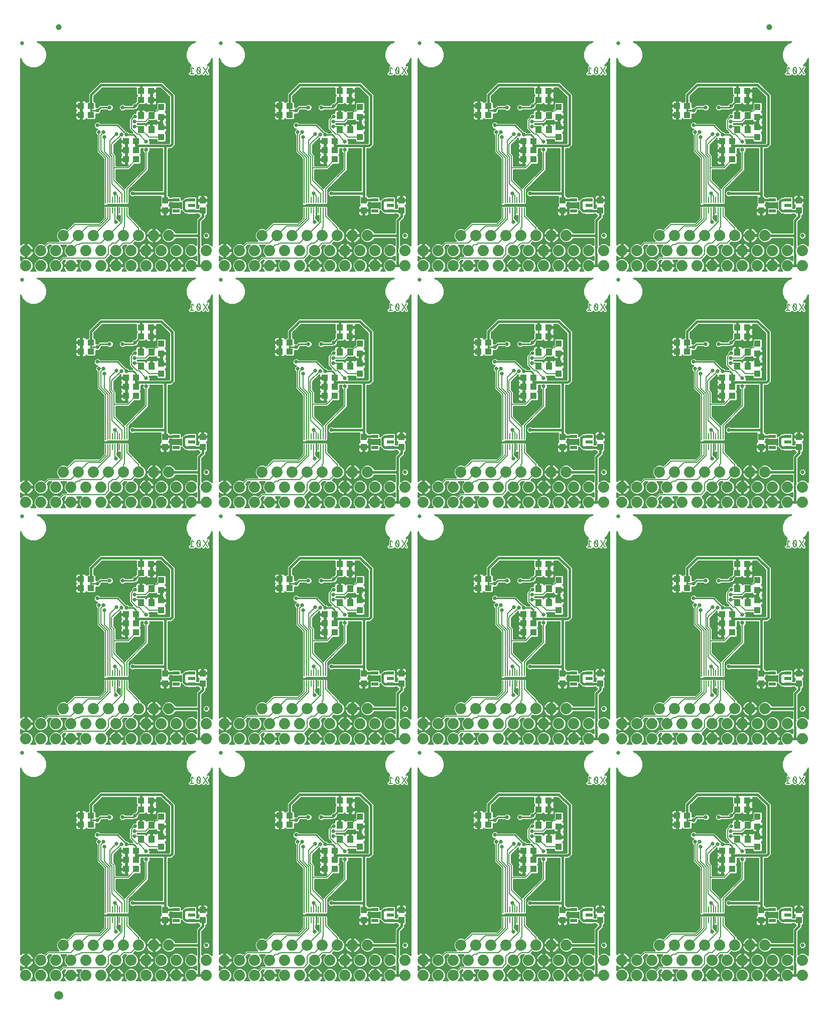
<source format=gbl>
G75*
%MOIN*%
%OFA0B0*%
%FSLAX25Y25*%
%IPPOS*%
%LPD*%
%AMOC8*
5,1,8,0,0,1.08239X$1,22.5*
%
%ADD10C,0.00800*%
%ADD11R,0.04331X0.03937*%
%ADD12R,0.04331X0.04724*%
%ADD13R,0.03937X0.04331*%
%ADD14R,0.04724X0.02165*%
%ADD15R,0.00787X0.04331*%
%ADD16R,0.00787X0.03937*%
%ADD17C,0.07400*%
%ADD18C,0.02500*%
%ADD19C,0.03937*%
%ADD20C,0.05906*%
%ADD21C,0.01000*%
%ADD22C,0.02600*%
%ADD23C,0.01600*%
%ADD24C,0.00600*%
%ADD25C,0.01400*%
D10*
X0092963Y0077293D02*
X0092963Y0081750D01*
X0142967Y0161150D02*
X0145300Y0161150D01*
X0144133Y0161150D02*
X0144133Y0165350D01*
X0145300Y0164417D01*
X0149800Y0163250D02*
X0149798Y0163138D01*
X0149793Y0163026D01*
X0149784Y0162914D01*
X0149771Y0162803D01*
X0149755Y0162692D01*
X0149735Y0162581D01*
X0149711Y0162472D01*
X0149684Y0162363D01*
X0149654Y0162255D01*
X0149620Y0162148D01*
X0149583Y0162042D01*
X0149542Y0161938D01*
X0149498Y0161835D01*
X0149450Y0161733D01*
X0149567Y0162083D02*
X0147700Y0164417D01*
X0147817Y0164767D02*
X0147837Y0164820D01*
X0147860Y0164871D01*
X0147887Y0164920D01*
X0147917Y0164968D01*
X0147950Y0165014D01*
X0147985Y0165057D01*
X0148024Y0165098D01*
X0148065Y0165137D01*
X0148109Y0165173D01*
X0148155Y0165205D01*
X0148202Y0165235D01*
X0148252Y0165261D01*
X0148304Y0165285D01*
X0148356Y0165304D01*
X0148410Y0165321D01*
X0148465Y0165333D01*
X0148521Y0165343D01*
X0148577Y0165348D01*
X0148633Y0165350D01*
X0148689Y0165348D01*
X0148745Y0165343D01*
X0148801Y0165333D01*
X0148856Y0165321D01*
X0148910Y0165304D01*
X0148962Y0165285D01*
X0149014Y0165261D01*
X0149064Y0165235D01*
X0149111Y0165205D01*
X0149157Y0165172D01*
X0149201Y0165137D01*
X0149242Y0165098D01*
X0149281Y0165057D01*
X0149316Y0165014D01*
X0149349Y0164968D01*
X0149379Y0164920D01*
X0149406Y0164871D01*
X0149429Y0164820D01*
X0149449Y0164767D01*
X0147817Y0164767D02*
X0147769Y0164665D01*
X0147725Y0164562D01*
X0147684Y0164458D01*
X0147647Y0164352D01*
X0147613Y0164245D01*
X0147583Y0164137D01*
X0147556Y0164028D01*
X0147532Y0163919D01*
X0147512Y0163808D01*
X0147496Y0163697D01*
X0147483Y0163586D01*
X0147474Y0163474D01*
X0147469Y0163362D01*
X0147467Y0163250D01*
X0149800Y0163250D02*
X0149798Y0163362D01*
X0149793Y0163474D01*
X0149784Y0163586D01*
X0149771Y0163697D01*
X0149755Y0163808D01*
X0149735Y0163919D01*
X0149711Y0164028D01*
X0149684Y0164137D01*
X0149654Y0164245D01*
X0149620Y0164352D01*
X0149583Y0164458D01*
X0149542Y0164562D01*
X0149498Y0164665D01*
X0149450Y0164767D01*
X0147467Y0163250D02*
X0147469Y0163138D01*
X0147474Y0163026D01*
X0147483Y0162914D01*
X0147496Y0162803D01*
X0147512Y0162692D01*
X0147532Y0162581D01*
X0147556Y0162472D01*
X0147583Y0162363D01*
X0147613Y0162255D01*
X0147647Y0162148D01*
X0147684Y0162042D01*
X0147725Y0161938D01*
X0147769Y0161835D01*
X0147817Y0161733D01*
X0148633Y0161150D02*
X0148689Y0161152D01*
X0148745Y0161157D01*
X0148801Y0161167D01*
X0148856Y0161179D01*
X0148910Y0161196D01*
X0148962Y0161215D01*
X0149014Y0161239D01*
X0149064Y0161265D01*
X0149111Y0161295D01*
X0149157Y0161327D01*
X0149201Y0161363D01*
X0149242Y0161402D01*
X0149281Y0161443D01*
X0149316Y0161486D01*
X0149349Y0161532D01*
X0149379Y0161580D01*
X0149406Y0161629D01*
X0149429Y0161680D01*
X0149449Y0161733D01*
X0148633Y0161150D02*
X0148577Y0161152D01*
X0148521Y0161157D01*
X0148465Y0161167D01*
X0148410Y0161179D01*
X0148356Y0161196D01*
X0148304Y0161215D01*
X0148252Y0161239D01*
X0148202Y0161265D01*
X0148155Y0161295D01*
X0148109Y0161327D01*
X0148065Y0161363D01*
X0148024Y0161402D01*
X0147985Y0161443D01*
X0147950Y0161486D01*
X0147917Y0161532D01*
X0147887Y0161580D01*
X0147860Y0161629D01*
X0147837Y0161680D01*
X0147817Y0161733D01*
X0151733Y0161150D02*
X0154533Y0165350D01*
X0151733Y0165350D02*
X0154533Y0161150D01*
X0092963Y0234293D02*
X0092963Y0238750D01*
X0142967Y0318150D02*
X0145300Y0318150D01*
X0144133Y0318150D02*
X0144133Y0322350D01*
X0145300Y0321417D01*
X0149800Y0320250D02*
X0149798Y0320138D01*
X0149793Y0320026D01*
X0149784Y0319914D01*
X0149771Y0319803D01*
X0149755Y0319692D01*
X0149735Y0319581D01*
X0149711Y0319472D01*
X0149684Y0319363D01*
X0149654Y0319255D01*
X0149620Y0319148D01*
X0149583Y0319042D01*
X0149542Y0318938D01*
X0149498Y0318835D01*
X0149450Y0318733D01*
X0149567Y0319083D02*
X0147700Y0321417D01*
X0147817Y0321767D02*
X0147837Y0321820D01*
X0147860Y0321871D01*
X0147887Y0321920D01*
X0147917Y0321968D01*
X0147950Y0322014D01*
X0147985Y0322057D01*
X0148024Y0322098D01*
X0148065Y0322137D01*
X0148109Y0322173D01*
X0148155Y0322205D01*
X0148202Y0322235D01*
X0148252Y0322261D01*
X0148304Y0322285D01*
X0148356Y0322304D01*
X0148410Y0322321D01*
X0148465Y0322333D01*
X0148521Y0322343D01*
X0148577Y0322348D01*
X0148633Y0322350D01*
X0148689Y0322348D01*
X0148745Y0322343D01*
X0148801Y0322333D01*
X0148856Y0322321D01*
X0148910Y0322304D01*
X0148962Y0322285D01*
X0149014Y0322261D01*
X0149064Y0322235D01*
X0149111Y0322205D01*
X0149157Y0322172D01*
X0149201Y0322137D01*
X0149242Y0322098D01*
X0149281Y0322057D01*
X0149316Y0322014D01*
X0149349Y0321968D01*
X0149379Y0321920D01*
X0149406Y0321871D01*
X0149429Y0321820D01*
X0149449Y0321767D01*
X0147817Y0321767D02*
X0147769Y0321665D01*
X0147725Y0321562D01*
X0147684Y0321458D01*
X0147647Y0321352D01*
X0147613Y0321245D01*
X0147583Y0321137D01*
X0147556Y0321028D01*
X0147532Y0320919D01*
X0147512Y0320808D01*
X0147496Y0320697D01*
X0147483Y0320586D01*
X0147474Y0320474D01*
X0147469Y0320362D01*
X0147467Y0320250D01*
X0149800Y0320250D02*
X0149798Y0320362D01*
X0149793Y0320474D01*
X0149784Y0320586D01*
X0149771Y0320697D01*
X0149755Y0320808D01*
X0149735Y0320919D01*
X0149711Y0321028D01*
X0149684Y0321137D01*
X0149654Y0321245D01*
X0149620Y0321352D01*
X0149583Y0321458D01*
X0149542Y0321562D01*
X0149498Y0321665D01*
X0149450Y0321767D01*
X0147467Y0320250D02*
X0147469Y0320138D01*
X0147474Y0320026D01*
X0147483Y0319914D01*
X0147496Y0319803D01*
X0147512Y0319692D01*
X0147532Y0319581D01*
X0147556Y0319472D01*
X0147583Y0319363D01*
X0147613Y0319255D01*
X0147647Y0319148D01*
X0147684Y0319042D01*
X0147725Y0318938D01*
X0147769Y0318835D01*
X0147817Y0318733D01*
X0148633Y0318150D02*
X0148689Y0318152D01*
X0148745Y0318157D01*
X0148801Y0318167D01*
X0148856Y0318179D01*
X0148910Y0318196D01*
X0148962Y0318215D01*
X0149014Y0318239D01*
X0149064Y0318265D01*
X0149111Y0318295D01*
X0149157Y0318327D01*
X0149201Y0318363D01*
X0149242Y0318402D01*
X0149281Y0318443D01*
X0149316Y0318486D01*
X0149349Y0318532D01*
X0149379Y0318580D01*
X0149406Y0318629D01*
X0149429Y0318680D01*
X0149449Y0318733D01*
X0148633Y0318150D02*
X0148577Y0318152D01*
X0148521Y0318157D01*
X0148465Y0318167D01*
X0148410Y0318179D01*
X0148356Y0318196D01*
X0148304Y0318215D01*
X0148252Y0318239D01*
X0148202Y0318265D01*
X0148155Y0318295D01*
X0148109Y0318327D01*
X0148065Y0318363D01*
X0148024Y0318402D01*
X0147985Y0318443D01*
X0147950Y0318486D01*
X0147917Y0318532D01*
X0147887Y0318580D01*
X0147860Y0318629D01*
X0147837Y0318680D01*
X0147817Y0318733D01*
X0151733Y0318150D02*
X0154533Y0322350D01*
X0151733Y0322350D02*
X0154533Y0318150D01*
X0092963Y0391293D02*
X0092963Y0395750D01*
X0142967Y0475150D02*
X0145300Y0475150D01*
X0144133Y0475150D02*
X0144133Y0479350D01*
X0145300Y0478417D01*
X0149800Y0477250D02*
X0149798Y0477138D01*
X0149793Y0477026D01*
X0149784Y0476914D01*
X0149771Y0476803D01*
X0149755Y0476692D01*
X0149735Y0476581D01*
X0149711Y0476472D01*
X0149684Y0476363D01*
X0149654Y0476255D01*
X0149620Y0476148D01*
X0149583Y0476042D01*
X0149542Y0475938D01*
X0149498Y0475835D01*
X0149450Y0475733D01*
X0149567Y0476083D02*
X0147700Y0478417D01*
X0147817Y0478767D02*
X0147837Y0478820D01*
X0147860Y0478871D01*
X0147887Y0478920D01*
X0147917Y0478968D01*
X0147950Y0479014D01*
X0147985Y0479057D01*
X0148024Y0479098D01*
X0148065Y0479137D01*
X0148109Y0479173D01*
X0148155Y0479205D01*
X0148202Y0479235D01*
X0148252Y0479261D01*
X0148304Y0479285D01*
X0148356Y0479304D01*
X0148410Y0479321D01*
X0148465Y0479333D01*
X0148521Y0479343D01*
X0148577Y0479348D01*
X0148633Y0479350D01*
X0148689Y0479348D01*
X0148745Y0479343D01*
X0148801Y0479333D01*
X0148856Y0479321D01*
X0148910Y0479304D01*
X0148962Y0479285D01*
X0149014Y0479261D01*
X0149064Y0479235D01*
X0149111Y0479205D01*
X0149157Y0479172D01*
X0149201Y0479137D01*
X0149242Y0479098D01*
X0149281Y0479057D01*
X0149316Y0479014D01*
X0149349Y0478968D01*
X0149379Y0478920D01*
X0149406Y0478871D01*
X0149429Y0478820D01*
X0149449Y0478767D01*
X0147817Y0478767D02*
X0147769Y0478665D01*
X0147725Y0478562D01*
X0147684Y0478458D01*
X0147647Y0478352D01*
X0147613Y0478245D01*
X0147583Y0478137D01*
X0147556Y0478028D01*
X0147532Y0477919D01*
X0147512Y0477808D01*
X0147496Y0477697D01*
X0147483Y0477586D01*
X0147474Y0477474D01*
X0147469Y0477362D01*
X0147467Y0477250D01*
X0149800Y0477250D02*
X0149798Y0477362D01*
X0149793Y0477474D01*
X0149784Y0477586D01*
X0149771Y0477697D01*
X0149755Y0477808D01*
X0149735Y0477919D01*
X0149711Y0478028D01*
X0149684Y0478137D01*
X0149654Y0478245D01*
X0149620Y0478352D01*
X0149583Y0478458D01*
X0149542Y0478562D01*
X0149498Y0478665D01*
X0149450Y0478767D01*
X0147467Y0477250D02*
X0147469Y0477138D01*
X0147474Y0477026D01*
X0147483Y0476914D01*
X0147496Y0476803D01*
X0147512Y0476692D01*
X0147532Y0476581D01*
X0147556Y0476472D01*
X0147583Y0476363D01*
X0147613Y0476255D01*
X0147647Y0476148D01*
X0147684Y0476042D01*
X0147725Y0475938D01*
X0147769Y0475835D01*
X0147817Y0475733D01*
X0148633Y0475150D02*
X0148689Y0475152D01*
X0148745Y0475157D01*
X0148801Y0475167D01*
X0148856Y0475179D01*
X0148910Y0475196D01*
X0148962Y0475215D01*
X0149014Y0475239D01*
X0149064Y0475265D01*
X0149111Y0475295D01*
X0149157Y0475327D01*
X0149201Y0475363D01*
X0149242Y0475402D01*
X0149281Y0475443D01*
X0149316Y0475486D01*
X0149349Y0475532D01*
X0149379Y0475580D01*
X0149406Y0475629D01*
X0149429Y0475680D01*
X0149449Y0475733D01*
X0148633Y0475150D02*
X0148577Y0475152D01*
X0148521Y0475157D01*
X0148465Y0475167D01*
X0148410Y0475179D01*
X0148356Y0475196D01*
X0148304Y0475215D01*
X0148252Y0475239D01*
X0148202Y0475265D01*
X0148155Y0475295D01*
X0148109Y0475327D01*
X0148065Y0475363D01*
X0148024Y0475402D01*
X0147985Y0475443D01*
X0147950Y0475486D01*
X0147917Y0475532D01*
X0147887Y0475580D01*
X0147860Y0475629D01*
X0147837Y0475680D01*
X0147817Y0475733D01*
X0151733Y0475150D02*
X0154533Y0479350D01*
X0151733Y0479350D02*
X0154533Y0475150D01*
X0092963Y0548293D02*
X0092963Y0552750D01*
X0142967Y0632150D02*
X0145300Y0632150D01*
X0144133Y0632150D02*
X0144133Y0636350D01*
X0145300Y0635417D01*
X0149800Y0634250D02*
X0149798Y0634138D01*
X0149793Y0634026D01*
X0149784Y0633914D01*
X0149771Y0633803D01*
X0149755Y0633692D01*
X0149735Y0633581D01*
X0149711Y0633472D01*
X0149684Y0633363D01*
X0149654Y0633255D01*
X0149620Y0633148D01*
X0149583Y0633042D01*
X0149542Y0632938D01*
X0149498Y0632835D01*
X0149450Y0632733D01*
X0149567Y0633083D02*
X0147700Y0635417D01*
X0147817Y0635767D02*
X0147837Y0635820D01*
X0147860Y0635871D01*
X0147887Y0635920D01*
X0147917Y0635968D01*
X0147950Y0636014D01*
X0147985Y0636057D01*
X0148024Y0636098D01*
X0148065Y0636137D01*
X0148109Y0636173D01*
X0148155Y0636205D01*
X0148202Y0636235D01*
X0148252Y0636261D01*
X0148304Y0636285D01*
X0148356Y0636304D01*
X0148410Y0636321D01*
X0148465Y0636333D01*
X0148521Y0636343D01*
X0148577Y0636348D01*
X0148633Y0636350D01*
X0148689Y0636348D01*
X0148745Y0636343D01*
X0148801Y0636333D01*
X0148856Y0636321D01*
X0148910Y0636304D01*
X0148962Y0636285D01*
X0149014Y0636261D01*
X0149064Y0636235D01*
X0149111Y0636205D01*
X0149157Y0636172D01*
X0149201Y0636137D01*
X0149242Y0636098D01*
X0149281Y0636057D01*
X0149316Y0636014D01*
X0149349Y0635968D01*
X0149379Y0635920D01*
X0149406Y0635871D01*
X0149429Y0635820D01*
X0149449Y0635767D01*
X0147817Y0635767D02*
X0147769Y0635665D01*
X0147725Y0635562D01*
X0147684Y0635458D01*
X0147647Y0635352D01*
X0147613Y0635245D01*
X0147583Y0635137D01*
X0147556Y0635028D01*
X0147532Y0634919D01*
X0147512Y0634808D01*
X0147496Y0634697D01*
X0147483Y0634586D01*
X0147474Y0634474D01*
X0147469Y0634362D01*
X0147467Y0634250D01*
X0149800Y0634250D02*
X0149798Y0634362D01*
X0149793Y0634474D01*
X0149784Y0634586D01*
X0149771Y0634697D01*
X0149755Y0634808D01*
X0149735Y0634919D01*
X0149711Y0635028D01*
X0149684Y0635137D01*
X0149654Y0635245D01*
X0149620Y0635352D01*
X0149583Y0635458D01*
X0149542Y0635562D01*
X0149498Y0635665D01*
X0149450Y0635767D01*
X0147467Y0634250D02*
X0147469Y0634138D01*
X0147474Y0634026D01*
X0147483Y0633914D01*
X0147496Y0633803D01*
X0147512Y0633692D01*
X0147532Y0633581D01*
X0147556Y0633472D01*
X0147583Y0633363D01*
X0147613Y0633255D01*
X0147647Y0633148D01*
X0147684Y0633042D01*
X0147725Y0632938D01*
X0147769Y0632835D01*
X0147817Y0632733D01*
X0148633Y0632150D02*
X0148689Y0632152D01*
X0148745Y0632157D01*
X0148801Y0632167D01*
X0148856Y0632179D01*
X0148910Y0632196D01*
X0148962Y0632215D01*
X0149014Y0632239D01*
X0149064Y0632265D01*
X0149111Y0632295D01*
X0149157Y0632327D01*
X0149201Y0632363D01*
X0149242Y0632402D01*
X0149281Y0632443D01*
X0149316Y0632486D01*
X0149349Y0632532D01*
X0149379Y0632580D01*
X0149406Y0632629D01*
X0149429Y0632680D01*
X0149449Y0632733D01*
X0148633Y0632150D02*
X0148577Y0632152D01*
X0148521Y0632157D01*
X0148465Y0632167D01*
X0148410Y0632179D01*
X0148356Y0632196D01*
X0148304Y0632215D01*
X0148252Y0632239D01*
X0148202Y0632265D01*
X0148155Y0632295D01*
X0148109Y0632327D01*
X0148065Y0632363D01*
X0148024Y0632402D01*
X0147985Y0632443D01*
X0147950Y0632486D01*
X0147917Y0632532D01*
X0147887Y0632580D01*
X0147860Y0632629D01*
X0147837Y0632680D01*
X0147817Y0632733D01*
X0151733Y0632150D02*
X0154533Y0636350D01*
X0151733Y0636350D02*
X0154533Y0632150D01*
X0224963Y0552750D02*
X0224963Y0548293D01*
X0276133Y0479350D02*
X0276133Y0475150D01*
X0274967Y0475150D02*
X0277300Y0475150D01*
X0281450Y0475733D02*
X0281498Y0475835D01*
X0281542Y0475938D01*
X0281583Y0476042D01*
X0281620Y0476148D01*
X0281654Y0476255D01*
X0281684Y0476363D01*
X0281711Y0476472D01*
X0281735Y0476581D01*
X0281755Y0476692D01*
X0281771Y0476803D01*
X0281784Y0476914D01*
X0281793Y0477026D01*
X0281798Y0477138D01*
X0281800Y0477250D01*
X0279467Y0477250D02*
X0279469Y0477362D01*
X0279474Y0477474D01*
X0279483Y0477586D01*
X0279496Y0477697D01*
X0279512Y0477808D01*
X0279532Y0477919D01*
X0279556Y0478028D01*
X0279583Y0478137D01*
X0279613Y0478245D01*
X0279647Y0478352D01*
X0279684Y0478458D01*
X0279725Y0478562D01*
X0279769Y0478665D01*
X0279817Y0478767D01*
X0279700Y0478417D02*
X0281567Y0476083D01*
X0280633Y0475150D02*
X0280577Y0475152D01*
X0280521Y0475157D01*
X0280465Y0475167D01*
X0280410Y0475179D01*
X0280356Y0475196D01*
X0280304Y0475215D01*
X0280252Y0475239D01*
X0280202Y0475265D01*
X0280155Y0475295D01*
X0280109Y0475327D01*
X0280065Y0475363D01*
X0280024Y0475402D01*
X0279985Y0475443D01*
X0279950Y0475486D01*
X0279917Y0475532D01*
X0279887Y0475580D01*
X0279860Y0475629D01*
X0279837Y0475680D01*
X0279817Y0475733D01*
X0280633Y0475150D02*
X0280689Y0475152D01*
X0280745Y0475157D01*
X0280801Y0475167D01*
X0280856Y0475179D01*
X0280910Y0475196D01*
X0280962Y0475215D01*
X0281014Y0475239D01*
X0281064Y0475265D01*
X0281111Y0475295D01*
X0281157Y0475327D01*
X0281201Y0475363D01*
X0281242Y0475402D01*
X0281281Y0475443D01*
X0281316Y0475486D01*
X0281349Y0475532D01*
X0281379Y0475580D01*
X0281406Y0475629D01*
X0281429Y0475680D01*
X0281449Y0475733D01*
X0279817Y0475733D02*
X0279769Y0475835D01*
X0279725Y0475938D01*
X0279684Y0476042D01*
X0279647Y0476148D01*
X0279613Y0476255D01*
X0279583Y0476363D01*
X0279556Y0476472D01*
X0279532Y0476581D01*
X0279512Y0476692D01*
X0279496Y0476803D01*
X0279483Y0476914D01*
X0279474Y0477026D01*
X0279469Y0477138D01*
X0279467Y0477250D01*
X0281800Y0477250D02*
X0281798Y0477362D01*
X0281793Y0477474D01*
X0281784Y0477586D01*
X0281771Y0477697D01*
X0281755Y0477808D01*
X0281735Y0477919D01*
X0281711Y0478028D01*
X0281684Y0478137D01*
X0281654Y0478245D01*
X0281620Y0478352D01*
X0281583Y0478458D01*
X0281542Y0478562D01*
X0281498Y0478665D01*
X0281450Y0478767D01*
X0281449Y0478767D02*
X0281429Y0478820D01*
X0281406Y0478871D01*
X0281379Y0478920D01*
X0281349Y0478968D01*
X0281316Y0479014D01*
X0281281Y0479057D01*
X0281242Y0479098D01*
X0281201Y0479137D01*
X0281157Y0479172D01*
X0281111Y0479205D01*
X0281064Y0479235D01*
X0281014Y0479261D01*
X0280962Y0479285D01*
X0280910Y0479304D01*
X0280856Y0479321D01*
X0280801Y0479333D01*
X0280745Y0479343D01*
X0280689Y0479348D01*
X0280633Y0479350D01*
X0280577Y0479348D01*
X0280521Y0479343D01*
X0280465Y0479333D01*
X0280410Y0479321D01*
X0280356Y0479304D01*
X0280304Y0479285D01*
X0280252Y0479261D01*
X0280202Y0479235D01*
X0280155Y0479205D01*
X0280109Y0479173D01*
X0280065Y0479137D01*
X0280024Y0479098D01*
X0279985Y0479057D01*
X0279950Y0479014D01*
X0279917Y0478968D01*
X0279887Y0478920D01*
X0279860Y0478871D01*
X0279837Y0478820D01*
X0279817Y0478767D01*
X0277300Y0478417D02*
X0276133Y0479350D01*
X0283733Y0479350D02*
X0286533Y0475150D01*
X0283733Y0475150D02*
X0286533Y0479350D01*
X0356963Y0548293D02*
X0356963Y0552750D01*
X0408133Y0479350D02*
X0408133Y0475150D01*
X0406967Y0475150D02*
X0409300Y0475150D01*
X0413450Y0475733D02*
X0413498Y0475835D01*
X0413542Y0475938D01*
X0413583Y0476042D01*
X0413620Y0476148D01*
X0413654Y0476255D01*
X0413684Y0476363D01*
X0413711Y0476472D01*
X0413735Y0476581D01*
X0413755Y0476692D01*
X0413771Y0476803D01*
X0413784Y0476914D01*
X0413793Y0477026D01*
X0413798Y0477138D01*
X0413800Y0477250D01*
X0411467Y0477250D02*
X0411469Y0477362D01*
X0411474Y0477474D01*
X0411483Y0477586D01*
X0411496Y0477697D01*
X0411512Y0477808D01*
X0411532Y0477919D01*
X0411556Y0478028D01*
X0411583Y0478137D01*
X0411613Y0478245D01*
X0411647Y0478352D01*
X0411684Y0478458D01*
X0411725Y0478562D01*
X0411769Y0478665D01*
X0411817Y0478767D01*
X0411700Y0478417D02*
X0413567Y0476083D01*
X0412633Y0475150D02*
X0412577Y0475152D01*
X0412521Y0475157D01*
X0412465Y0475167D01*
X0412410Y0475179D01*
X0412356Y0475196D01*
X0412304Y0475215D01*
X0412252Y0475239D01*
X0412202Y0475265D01*
X0412155Y0475295D01*
X0412109Y0475327D01*
X0412065Y0475363D01*
X0412024Y0475402D01*
X0411985Y0475443D01*
X0411950Y0475486D01*
X0411917Y0475532D01*
X0411887Y0475580D01*
X0411860Y0475629D01*
X0411837Y0475680D01*
X0411817Y0475733D01*
X0412633Y0475150D02*
X0412689Y0475152D01*
X0412745Y0475157D01*
X0412801Y0475167D01*
X0412856Y0475179D01*
X0412910Y0475196D01*
X0412962Y0475215D01*
X0413014Y0475239D01*
X0413064Y0475265D01*
X0413111Y0475295D01*
X0413157Y0475327D01*
X0413201Y0475363D01*
X0413242Y0475402D01*
X0413281Y0475443D01*
X0413316Y0475486D01*
X0413349Y0475532D01*
X0413379Y0475580D01*
X0413406Y0475629D01*
X0413429Y0475680D01*
X0413449Y0475733D01*
X0411817Y0475733D02*
X0411769Y0475835D01*
X0411725Y0475938D01*
X0411684Y0476042D01*
X0411647Y0476148D01*
X0411613Y0476255D01*
X0411583Y0476363D01*
X0411556Y0476472D01*
X0411532Y0476581D01*
X0411512Y0476692D01*
X0411496Y0476803D01*
X0411483Y0476914D01*
X0411474Y0477026D01*
X0411469Y0477138D01*
X0411467Y0477250D01*
X0413800Y0477250D02*
X0413798Y0477362D01*
X0413793Y0477474D01*
X0413784Y0477586D01*
X0413771Y0477697D01*
X0413755Y0477808D01*
X0413735Y0477919D01*
X0413711Y0478028D01*
X0413684Y0478137D01*
X0413654Y0478245D01*
X0413620Y0478352D01*
X0413583Y0478458D01*
X0413542Y0478562D01*
X0413498Y0478665D01*
X0413450Y0478767D01*
X0413449Y0478767D02*
X0413429Y0478820D01*
X0413406Y0478871D01*
X0413379Y0478920D01*
X0413349Y0478968D01*
X0413316Y0479014D01*
X0413281Y0479057D01*
X0413242Y0479098D01*
X0413201Y0479137D01*
X0413157Y0479172D01*
X0413111Y0479205D01*
X0413064Y0479235D01*
X0413014Y0479261D01*
X0412962Y0479285D01*
X0412910Y0479304D01*
X0412856Y0479321D01*
X0412801Y0479333D01*
X0412745Y0479343D01*
X0412689Y0479348D01*
X0412633Y0479350D01*
X0412577Y0479348D01*
X0412521Y0479343D01*
X0412465Y0479333D01*
X0412410Y0479321D01*
X0412356Y0479304D01*
X0412304Y0479285D01*
X0412252Y0479261D01*
X0412202Y0479235D01*
X0412155Y0479205D01*
X0412109Y0479173D01*
X0412065Y0479137D01*
X0412024Y0479098D01*
X0411985Y0479057D01*
X0411950Y0479014D01*
X0411917Y0478968D01*
X0411887Y0478920D01*
X0411860Y0478871D01*
X0411837Y0478820D01*
X0411817Y0478767D01*
X0409300Y0478417D02*
X0408133Y0479350D01*
X0415733Y0479350D02*
X0418533Y0475150D01*
X0415733Y0475150D02*
X0418533Y0479350D01*
X0488963Y0548293D02*
X0488963Y0552750D01*
X0540133Y0479350D02*
X0540133Y0475150D01*
X0538967Y0475150D02*
X0541300Y0475150D01*
X0545450Y0475733D02*
X0545498Y0475835D01*
X0545542Y0475938D01*
X0545583Y0476042D01*
X0545620Y0476148D01*
X0545654Y0476255D01*
X0545684Y0476363D01*
X0545711Y0476472D01*
X0545735Y0476581D01*
X0545755Y0476692D01*
X0545771Y0476803D01*
X0545784Y0476914D01*
X0545793Y0477026D01*
X0545798Y0477138D01*
X0545800Y0477250D01*
X0543467Y0477250D02*
X0543469Y0477362D01*
X0543474Y0477474D01*
X0543483Y0477586D01*
X0543496Y0477697D01*
X0543512Y0477808D01*
X0543532Y0477919D01*
X0543556Y0478028D01*
X0543583Y0478137D01*
X0543613Y0478245D01*
X0543647Y0478352D01*
X0543684Y0478458D01*
X0543725Y0478562D01*
X0543769Y0478665D01*
X0543817Y0478767D01*
X0543700Y0478417D02*
X0545567Y0476083D01*
X0544633Y0475150D02*
X0544577Y0475152D01*
X0544521Y0475157D01*
X0544465Y0475167D01*
X0544410Y0475179D01*
X0544356Y0475196D01*
X0544304Y0475215D01*
X0544252Y0475239D01*
X0544202Y0475265D01*
X0544155Y0475295D01*
X0544109Y0475327D01*
X0544065Y0475363D01*
X0544024Y0475402D01*
X0543985Y0475443D01*
X0543950Y0475486D01*
X0543917Y0475532D01*
X0543887Y0475580D01*
X0543860Y0475629D01*
X0543837Y0475680D01*
X0543817Y0475733D01*
X0544633Y0475150D02*
X0544689Y0475152D01*
X0544745Y0475157D01*
X0544801Y0475167D01*
X0544856Y0475179D01*
X0544910Y0475196D01*
X0544962Y0475215D01*
X0545014Y0475239D01*
X0545064Y0475265D01*
X0545111Y0475295D01*
X0545157Y0475327D01*
X0545201Y0475363D01*
X0545242Y0475402D01*
X0545281Y0475443D01*
X0545316Y0475486D01*
X0545349Y0475532D01*
X0545379Y0475580D01*
X0545406Y0475629D01*
X0545429Y0475680D01*
X0545449Y0475733D01*
X0543817Y0475733D02*
X0543769Y0475835D01*
X0543725Y0475938D01*
X0543684Y0476042D01*
X0543647Y0476148D01*
X0543613Y0476255D01*
X0543583Y0476363D01*
X0543556Y0476472D01*
X0543532Y0476581D01*
X0543512Y0476692D01*
X0543496Y0476803D01*
X0543483Y0476914D01*
X0543474Y0477026D01*
X0543469Y0477138D01*
X0543467Y0477250D01*
X0545800Y0477250D02*
X0545798Y0477362D01*
X0545793Y0477474D01*
X0545784Y0477586D01*
X0545771Y0477697D01*
X0545755Y0477808D01*
X0545735Y0477919D01*
X0545711Y0478028D01*
X0545684Y0478137D01*
X0545654Y0478245D01*
X0545620Y0478352D01*
X0545583Y0478458D01*
X0545542Y0478562D01*
X0545498Y0478665D01*
X0545450Y0478767D01*
X0545449Y0478767D02*
X0545429Y0478820D01*
X0545406Y0478871D01*
X0545379Y0478920D01*
X0545349Y0478968D01*
X0545316Y0479014D01*
X0545281Y0479057D01*
X0545242Y0479098D01*
X0545201Y0479137D01*
X0545157Y0479172D01*
X0545111Y0479205D01*
X0545064Y0479235D01*
X0545014Y0479261D01*
X0544962Y0479285D01*
X0544910Y0479304D01*
X0544856Y0479321D01*
X0544801Y0479333D01*
X0544745Y0479343D01*
X0544689Y0479348D01*
X0544633Y0479350D01*
X0544577Y0479348D01*
X0544521Y0479343D01*
X0544465Y0479333D01*
X0544410Y0479321D01*
X0544356Y0479304D01*
X0544304Y0479285D01*
X0544252Y0479261D01*
X0544202Y0479235D01*
X0544155Y0479205D01*
X0544109Y0479173D01*
X0544065Y0479137D01*
X0544024Y0479098D01*
X0543985Y0479057D01*
X0543950Y0479014D01*
X0543917Y0478968D01*
X0543887Y0478920D01*
X0543860Y0478871D01*
X0543837Y0478820D01*
X0543817Y0478767D01*
X0541300Y0478417D02*
X0540133Y0479350D01*
X0547733Y0479350D02*
X0550533Y0475150D01*
X0547733Y0475150D02*
X0550533Y0479350D01*
X0488963Y0395750D02*
X0488963Y0391293D01*
X0540133Y0322350D02*
X0540133Y0318150D01*
X0538967Y0318150D02*
X0541300Y0318150D01*
X0545450Y0318733D02*
X0545498Y0318835D01*
X0545542Y0318938D01*
X0545583Y0319042D01*
X0545620Y0319148D01*
X0545654Y0319255D01*
X0545684Y0319363D01*
X0545711Y0319472D01*
X0545735Y0319581D01*
X0545755Y0319692D01*
X0545771Y0319803D01*
X0545784Y0319914D01*
X0545793Y0320026D01*
X0545798Y0320138D01*
X0545800Y0320250D01*
X0543467Y0320250D02*
X0543469Y0320362D01*
X0543474Y0320474D01*
X0543483Y0320586D01*
X0543496Y0320697D01*
X0543512Y0320808D01*
X0543532Y0320919D01*
X0543556Y0321028D01*
X0543583Y0321137D01*
X0543613Y0321245D01*
X0543647Y0321352D01*
X0543684Y0321458D01*
X0543725Y0321562D01*
X0543769Y0321665D01*
X0543817Y0321767D01*
X0543700Y0321417D02*
X0545567Y0319083D01*
X0544633Y0318150D02*
X0544577Y0318152D01*
X0544521Y0318157D01*
X0544465Y0318167D01*
X0544410Y0318179D01*
X0544356Y0318196D01*
X0544304Y0318215D01*
X0544252Y0318239D01*
X0544202Y0318265D01*
X0544155Y0318295D01*
X0544109Y0318327D01*
X0544065Y0318363D01*
X0544024Y0318402D01*
X0543985Y0318443D01*
X0543950Y0318486D01*
X0543917Y0318532D01*
X0543887Y0318580D01*
X0543860Y0318629D01*
X0543837Y0318680D01*
X0543817Y0318733D01*
X0544633Y0318150D02*
X0544689Y0318152D01*
X0544745Y0318157D01*
X0544801Y0318167D01*
X0544856Y0318179D01*
X0544910Y0318196D01*
X0544962Y0318215D01*
X0545014Y0318239D01*
X0545064Y0318265D01*
X0545111Y0318295D01*
X0545157Y0318327D01*
X0545201Y0318363D01*
X0545242Y0318402D01*
X0545281Y0318443D01*
X0545316Y0318486D01*
X0545349Y0318532D01*
X0545379Y0318580D01*
X0545406Y0318629D01*
X0545429Y0318680D01*
X0545449Y0318733D01*
X0543817Y0318733D02*
X0543769Y0318835D01*
X0543725Y0318938D01*
X0543684Y0319042D01*
X0543647Y0319148D01*
X0543613Y0319255D01*
X0543583Y0319363D01*
X0543556Y0319472D01*
X0543532Y0319581D01*
X0543512Y0319692D01*
X0543496Y0319803D01*
X0543483Y0319914D01*
X0543474Y0320026D01*
X0543469Y0320138D01*
X0543467Y0320250D01*
X0545800Y0320250D02*
X0545798Y0320362D01*
X0545793Y0320474D01*
X0545784Y0320586D01*
X0545771Y0320697D01*
X0545755Y0320808D01*
X0545735Y0320919D01*
X0545711Y0321028D01*
X0545684Y0321137D01*
X0545654Y0321245D01*
X0545620Y0321352D01*
X0545583Y0321458D01*
X0545542Y0321562D01*
X0545498Y0321665D01*
X0545450Y0321767D01*
X0545449Y0321767D02*
X0545429Y0321820D01*
X0545406Y0321871D01*
X0545379Y0321920D01*
X0545349Y0321968D01*
X0545316Y0322014D01*
X0545281Y0322057D01*
X0545242Y0322098D01*
X0545201Y0322137D01*
X0545157Y0322172D01*
X0545111Y0322205D01*
X0545064Y0322235D01*
X0545014Y0322261D01*
X0544962Y0322285D01*
X0544910Y0322304D01*
X0544856Y0322321D01*
X0544801Y0322333D01*
X0544745Y0322343D01*
X0544689Y0322348D01*
X0544633Y0322350D01*
X0544577Y0322348D01*
X0544521Y0322343D01*
X0544465Y0322333D01*
X0544410Y0322321D01*
X0544356Y0322304D01*
X0544304Y0322285D01*
X0544252Y0322261D01*
X0544202Y0322235D01*
X0544155Y0322205D01*
X0544109Y0322173D01*
X0544065Y0322137D01*
X0544024Y0322098D01*
X0543985Y0322057D01*
X0543950Y0322014D01*
X0543917Y0321968D01*
X0543887Y0321920D01*
X0543860Y0321871D01*
X0543837Y0321820D01*
X0543817Y0321767D01*
X0541300Y0321417D02*
X0540133Y0322350D01*
X0547733Y0322350D02*
X0550533Y0318150D01*
X0547733Y0318150D02*
X0550533Y0322350D01*
X0488963Y0238750D02*
X0488963Y0234293D01*
X0540133Y0165350D02*
X0540133Y0161150D01*
X0538967Y0161150D02*
X0541300Y0161150D01*
X0545450Y0161733D02*
X0545498Y0161835D01*
X0545542Y0161938D01*
X0545583Y0162042D01*
X0545620Y0162148D01*
X0545654Y0162255D01*
X0545684Y0162363D01*
X0545711Y0162472D01*
X0545735Y0162581D01*
X0545755Y0162692D01*
X0545771Y0162803D01*
X0545784Y0162914D01*
X0545793Y0163026D01*
X0545798Y0163138D01*
X0545800Y0163250D01*
X0543467Y0163250D02*
X0543469Y0163362D01*
X0543474Y0163474D01*
X0543483Y0163586D01*
X0543496Y0163697D01*
X0543512Y0163808D01*
X0543532Y0163919D01*
X0543556Y0164028D01*
X0543583Y0164137D01*
X0543613Y0164245D01*
X0543647Y0164352D01*
X0543684Y0164458D01*
X0543725Y0164562D01*
X0543769Y0164665D01*
X0543817Y0164767D01*
X0543700Y0164417D02*
X0545567Y0162083D01*
X0544633Y0161150D02*
X0544577Y0161152D01*
X0544521Y0161157D01*
X0544465Y0161167D01*
X0544410Y0161179D01*
X0544356Y0161196D01*
X0544304Y0161215D01*
X0544252Y0161239D01*
X0544202Y0161265D01*
X0544155Y0161295D01*
X0544109Y0161327D01*
X0544065Y0161363D01*
X0544024Y0161402D01*
X0543985Y0161443D01*
X0543950Y0161486D01*
X0543917Y0161532D01*
X0543887Y0161580D01*
X0543860Y0161629D01*
X0543837Y0161680D01*
X0543817Y0161733D01*
X0544633Y0161150D02*
X0544689Y0161152D01*
X0544745Y0161157D01*
X0544801Y0161167D01*
X0544856Y0161179D01*
X0544910Y0161196D01*
X0544962Y0161215D01*
X0545014Y0161239D01*
X0545064Y0161265D01*
X0545111Y0161295D01*
X0545157Y0161327D01*
X0545201Y0161363D01*
X0545242Y0161402D01*
X0545281Y0161443D01*
X0545316Y0161486D01*
X0545349Y0161532D01*
X0545379Y0161580D01*
X0545406Y0161629D01*
X0545429Y0161680D01*
X0545449Y0161733D01*
X0543817Y0161733D02*
X0543769Y0161835D01*
X0543725Y0161938D01*
X0543684Y0162042D01*
X0543647Y0162148D01*
X0543613Y0162255D01*
X0543583Y0162363D01*
X0543556Y0162472D01*
X0543532Y0162581D01*
X0543512Y0162692D01*
X0543496Y0162803D01*
X0543483Y0162914D01*
X0543474Y0163026D01*
X0543469Y0163138D01*
X0543467Y0163250D01*
X0545800Y0163250D02*
X0545798Y0163362D01*
X0545793Y0163474D01*
X0545784Y0163586D01*
X0545771Y0163697D01*
X0545755Y0163808D01*
X0545735Y0163919D01*
X0545711Y0164028D01*
X0545684Y0164137D01*
X0545654Y0164245D01*
X0545620Y0164352D01*
X0545583Y0164458D01*
X0545542Y0164562D01*
X0545498Y0164665D01*
X0545450Y0164767D01*
X0545449Y0164767D02*
X0545429Y0164820D01*
X0545406Y0164871D01*
X0545379Y0164920D01*
X0545349Y0164968D01*
X0545316Y0165014D01*
X0545281Y0165057D01*
X0545242Y0165098D01*
X0545201Y0165137D01*
X0545157Y0165172D01*
X0545111Y0165205D01*
X0545064Y0165235D01*
X0545014Y0165261D01*
X0544962Y0165285D01*
X0544910Y0165304D01*
X0544856Y0165321D01*
X0544801Y0165333D01*
X0544745Y0165343D01*
X0544689Y0165348D01*
X0544633Y0165350D01*
X0544577Y0165348D01*
X0544521Y0165343D01*
X0544465Y0165333D01*
X0544410Y0165321D01*
X0544356Y0165304D01*
X0544304Y0165285D01*
X0544252Y0165261D01*
X0544202Y0165235D01*
X0544155Y0165205D01*
X0544109Y0165173D01*
X0544065Y0165137D01*
X0544024Y0165098D01*
X0543985Y0165057D01*
X0543950Y0165014D01*
X0543917Y0164968D01*
X0543887Y0164920D01*
X0543860Y0164871D01*
X0543837Y0164820D01*
X0543817Y0164767D01*
X0541300Y0164417D02*
X0540133Y0165350D01*
X0547733Y0165350D02*
X0550533Y0161150D01*
X0547733Y0161150D02*
X0550533Y0165350D01*
X0488963Y0081750D02*
X0488963Y0077293D01*
X0418533Y0161150D02*
X0415733Y0165350D01*
X0411467Y0163250D02*
X0411469Y0163138D01*
X0411474Y0163026D01*
X0411483Y0162914D01*
X0411496Y0162803D01*
X0411512Y0162692D01*
X0411532Y0162581D01*
X0411556Y0162472D01*
X0411583Y0162363D01*
X0411613Y0162255D01*
X0411647Y0162148D01*
X0411684Y0162042D01*
X0411725Y0161938D01*
X0411769Y0161835D01*
X0411817Y0161733D01*
X0412633Y0161150D02*
X0412689Y0161152D01*
X0412745Y0161157D01*
X0412801Y0161167D01*
X0412856Y0161179D01*
X0412910Y0161196D01*
X0412962Y0161215D01*
X0413014Y0161239D01*
X0413064Y0161265D01*
X0413111Y0161295D01*
X0413157Y0161327D01*
X0413201Y0161363D01*
X0413242Y0161402D01*
X0413281Y0161443D01*
X0413316Y0161486D01*
X0413349Y0161532D01*
X0413379Y0161580D01*
X0413406Y0161629D01*
X0413429Y0161680D01*
X0413449Y0161733D01*
X0413567Y0162083D02*
X0411700Y0164417D01*
X0411817Y0164767D02*
X0411837Y0164820D01*
X0411860Y0164871D01*
X0411887Y0164920D01*
X0411917Y0164968D01*
X0411950Y0165014D01*
X0411985Y0165057D01*
X0412024Y0165098D01*
X0412065Y0165137D01*
X0412109Y0165173D01*
X0412155Y0165205D01*
X0412202Y0165235D01*
X0412252Y0165261D01*
X0412304Y0165285D01*
X0412356Y0165304D01*
X0412410Y0165321D01*
X0412465Y0165333D01*
X0412521Y0165343D01*
X0412577Y0165348D01*
X0412633Y0165350D01*
X0412689Y0165348D01*
X0412745Y0165343D01*
X0412801Y0165333D01*
X0412856Y0165321D01*
X0412910Y0165304D01*
X0412962Y0165285D01*
X0413014Y0165261D01*
X0413064Y0165235D01*
X0413111Y0165205D01*
X0413157Y0165172D01*
X0413201Y0165137D01*
X0413242Y0165098D01*
X0413281Y0165057D01*
X0413316Y0165014D01*
X0413349Y0164968D01*
X0413379Y0164920D01*
X0413406Y0164871D01*
X0413429Y0164820D01*
X0413449Y0164767D01*
X0411817Y0164767D02*
X0411769Y0164665D01*
X0411725Y0164562D01*
X0411684Y0164458D01*
X0411647Y0164352D01*
X0411613Y0164245D01*
X0411583Y0164137D01*
X0411556Y0164028D01*
X0411532Y0163919D01*
X0411512Y0163808D01*
X0411496Y0163697D01*
X0411483Y0163586D01*
X0411474Y0163474D01*
X0411469Y0163362D01*
X0411467Y0163250D01*
X0413800Y0163250D02*
X0413798Y0163362D01*
X0413793Y0163474D01*
X0413784Y0163586D01*
X0413771Y0163697D01*
X0413755Y0163808D01*
X0413735Y0163919D01*
X0413711Y0164028D01*
X0413684Y0164137D01*
X0413654Y0164245D01*
X0413620Y0164352D01*
X0413583Y0164458D01*
X0413542Y0164562D01*
X0413498Y0164665D01*
X0413450Y0164767D01*
X0411817Y0161733D02*
X0411837Y0161680D01*
X0411860Y0161629D01*
X0411887Y0161580D01*
X0411917Y0161532D01*
X0411950Y0161486D01*
X0411985Y0161443D01*
X0412024Y0161402D01*
X0412065Y0161363D01*
X0412109Y0161327D01*
X0412155Y0161295D01*
X0412202Y0161265D01*
X0412252Y0161239D01*
X0412304Y0161215D01*
X0412356Y0161196D01*
X0412410Y0161179D01*
X0412465Y0161167D01*
X0412521Y0161157D01*
X0412577Y0161152D01*
X0412633Y0161150D01*
X0415733Y0161150D02*
X0418533Y0165350D01*
X0413800Y0163250D02*
X0413798Y0163138D01*
X0413793Y0163026D01*
X0413784Y0162914D01*
X0413771Y0162803D01*
X0413755Y0162692D01*
X0413735Y0162581D01*
X0413711Y0162472D01*
X0413684Y0162363D01*
X0413654Y0162255D01*
X0413620Y0162148D01*
X0413583Y0162042D01*
X0413542Y0161938D01*
X0413498Y0161835D01*
X0413450Y0161733D01*
X0409300Y0161150D02*
X0406967Y0161150D01*
X0408133Y0161150D02*
X0408133Y0165350D01*
X0409300Y0164417D01*
X0356963Y0234293D02*
X0356963Y0238750D01*
X0406967Y0318150D02*
X0409300Y0318150D01*
X0408133Y0318150D02*
X0408133Y0322350D01*
X0409300Y0321417D01*
X0413800Y0320250D02*
X0413798Y0320138D01*
X0413793Y0320026D01*
X0413784Y0319914D01*
X0413771Y0319803D01*
X0413755Y0319692D01*
X0413735Y0319581D01*
X0413711Y0319472D01*
X0413684Y0319363D01*
X0413654Y0319255D01*
X0413620Y0319148D01*
X0413583Y0319042D01*
X0413542Y0318938D01*
X0413498Y0318835D01*
X0413450Y0318733D01*
X0413567Y0319083D02*
X0411700Y0321417D01*
X0411817Y0321767D02*
X0411837Y0321820D01*
X0411860Y0321871D01*
X0411887Y0321920D01*
X0411917Y0321968D01*
X0411950Y0322014D01*
X0411985Y0322057D01*
X0412024Y0322098D01*
X0412065Y0322137D01*
X0412109Y0322173D01*
X0412155Y0322205D01*
X0412202Y0322235D01*
X0412252Y0322261D01*
X0412304Y0322285D01*
X0412356Y0322304D01*
X0412410Y0322321D01*
X0412465Y0322333D01*
X0412521Y0322343D01*
X0412577Y0322348D01*
X0412633Y0322350D01*
X0412689Y0322348D01*
X0412745Y0322343D01*
X0412801Y0322333D01*
X0412856Y0322321D01*
X0412910Y0322304D01*
X0412962Y0322285D01*
X0413014Y0322261D01*
X0413064Y0322235D01*
X0413111Y0322205D01*
X0413157Y0322172D01*
X0413201Y0322137D01*
X0413242Y0322098D01*
X0413281Y0322057D01*
X0413316Y0322014D01*
X0413349Y0321968D01*
X0413379Y0321920D01*
X0413406Y0321871D01*
X0413429Y0321820D01*
X0413449Y0321767D01*
X0411817Y0321767D02*
X0411769Y0321665D01*
X0411725Y0321562D01*
X0411684Y0321458D01*
X0411647Y0321352D01*
X0411613Y0321245D01*
X0411583Y0321137D01*
X0411556Y0321028D01*
X0411532Y0320919D01*
X0411512Y0320808D01*
X0411496Y0320697D01*
X0411483Y0320586D01*
X0411474Y0320474D01*
X0411469Y0320362D01*
X0411467Y0320250D01*
X0413800Y0320250D02*
X0413798Y0320362D01*
X0413793Y0320474D01*
X0413784Y0320586D01*
X0413771Y0320697D01*
X0413755Y0320808D01*
X0413735Y0320919D01*
X0413711Y0321028D01*
X0413684Y0321137D01*
X0413654Y0321245D01*
X0413620Y0321352D01*
X0413583Y0321458D01*
X0413542Y0321562D01*
X0413498Y0321665D01*
X0413450Y0321767D01*
X0411467Y0320250D02*
X0411469Y0320138D01*
X0411474Y0320026D01*
X0411483Y0319914D01*
X0411496Y0319803D01*
X0411512Y0319692D01*
X0411532Y0319581D01*
X0411556Y0319472D01*
X0411583Y0319363D01*
X0411613Y0319255D01*
X0411647Y0319148D01*
X0411684Y0319042D01*
X0411725Y0318938D01*
X0411769Y0318835D01*
X0411817Y0318733D01*
X0412633Y0318150D02*
X0412689Y0318152D01*
X0412745Y0318157D01*
X0412801Y0318167D01*
X0412856Y0318179D01*
X0412910Y0318196D01*
X0412962Y0318215D01*
X0413014Y0318239D01*
X0413064Y0318265D01*
X0413111Y0318295D01*
X0413157Y0318327D01*
X0413201Y0318363D01*
X0413242Y0318402D01*
X0413281Y0318443D01*
X0413316Y0318486D01*
X0413349Y0318532D01*
X0413379Y0318580D01*
X0413406Y0318629D01*
X0413429Y0318680D01*
X0413449Y0318733D01*
X0412633Y0318150D02*
X0412577Y0318152D01*
X0412521Y0318157D01*
X0412465Y0318167D01*
X0412410Y0318179D01*
X0412356Y0318196D01*
X0412304Y0318215D01*
X0412252Y0318239D01*
X0412202Y0318265D01*
X0412155Y0318295D01*
X0412109Y0318327D01*
X0412065Y0318363D01*
X0412024Y0318402D01*
X0411985Y0318443D01*
X0411950Y0318486D01*
X0411917Y0318532D01*
X0411887Y0318580D01*
X0411860Y0318629D01*
X0411837Y0318680D01*
X0411817Y0318733D01*
X0415733Y0318150D02*
X0418533Y0322350D01*
X0415733Y0322350D02*
X0418533Y0318150D01*
X0356963Y0391293D02*
X0356963Y0395750D01*
X0286533Y0322350D02*
X0283733Y0318150D01*
X0279817Y0318733D02*
X0279769Y0318835D01*
X0279725Y0318938D01*
X0279684Y0319042D01*
X0279647Y0319148D01*
X0279613Y0319255D01*
X0279583Y0319363D01*
X0279556Y0319472D01*
X0279532Y0319581D01*
X0279512Y0319692D01*
X0279496Y0319803D01*
X0279483Y0319914D01*
X0279474Y0320026D01*
X0279469Y0320138D01*
X0279467Y0320250D01*
X0281800Y0320250D02*
X0281798Y0320362D01*
X0281793Y0320474D01*
X0281784Y0320586D01*
X0281771Y0320697D01*
X0281755Y0320808D01*
X0281735Y0320919D01*
X0281711Y0321028D01*
X0281684Y0321137D01*
X0281654Y0321245D01*
X0281620Y0321352D01*
X0281583Y0321458D01*
X0281542Y0321562D01*
X0281498Y0321665D01*
X0281450Y0321767D01*
X0281449Y0321767D02*
X0281429Y0321820D01*
X0281406Y0321871D01*
X0281379Y0321920D01*
X0281349Y0321968D01*
X0281316Y0322014D01*
X0281281Y0322057D01*
X0281242Y0322098D01*
X0281201Y0322137D01*
X0281157Y0322172D01*
X0281111Y0322205D01*
X0281064Y0322235D01*
X0281014Y0322261D01*
X0280962Y0322285D01*
X0280910Y0322304D01*
X0280856Y0322321D01*
X0280801Y0322333D01*
X0280745Y0322343D01*
X0280689Y0322348D01*
X0280633Y0322350D01*
X0280577Y0322348D01*
X0280521Y0322343D01*
X0280465Y0322333D01*
X0280410Y0322321D01*
X0280356Y0322304D01*
X0280304Y0322285D01*
X0280252Y0322261D01*
X0280202Y0322235D01*
X0280155Y0322205D01*
X0280109Y0322173D01*
X0280065Y0322137D01*
X0280024Y0322098D01*
X0279985Y0322057D01*
X0279950Y0322014D01*
X0279917Y0321968D01*
X0279887Y0321920D01*
X0279860Y0321871D01*
X0279837Y0321820D01*
X0279817Y0321767D01*
X0279700Y0321417D02*
X0281567Y0319083D01*
X0280633Y0318150D02*
X0280577Y0318152D01*
X0280521Y0318157D01*
X0280465Y0318167D01*
X0280410Y0318179D01*
X0280356Y0318196D01*
X0280304Y0318215D01*
X0280252Y0318239D01*
X0280202Y0318265D01*
X0280155Y0318295D01*
X0280109Y0318327D01*
X0280065Y0318363D01*
X0280024Y0318402D01*
X0279985Y0318443D01*
X0279950Y0318486D01*
X0279917Y0318532D01*
X0279887Y0318580D01*
X0279860Y0318629D01*
X0279837Y0318680D01*
X0279817Y0318733D01*
X0280633Y0318150D02*
X0280689Y0318152D01*
X0280745Y0318157D01*
X0280801Y0318167D01*
X0280856Y0318179D01*
X0280910Y0318196D01*
X0280962Y0318215D01*
X0281014Y0318239D01*
X0281064Y0318265D01*
X0281111Y0318295D01*
X0281157Y0318327D01*
X0281201Y0318363D01*
X0281242Y0318402D01*
X0281281Y0318443D01*
X0281316Y0318486D01*
X0281349Y0318532D01*
X0281379Y0318580D01*
X0281406Y0318629D01*
X0281429Y0318680D01*
X0281449Y0318733D01*
X0279467Y0320250D02*
X0279469Y0320362D01*
X0279474Y0320474D01*
X0279483Y0320586D01*
X0279496Y0320697D01*
X0279512Y0320808D01*
X0279532Y0320919D01*
X0279556Y0321028D01*
X0279583Y0321137D01*
X0279613Y0321245D01*
X0279647Y0321352D01*
X0279684Y0321458D01*
X0279725Y0321562D01*
X0279769Y0321665D01*
X0279817Y0321767D01*
X0281800Y0320250D02*
X0281798Y0320138D01*
X0281793Y0320026D01*
X0281784Y0319914D01*
X0281771Y0319803D01*
X0281755Y0319692D01*
X0281735Y0319581D01*
X0281711Y0319472D01*
X0281684Y0319363D01*
X0281654Y0319255D01*
X0281620Y0319148D01*
X0281583Y0319042D01*
X0281542Y0318938D01*
X0281498Y0318835D01*
X0281450Y0318733D01*
X0277300Y0318150D02*
X0274967Y0318150D01*
X0276133Y0318150D02*
X0276133Y0322350D01*
X0277300Y0321417D01*
X0283733Y0322350D02*
X0286533Y0318150D01*
X0224963Y0238750D02*
X0224963Y0234293D01*
X0276133Y0165350D02*
X0276133Y0161150D01*
X0274967Y0161150D02*
X0277300Y0161150D01*
X0281450Y0161733D02*
X0281498Y0161835D01*
X0281542Y0161938D01*
X0281583Y0162042D01*
X0281620Y0162148D01*
X0281654Y0162255D01*
X0281684Y0162363D01*
X0281711Y0162472D01*
X0281735Y0162581D01*
X0281755Y0162692D01*
X0281771Y0162803D01*
X0281784Y0162914D01*
X0281793Y0163026D01*
X0281798Y0163138D01*
X0281800Y0163250D01*
X0279467Y0163250D02*
X0279469Y0163362D01*
X0279474Y0163474D01*
X0279483Y0163586D01*
X0279496Y0163697D01*
X0279512Y0163808D01*
X0279532Y0163919D01*
X0279556Y0164028D01*
X0279583Y0164137D01*
X0279613Y0164245D01*
X0279647Y0164352D01*
X0279684Y0164458D01*
X0279725Y0164562D01*
X0279769Y0164665D01*
X0279817Y0164767D01*
X0279700Y0164417D02*
X0281567Y0162083D01*
X0280633Y0161150D02*
X0280577Y0161152D01*
X0280521Y0161157D01*
X0280465Y0161167D01*
X0280410Y0161179D01*
X0280356Y0161196D01*
X0280304Y0161215D01*
X0280252Y0161239D01*
X0280202Y0161265D01*
X0280155Y0161295D01*
X0280109Y0161327D01*
X0280065Y0161363D01*
X0280024Y0161402D01*
X0279985Y0161443D01*
X0279950Y0161486D01*
X0279917Y0161532D01*
X0279887Y0161580D01*
X0279860Y0161629D01*
X0279837Y0161680D01*
X0279817Y0161733D01*
X0280633Y0161150D02*
X0280689Y0161152D01*
X0280745Y0161157D01*
X0280801Y0161167D01*
X0280856Y0161179D01*
X0280910Y0161196D01*
X0280962Y0161215D01*
X0281014Y0161239D01*
X0281064Y0161265D01*
X0281111Y0161295D01*
X0281157Y0161327D01*
X0281201Y0161363D01*
X0281242Y0161402D01*
X0281281Y0161443D01*
X0281316Y0161486D01*
X0281349Y0161532D01*
X0281379Y0161580D01*
X0281406Y0161629D01*
X0281429Y0161680D01*
X0281449Y0161733D01*
X0279817Y0161733D02*
X0279769Y0161835D01*
X0279725Y0161938D01*
X0279684Y0162042D01*
X0279647Y0162148D01*
X0279613Y0162255D01*
X0279583Y0162363D01*
X0279556Y0162472D01*
X0279532Y0162581D01*
X0279512Y0162692D01*
X0279496Y0162803D01*
X0279483Y0162914D01*
X0279474Y0163026D01*
X0279469Y0163138D01*
X0279467Y0163250D01*
X0281800Y0163250D02*
X0281798Y0163362D01*
X0281793Y0163474D01*
X0281784Y0163586D01*
X0281771Y0163697D01*
X0281755Y0163808D01*
X0281735Y0163919D01*
X0281711Y0164028D01*
X0281684Y0164137D01*
X0281654Y0164245D01*
X0281620Y0164352D01*
X0281583Y0164458D01*
X0281542Y0164562D01*
X0281498Y0164665D01*
X0281450Y0164767D01*
X0281449Y0164767D02*
X0281429Y0164820D01*
X0281406Y0164871D01*
X0281379Y0164920D01*
X0281349Y0164968D01*
X0281316Y0165014D01*
X0281281Y0165057D01*
X0281242Y0165098D01*
X0281201Y0165137D01*
X0281157Y0165172D01*
X0281111Y0165205D01*
X0281064Y0165235D01*
X0281014Y0165261D01*
X0280962Y0165285D01*
X0280910Y0165304D01*
X0280856Y0165321D01*
X0280801Y0165333D01*
X0280745Y0165343D01*
X0280689Y0165348D01*
X0280633Y0165350D01*
X0280577Y0165348D01*
X0280521Y0165343D01*
X0280465Y0165333D01*
X0280410Y0165321D01*
X0280356Y0165304D01*
X0280304Y0165285D01*
X0280252Y0165261D01*
X0280202Y0165235D01*
X0280155Y0165205D01*
X0280109Y0165173D01*
X0280065Y0165137D01*
X0280024Y0165098D01*
X0279985Y0165057D01*
X0279950Y0165014D01*
X0279917Y0164968D01*
X0279887Y0164920D01*
X0279860Y0164871D01*
X0279837Y0164820D01*
X0279817Y0164767D01*
X0277300Y0164417D02*
X0276133Y0165350D01*
X0283733Y0165350D02*
X0286533Y0161150D01*
X0283733Y0161150D02*
X0286533Y0165350D01*
X0224963Y0081750D02*
X0224963Y0077293D01*
X0356963Y0077293D02*
X0356963Y0081750D01*
X0224963Y0391293D02*
X0224963Y0395750D01*
X0274967Y0632150D02*
X0277300Y0632150D01*
X0276133Y0632150D02*
X0276133Y0636350D01*
X0277300Y0635417D01*
X0281800Y0634250D02*
X0281798Y0634138D01*
X0281793Y0634026D01*
X0281784Y0633914D01*
X0281771Y0633803D01*
X0281755Y0633692D01*
X0281735Y0633581D01*
X0281711Y0633472D01*
X0281684Y0633363D01*
X0281654Y0633255D01*
X0281620Y0633148D01*
X0281583Y0633042D01*
X0281542Y0632938D01*
X0281498Y0632835D01*
X0281450Y0632733D01*
X0281567Y0633083D02*
X0279700Y0635417D01*
X0279817Y0635767D02*
X0279837Y0635820D01*
X0279860Y0635871D01*
X0279887Y0635920D01*
X0279917Y0635968D01*
X0279950Y0636014D01*
X0279985Y0636057D01*
X0280024Y0636098D01*
X0280065Y0636137D01*
X0280109Y0636173D01*
X0280155Y0636205D01*
X0280202Y0636235D01*
X0280252Y0636261D01*
X0280304Y0636285D01*
X0280356Y0636304D01*
X0280410Y0636321D01*
X0280465Y0636333D01*
X0280521Y0636343D01*
X0280577Y0636348D01*
X0280633Y0636350D01*
X0280689Y0636348D01*
X0280745Y0636343D01*
X0280801Y0636333D01*
X0280856Y0636321D01*
X0280910Y0636304D01*
X0280962Y0636285D01*
X0281014Y0636261D01*
X0281064Y0636235D01*
X0281111Y0636205D01*
X0281157Y0636172D01*
X0281201Y0636137D01*
X0281242Y0636098D01*
X0281281Y0636057D01*
X0281316Y0636014D01*
X0281349Y0635968D01*
X0281379Y0635920D01*
X0281406Y0635871D01*
X0281429Y0635820D01*
X0281449Y0635767D01*
X0279817Y0635767D02*
X0279769Y0635665D01*
X0279725Y0635562D01*
X0279684Y0635458D01*
X0279647Y0635352D01*
X0279613Y0635245D01*
X0279583Y0635137D01*
X0279556Y0635028D01*
X0279532Y0634919D01*
X0279512Y0634808D01*
X0279496Y0634697D01*
X0279483Y0634586D01*
X0279474Y0634474D01*
X0279469Y0634362D01*
X0279467Y0634250D01*
X0281800Y0634250D02*
X0281798Y0634362D01*
X0281793Y0634474D01*
X0281784Y0634586D01*
X0281771Y0634697D01*
X0281755Y0634808D01*
X0281735Y0634919D01*
X0281711Y0635028D01*
X0281684Y0635137D01*
X0281654Y0635245D01*
X0281620Y0635352D01*
X0281583Y0635458D01*
X0281542Y0635562D01*
X0281498Y0635665D01*
X0281450Y0635767D01*
X0279467Y0634250D02*
X0279469Y0634138D01*
X0279474Y0634026D01*
X0279483Y0633914D01*
X0279496Y0633803D01*
X0279512Y0633692D01*
X0279532Y0633581D01*
X0279556Y0633472D01*
X0279583Y0633363D01*
X0279613Y0633255D01*
X0279647Y0633148D01*
X0279684Y0633042D01*
X0279725Y0632938D01*
X0279769Y0632835D01*
X0279817Y0632733D01*
X0280633Y0632150D02*
X0280689Y0632152D01*
X0280745Y0632157D01*
X0280801Y0632167D01*
X0280856Y0632179D01*
X0280910Y0632196D01*
X0280962Y0632215D01*
X0281014Y0632239D01*
X0281064Y0632265D01*
X0281111Y0632295D01*
X0281157Y0632327D01*
X0281201Y0632363D01*
X0281242Y0632402D01*
X0281281Y0632443D01*
X0281316Y0632486D01*
X0281349Y0632532D01*
X0281379Y0632580D01*
X0281406Y0632629D01*
X0281429Y0632680D01*
X0281449Y0632733D01*
X0280633Y0632150D02*
X0280577Y0632152D01*
X0280521Y0632157D01*
X0280465Y0632167D01*
X0280410Y0632179D01*
X0280356Y0632196D01*
X0280304Y0632215D01*
X0280252Y0632239D01*
X0280202Y0632265D01*
X0280155Y0632295D01*
X0280109Y0632327D01*
X0280065Y0632363D01*
X0280024Y0632402D01*
X0279985Y0632443D01*
X0279950Y0632486D01*
X0279917Y0632532D01*
X0279887Y0632580D01*
X0279860Y0632629D01*
X0279837Y0632680D01*
X0279817Y0632733D01*
X0283733Y0632150D02*
X0286533Y0636350D01*
X0283733Y0636350D02*
X0286533Y0632150D01*
X0406967Y0632150D02*
X0409300Y0632150D01*
X0408133Y0632150D02*
X0408133Y0636350D01*
X0409300Y0635417D01*
X0413800Y0634250D02*
X0413798Y0634138D01*
X0413793Y0634026D01*
X0413784Y0633914D01*
X0413771Y0633803D01*
X0413755Y0633692D01*
X0413735Y0633581D01*
X0413711Y0633472D01*
X0413684Y0633363D01*
X0413654Y0633255D01*
X0413620Y0633148D01*
X0413583Y0633042D01*
X0413542Y0632938D01*
X0413498Y0632835D01*
X0413450Y0632733D01*
X0413567Y0633083D02*
X0411700Y0635417D01*
X0411817Y0635767D02*
X0411837Y0635820D01*
X0411860Y0635871D01*
X0411887Y0635920D01*
X0411917Y0635968D01*
X0411950Y0636014D01*
X0411985Y0636057D01*
X0412024Y0636098D01*
X0412065Y0636137D01*
X0412109Y0636173D01*
X0412155Y0636205D01*
X0412202Y0636235D01*
X0412252Y0636261D01*
X0412304Y0636285D01*
X0412356Y0636304D01*
X0412410Y0636321D01*
X0412465Y0636333D01*
X0412521Y0636343D01*
X0412577Y0636348D01*
X0412633Y0636350D01*
X0412689Y0636348D01*
X0412745Y0636343D01*
X0412801Y0636333D01*
X0412856Y0636321D01*
X0412910Y0636304D01*
X0412962Y0636285D01*
X0413014Y0636261D01*
X0413064Y0636235D01*
X0413111Y0636205D01*
X0413157Y0636172D01*
X0413201Y0636137D01*
X0413242Y0636098D01*
X0413281Y0636057D01*
X0413316Y0636014D01*
X0413349Y0635968D01*
X0413379Y0635920D01*
X0413406Y0635871D01*
X0413429Y0635820D01*
X0413449Y0635767D01*
X0411817Y0635767D02*
X0411769Y0635665D01*
X0411725Y0635562D01*
X0411684Y0635458D01*
X0411647Y0635352D01*
X0411613Y0635245D01*
X0411583Y0635137D01*
X0411556Y0635028D01*
X0411532Y0634919D01*
X0411512Y0634808D01*
X0411496Y0634697D01*
X0411483Y0634586D01*
X0411474Y0634474D01*
X0411469Y0634362D01*
X0411467Y0634250D01*
X0413800Y0634250D02*
X0413798Y0634362D01*
X0413793Y0634474D01*
X0413784Y0634586D01*
X0413771Y0634697D01*
X0413755Y0634808D01*
X0413735Y0634919D01*
X0413711Y0635028D01*
X0413684Y0635137D01*
X0413654Y0635245D01*
X0413620Y0635352D01*
X0413583Y0635458D01*
X0413542Y0635562D01*
X0413498Y0635665D01*
X0413450Y0635767D01*
X0411467Y0634250D02*
X0411469Y0634138D01*
X0411474Y0634026D01*
X0411483Y0633914D01*
X0411496Y0633803D01*
X0411512Y0633692D01*
X0411532Y0633581D01*
X0411556Y0633472D01*
X0411583Y0633363D01*
X0411613Y0633255D01*
X0411647Y0633148D01*
X0411684Y0633042D01*
X0411725Y0632938D01*
X0411769Y0632835D01*
X0411817Y0632733D01*
X0412633Y0632150D02*
X0412689Y0632152D01*
X0412745Y0632157D01*
X0412801Y0632167D01*
X0412856Y0632179D01*
X0412910Y0632196D01*
X0412962Y0632215D01*
X0413014Y0632239D01*
X0413064Y0632265D01*
X0413111Y0632295D01*
X0413157Y0632327D01*
X0413201Y0632363D01*
X0413242Y0632402D01*
X0413281Y0632443D01*
X0413316Y0632486D01*
X0413349Y0632532D01*
X0413379Y0632580D01*
X0413406Y0632629D01*
X0413429Y0632680D01*
X0413449Y0632733D01*
X0412633Y0632150D02*
X0412577Y0632152D01*
X0412521Y0632157D01*
X0412465Y0632167D01*
X0412410Y0632179D01*
X0412356Y0632196D01*
X0412304Y0632215D01*
X0412252Y0632239D01*
X0412202Y0632265D01*
X0412155Y0632295D01*
X0412109Y0632327D01*
X0412065Y0632363D01*
X0412024Y0632402D01*
X0411985Y0632443D01*
X0411950Y0632486D01*
X0411917Y0632532D01*
X0411887Y0632580D01*
X0411860Y0632629D01*
X0411837Y0632680D01*
X0411817Y0632733D01*
X0415733Y0632150D02*
X0418533Y0636350D01*
X0415733Y0636350D02*
X0418533Y0632150D01*
X0538967Y0632150D02*
X0541300Y0632150D01*
X0540133Y0632150D02*
X0540133Y0636350D01*
X0541300Y0635417D01*
X0545800Y0634250D02*
X0545798Y0634138D01*
X0545793Y0634026D01*
X0545784Y0633914D01*
X0545771Y0633803D01*
X0545755Y0633692D01*
X0545735Y0633581D01*
X0545711Y0633472D01*
X0545684Y0633363D01*
X0545654Y0633255D01*
X0545620Y0633148D01*
X0545583Y0633042D01*
X0545542Y0632938D01*
X0545498Y0632835D01*
X0545450Y0632733D01*
X0545567Y0633083D02*
X0543700Y0635417D01*
X0543817Y0635767D02*
X0543837Y0635820D01*
X0543860Y0635871D01*
X0543887Y0635920D01*
X0543917Y0635968D01*
X0543950Y0636014D01*
X0543985Y0636057D01*
X0544024Y0636098D01*
X0544065Y0636137D01*
X0544109Y0636173D01*
X0544155Y0636205D01*
X0544202Y0636235D01*
X0544252Y0636261D01*
X0544304Y0636285D01*
X0544356Y0636304D01*
X0544410Y0636321D01*
X0544465Y0636333D01*
X0544521Y0636343D01*
X0544577Y0636348D01*
X0544633Y0636350D01*
X0544689Y0636348D01*
X0544745Y0636343D01*
X0544801Y0636333D01*
X0544856Y0636321D01*
X0544910Y0636304D01*
X0544962Y0636285D01*
X0545014Y0636261D01*
X0545064Y0636235D01*
X0545111Y0636205D01*
X0545157Y0636172D01*
X0545201Y0636137D01*
X0545242Y0636098D01*
X0545281Y0636057D01*
X0545316Y0636014D01*
X0545349Y0635968D01*
X0545379Y0635920D01*
X0545406Y0635871D01*
X0545429Y0635820D01*
X0545449Y0635767D01*
X0543817Y0635767D02*
X0543769Y0635665D01*
X0543725Y0635562D01*
X0543684Y0635458D01*
X0543647Y0635352D01*
X0543613Y0635245D01*
X0543583Y0635137D01*
X0543556Y0635028D01*
X0543532Y0634919D01*
X0543512Y0634808D01*
X0543496Y0634697D01*
X0543483Y0634586D01*
X0543474Y0634474D01*
X0543469Y0634362D01*
X0543467Y0634250D01*
X0545800Y0634250D02*
X0545798Y0634362D01*
X0545793Y0634474D01*
X0545784Y0634586D01*
X0545771Y0634697D01*
X0545755Y0634808D01*
X0545735Y0634919D01*
X0545711Y0635028D01*
X0545684Y0635137D01*
X0545654Y0635245D01*
X0545620Y0635352D01*
X0545583Y0635458D01*
X0545542Y0635562D01*
X0545498Y0635665D01*
X0545450Y0635767D01*
X0543467Y0634250D02*
X0543469Y0634138D01*
X0543474Y0634026D01*
X0543483Y0633914D01*
X0543496Y0633803D01*
X0543512Y0633692D01*
X0543532Y0633581D01*
X0543556Y0633472D01*
X0543583Y0633363D01*
X0543613Y0633255D01*
X0543647Y0633148D01*
X0543684Y0633042D01*
X0543725Y0632938D01*
X0543769Y0632835D01*
X0543817Y0632733D01*
X0544633Y0632150D02*
X0544689Y0632152D01*
X0544745Y0632157D01*
X0544801Y0632167D01*
X0544856Y0632179D01*
X0544910Y0632196D01*
X0544962Y0632215D01*
X0545014Y0632239D01*
X0545064Y0632265D01*
X0545111Y0632295D01*
X0545157Y0632327D01*
X0545201Y0632363D01*
X0545242Y0632402D01*
X0545281Y0632443D01*
X0545316Y0632486D01*
X0545349Y0632532D01*
X0545379Y0632580D01*
X0545406Y0632629D01*
X0545429Y0632680D01*
X0545449Y0632733D01*
X0544633Y0632150D02*
X0544577Y0632152D01*
X0544521Y0632157D01*
X0544465Y0632167D01*
X0544410Y0632179D01*
X0544356Y0632196D01*
X0544304Y0632215D01*
X0544252Y0632239D01*
X0544202Y0632265D01*
X0544155Y0632295D01*
X0544109Y0632327D01*
X0544065Y0632363D01*
X0544024Y0632402D01*
X0543985Y0632443D01*
X0543950Y0632486D01*
X0543917Y0632532D01*
X0543887Y0632580D01*
X0543860Y0632629D01*
X0543837Y0632680D01*
X0543817Y0632733D01*
X0547733Y0632150D02*
X0550533Y0636350D01*
X0547733Y0636350D02*
X0550533Y0632150D01*
D11*
X0513096Y0620750D03*
X0513096Y0614750D03*
X0506404Y0614750D03*
X0506404Y0620750D03*
X0503096Y0587250D03*
X0503096Y0581250D03*
X0503096Y0575250D03*
X0496404Y0575250D03*
X0496404Y0581250D03*
X0496404Y0587250D03*
X0473096Y0604750D03*
X0473096Y0610750D03*
X0466404Y0610750D03*
X0466404Y0604750D03*
X0381096Y0614750D03*
X0381096Y0620750D03*
X0374404Y0620750D03*
X0374404Y0614750D03*
X0371096Y0587250D03*
X0371096Y0581250D03*
X0371096Y0575250D03*
X0364404Y0575250D03*
X0364404Y0581250D03*
X0364404Y0587250D03*
X0341096Y0604750D03*
X0341096Y0610750D03*
X0334404Y0610750D03*
X0334404Y0604750D03*
X0249096Y0614750D03*
X0249096Y0620750D03*
X0242404Y0620750D03*
X0242404Y0614750D03*
X0239096Y0587250D03*
X0239096Y0581250D03*
X0239096Y0575250D03*
X0232404Y0575250D03*
X0232404Y0581250D03*
X0232404Y0587250D03*
X0209096Y0604750D03*
X0209096Y0610750D03*
X0202404Y0610750D03*
X0202404Y0604750D03*
X0117096Y0614750D03*
X0117096Y0620750D03*
X0110404Y0620750D03*
X0110404Y0614750D03*
X0107096Y0587250D03*
X0107096Y0581250D03*
X0107096Y0575250D03*
X0100404Y0575250D03*
X0100404Y0581250D03*
X0100404Y0587250D03*
X0077096Y0604750D03*
X0077096Y0610750D03*
X0070404Y0610750D03*
X0070404Y0604750D03*
X0110404Y0463750D03*
X0110404Y0457750D03*
X0117096Y0457750D03*
X0117096Y0463750D03*
X0107096Y0430250D03*
X0107096Y0424250D03*
X0107096Y0418250D03*
X0100404Y0418250D03*
X0100404Y0424250D03*
X0100404Y0430250D03*
X0077096Y0447750D03*
X0077096Y0453750D03*
X0070404Y0453750D03*
X0070404Y0447750D03*
X0110404Y0306750D03*
X0110404Y0300750D03*
X0117096Y0300750D03*
X0117096Y0306750D03*
X0107096Y0273250D03*
X0107096Y0267250D03*
X0107096Y0261250D03*
X0100404Y0261250D03*
X0100404Y0267250D03*
X0100404Y0273250D03*
X0077096Y0290750D03*
X0077096Y0296750D03*
X0070404Y0296750D03*
X0070404Y0290750D03*
X0202404Y0290750D03*
X0202404Y0296750D03*
X0209096Y0296750D03*
X0209096Y0290750D03*
X0232404Y0273250D03*
X0232404Y0267250D03*
X0232404Y0261250D03*
X0239096Y0261250D03*
X0239096Y0267250D03*
X0239096Y0273250D03*
X0242404Y0300750D03*
X0242404Y0306750D03*
X0249096Y0306750D03*
X0249096Y0300750D03*
X0334404Y0296750D03*
X0334404Y0290750D03*
X0341096Y0290750D03*
X0341096Y0296750D03*
X0364404Y0273250D03*
X0364404Y0267250D03*
X0364404Y0261250D03*
X0371096Y0261250D03*
X0371096Y0267250D03*
X0371096Y0273250D03*
X0374404Y0300750D03*
X0374404Y0306750D03*
X0381096Y0306750D03*
X0381096Y0300750D03*
X0466404Y0296750D03*
X0466404Y0290750D03*
X0473096Y0290750D03*
X0473096Y0296750D03*
X0496404Y0273250D03*
X0496404Y0267250D03*
X0496404Y0261250D03*
X0503096Y0261250D03*
X0503096Y0267250D03*
X0503096Y0273250D03*
X0506404Y0300750D03*
X0506404Y0306750D03*
X0513096Y0306750D03*
X0513096Y0300750D03*
X0503096Y0418250D03*
X0503096Y0424250D03*
X0503096Y0430250D03*
X0496404Y0430250D03*
X0496404Y0424250D03*
X0496404Y0418250D03*
X0473096Y0447750D03*
X0473096Y0453750D03*
X0466404Y0453750D03*
X0466404Y0447750D03*
X0506404Y0457750D03*
X0506404Y0463750D03*
X0513096Y0463750D03*
X0513096Y0457750D03*
X0381096Y0457750D03*
X0381096Y0463750D03*
X0374404Y0463750D03*
X0374404Y0457750D03*
X0371096Y0430250D03*
X0371096Y0424250D03*
X0371096Y0418250D03*
X0364404Y0418250D03*
X0364404Y0424250D03*
X0364404Y0430250D03*
X0341096Y0447750D03*
X0341096Y0453750D03*
X0334404Y0453750D03*
X0334404Y0447750D03*
X0249096Y0457750D03*
X0249096Y0463750D03*
X0242404Y0463750D03*
X0242404Y0457750D03*
X0239096Y0430250D03*
X0239096Y0424250D03*
X0239096Y0418250D03*
X0232404Y0418250D03*
X0232404Y0424250D03*
X0232404Y0430250D03*
X0209096Y0447750D03*
X0209096Y0453750D03*
X0202404Y0453750D03*
X0202404Y0447750D03*
X0242404Y0149750D03*
X0242404Y0143750D03*
X0249096Y0143750D03*
X0249096Y0149750D03*
X0239096Y0116250D03*
X0239096Y0110250D03*
X0239096Y0104250D03*
X0232404Y0104250D03*
X0232404Y0110250D03*
X0232404Y0116250D03*
X0209096Y0133750D03*
X0209096Y0139750D03*
X0202404Y0139750D03*
X0202404Y0133750D03*
X0117096Y0143750D03*
X0117096Y0149750D03*
X0110404Y0149750D03*
X0110404Y0143750D03*
X0107096Y0116250D03*
X0107096Y0110250D03*
X0107096Y0104250D03*
X0100404Y0104250D03*
X0100404Y0110250D03*
X0100404Y0116250D03*
X0077096Y0133750D03*
X0077096Y0139750D03*
X0070404Y0139750D03*
X0070404Y0133750D03*
X0334404Y0133750D03*
X0334404Y0139750D03*
X0341096Y0139750D03*
X0341096Y0133750D03*
X0364404Y0116250D03*
X0364404Y0110250D03*
X0364404Y0104250D03*
X0371096Y0104250D03*
X0371096Y0110250D03*
X0371096Y0116250D03*
X0374404Y0143750D03*
X0374404Y0149750D03*
X0381096Y0149750D03*
X0381096Y0143750D03*
X0466404Y0139750D03*
X0466404Y0133750D03*
X0473096Y0133750D03*
X0473096Y0139750D03*
X0496404Y0116250D03*
X0496404Y0110250D03*
X0496404Y0104250D03*
X0503096Y0104250D03*
X0503096Y0110250D03*
X0503096Y0116250D03*
X0506404Y0143750D03*
X0506404Y0149750D03*
X0513096Y0149750D03*
X0513096Y0143750D03*
D12*
X0513195Y0133376D03*
X0513195Y0124124D03*
X0506305Y0124124D03*
X0506305Y0133376D03*
X0381195Y0133376D03*
X0374305Y0133376D03*
X0374305Y0124124D03*
X0381195Y0124124D03*
X0249195Y0124124D03*
X0242305Y0124124D03*
X0242305Y0133376D03*
X0249195Y0133376D03*
X0117195Y0133376D03*
X0110305Y0133376D03*
X0110305Y0124124D03*
X0117195Y0124124D03*
X0117195Y0281124D03*
X0110305Y0281124D03*
X0110305Y0290376D03*
X0117195Y0290376D03*
X0242305Y0290376D03*
X0249195Y0290376D03*
X0249195Y0281124D03*
X0242305Y0281124D03*
X0374305Y0281124D03*
X0381195Y0281124D03*
X0381195Y0290376D03*
X0374305Y0290376D03*
X0506305Y0290376D03*
X0513195Y0290376D03*
X0513195Y0281124D03*
X0506305Y0281124D03*
X0506305Y0438124D03*
X0506305Y0447376D03*
X0513195Y0447376D03*
X0513195Y0438124D03*
X0381195Y0438124D03*
X0374305Y0438124D03*
X0374305Y0447376D03*
X0381195Y0447376D03*
X0249195Y0447376D03*
X0242305Y0447376D03*
X0242305Y0438124D03*
X0249195Y0438124D03*
X0117195Y0438124D03*
X0110305Y0438124D03*
X0110305Y0447376D03*
X0117195Y0447376D03*
X0117195Y0595124D03*
X0110305Y0595124D03*
X0110305Y0604376D03*
X0117195Y0604376D03*
X0242305Y0604376D03*
X0249195Y0604376D03*
X0249195Y0595124D03*
X0242305Y0595124D03*
X0374305Y0595124D03*
X0381195Y0595124D03*
X0381195Y0604376D03*
X0374305Y0604376D03*
X0506305Y0604376D03*
X0506305Y0595124D03*
X0513195Y0595124D03*
X0513195Y0604376D03*
D13*
X0519750Y0603404D03*
X0519750Y0610096D03*
X0519750Y0596596D03*
X0519750Y0589904D03*
X0522250Y0548096D03*
X0522250Y0541404D03*
X0547250Y0541404D03*
X0547250Y0548096D03*
X0519750Y0453096D03*
X0519750Y0446404D03*
X0519750Y0439596D03*
X0519750Y0432904D03*
X0522250Y0391096D03*
X0522250Y0384404D03*
X0547250Y0384404D03*
X0547250Y0391096D03*
X0519750Y0296096D03*
X0519750Y0289404D03*
X0519750Y0282596D03*
X0519750Y0275904D03*
X0522250Y0234096D03*
X0522250Y0227404D03*
X0547250Y0227404D03*
X0547250Y0234096D03*
X0519750Y0139096D03*
X0519750Y0132404D03*
X0519750Y0125596D03*
X0519750Y0118904D03*
X0522250Y0077096D03*
X0522250Y0070404D03*
X0547250Y0070404D03*
X0547250Y0077096D03*
X0415250Y0077096D03*
X0415250Y0070404D03*
X0390250Y0070404D03*
X0390250Y0077096D03*
X0387750Y0118904D03*
X0387750Y0125596D03*
X0387750Y0132404D03*
X0387750Y0139096D03*
X0390250Y0227404D03*
X0390250Y0234096D03*
X0415250Y0234096D03*
X0415250Y0227404D03*
X0387750Y0275904D03*
X0387750Y0282596D03*
X0387750Y0289404D03*
X0387750Y0296096D03*
X0390250Y0384404D03*
X0390250Y0391096D03*
X0415250Y0391096D03*
X0415250Y0384404D03*
X0387750Y0432904D03*
X0387750Y0439596D03*
X0387750Y0446404D03*
X0387750Y0453096D03*
X0390250Y0541404D03*
X0390250Y0548096D03*
X0415250Y0548096D03*
X0415250Y0541404D03*
X0387750Y0589904D03*
X0387750Y0596596D03*
X0387750Y0603404D03*
X0387750Y0610096D03*
X0283250Y0548096D03*
X0283250Y0541404D03*
X0258250Y0541404D03*
X0258250Y0548096D03*
X0255750Y0589904D03*
X0255750Y0596596D03*
X0255750Y0603404D03*
X0255750Y0610096D03*
X0151250Y0548096D03*
X0151250Y0541404D03*
X0126250Y0541404D03*
X0126250Y0548096D03*
X0123750Y0589904D03*
X0123750Y0596596D03*
X0123750Y0603404D03*
X0123750Y0610096D03*
X0123750Y0453096D03*
X0123750Y0446404D03*
X0123750Y0439596D03*
X0123750Y0432904D03*
X0126250Y0391096D03*
X0126250Y0384404D03*
X0151250Y0384404D03*
X0151250Y0391096D03*
X0123750Y0296096D03*
X0123750Y0289404D03*
X0123750Y0282596D03*
X0123750Y0275904D03*
X0126250Y0234096D03*
X0126250Y0227404D03*
X0151250Y0227404D03*
X0151250Y0234096D03*
X0123750Y0139096D03*
X0123750Y0132404D03*
X0123750Y0125596D03*
X0123750Y0118904D03*
X0126250Y0077096D03*
X0126250Y0070404D03*
X0151250Y0070404D03*
X0151250Y0077096D03*
X0255750Y0118904D03*
X0255750Y0125596D03*
X0255750Y0132404D03*
X0255750Y0139096D03*
X0258250Y0077096D03*
X0258250Y0070404D03*
X0283250Y0070404D03*
X0283250Y0077096D03*
X0283250Y0227404D03*
X0283250Y0234096D03*
X0258250Y0234096D03*
X0258250Y0227404D03*
X0255750Y0275904D03*
X0255750Y0282596D03*
X0255750Y0289404D03*
X0255750Y0296096D03*
X0258250Y0384404D03*
X0258250Y0391096D03*
X0283250Y0391096D03*
X0283250Y0384404D03*
X0255750Y0432904D03*
X0255750Y0439596D03*
X0255750Y0446404D03*
X0255750Y0453096D03*
D14*
X0265631Y0391490D03*
X0265631Y0384010D03*
X0275869Y0384010D03*
X0275869Y0387750D03*
X0275869Y0391490D03*
X0397631Y0391490D03*
X0397631Y0384010D03*
X0407869Y0384010D03*
X0407869Y0387750D03*
X0407869Y0391490D03*
X0529631Y0391490D03*
X0529631Y0384010D03*
X0539869Y0384010D03*
X0539869Y0387750D03*
X0539869Y0391490D03*
X0539869Y0541010D03*
X0539869Y0544750D03*
X0539869Y0548490D03*
X0529631Y0548490D03*
X0529631Y0541010D03*
X0407869Y0541010D03*
X0407869Y0544750D03*
X0407869Y0548490D03*
X0397631Y0548490D03*
X0397631Y0541010D03*
X0275869Y0541010D03*
X0275869Y0544750D03*
X0275869Y0548490D03*
X0265631Y0548490D03*
X0265631Y0541010D03*
X0143869Y0541010D03*
X0143869Y0544750D03*
X0143869Y0548490D03*
X0133631Y0548490D03*
X0133631Y0541010D03*
X0133631Y0391490D03*
X0133631Y0384010D03*
X0143869Y0384010D03*
X0143869Y0387750D03*
X0143869Y0391490D03*
X0143869Y0234490D03*
X0143869Y0230750D03*
X0143869Y0227010D03*
X0133631Y0227010D03*
X0133631Y0234490D03*
X0265631Y0234490D03*
X0265631Y0227010D03*
X0275869Y0227010D03*
X0275869Y0230750D03*
X0275869Y0234490D03*
X0397631Y0234490D03*
X0397631Y0227010D03*
X0407869Y0227010D03*
X0407869Y0230750D03*
X0407869Y0234490D03*
X0529631Y0234490D03*
X0529631Y0227010D03*
X0539869Y0227010D03*
X0539869Y0230750D03*
X0539869Y0234490D03*
X0539869Y0077490D03*
X0539869Y0073750D03*
X0539869Y0070010D03*
X0529631Y0070010D03*
X0529631Y0077490D03*
X0407869Y0077490D03*
X0407869Y0073750D03*
X0407869Y0070010D03*
X0397631Y0070010D03*
X0397631Y0077490D03*
X0275869Y0077490D03*
X0275869Y0073750D03*
X0275869Y0070010D03*
X0265631Y0070010D03*
X0265631Y0077490D03*
X0143869Y0077490D03*
X0143869Y0073750D03*
X0143869Y0070010D03*
X0133631Y0070010D03*
X0133631Y0077490D03*
D15*
X0086663Y0077096D03*
X0218663Y0077096D03*
X0350663Y0077096D03*
X0482663Y0077096D03*
X0482663Y0234096D03*
X0350663Y0234096D03*
X0218663Y0234096D03*
X0086663Y0234096D03*
X0086663Y0391096D03*
X0218663Y0391096D03*
X0350663Y0391096D03*
X0482663Y0391096D03*
X0482663Y0548096D03*
X0350663Y0548096D03*
X0218663Y0548096D03*
X0086663Y0548096D03*
D16*
X0088238Y0548293D03*
X0089813Y0548293D03*
X0091388Y0548293D03*
X0092963Y0548293D03*
X0094537Y0548293D03*
X0096112Y0548293D03*
X0097687Y0548293D03*
X0099262Y0548293D03*
X0100837Y0548293D03*
X0100837Y0541207D03*
X0099262Y0541207D03*
X0097687Y0541207D03*
X0096112Y0541207D03*
X0094537Y0541207D03*
X0092963Y0541207D03*
X0091388Y0541207D03*
X0089813Y0541207D03*
X0088238Y0541207D03*
X0086663Y0541207D03*
X0218663Y0541207D03*
X0220238Y0541207D03*
X0221813Y0541207D03*
X0223388Y0541207D03*
X0224963Y0541207D03*
X0226537Y0541207D03*
X0228112Y0541207D03*
X0229687Y0541207D03*
X0231262Y0541207D03*
X0232837Y0541207D03*
X0232837Y0548293D03*
X0231262Y0548293D03*
X0229687Y0548293D03*
X0228112Y0548293D03*
X0226537Y0548293D03*
X0224963Y0548293D03*
X0223388Y0548293D03*
X0221813Y0548293D03*
X0220238Y0548293D03*
X0350663Y0541207D03*
X0352238Y0541207D03*
X0353813Y0541207D03*
X0355388Y0541207D03*
X0356963Y0541207D03*
X0358537Y0541207D03*
X0360112Y0541207D03*
X0361687Y0541207D03*
X0363262Y0541207D03*
X0364837Y0541207D03*
X0364837Y0548293D03*
X0363262Y0548293D03*
X0361687Y0548293D03*
X0360112Y0548293D03*
X0358537Y0548293D03*
X0356963Y0548293D03*
X0355388Y0548293D03*
X0353813Y0548293D03*
X0352238Y0548293D03*
X0482663Y0541207D03*
X0484238Y0541207D03*
X0485813Y0541207D03*
X0487388Y0541207D03*
X0488963Y0541207D03*
X0490537Y0541207D03*
X0492112Y0541207D03*
X0493687Y0541207D03*
X0495262Y0541207D03*
X0496837Y0541207D03*
X0496837Y0548293D03*
X0495262Y0548293D03*
X0493687Y0548293D03*
X0492112Y0548293D03*
X0490537Y0548293D03*
X0488963Y0548293D03*
X0487388Y0548293D03*
X0485813Y0548293D03*
X0484238Y0548293D03*
X0484238Y0391293D03*
X0485813Y0391293D03*
X0487388Y0391293D03*
X0488963Y0391293D03*
X0490537Y0391293D03*
X0492112Y0391293D03*
X0493687Y0391293D03*
X0495262Y0391293D03*
X0496837Y0391293D03*
X0496837Y0384207D03*
X0495262Y0384207D03*
X0493687Y0384207D03*
X0492112Y0384207D03*
X0490537Y0384207D03*
X0488963Y0384207D03*
X0487388Y0384207D03*
X0485813Y0384207D03*
X0484238Y0384207D03*
X0482663Y0384207D03*
X0364837Y0384207D03*
X0363262Y0384207D03*
X0361687Y0384207D03*
X0360112Y0384207D03*
X0358537Y0384207D03*
X0356963Y0384207D03*
X0355388Y0384207D03*
X0353813Y0384207D03*
X0352238Y0384207D03*
X0350663Y0384207D03*
X0352238Y0391293D03*
X0353813Y0391293D03*
X0355388Y0391293D03*
X0356963Y0391293D03*
X0358537Y0391293D03*
X0360112Y0391293D03*
X0361687Y0391293D03*
X0363262Y0391293D03*
X0364837Y0391293D03*
X0232837Y0391293D03*
X0231262Y0391293D03*
X0229687Y0391293D03*
X0228112Y0391293D03*
X0226537Y0391293D03*
X0224963Y0391293D03*
X0223388Y0391293D03*
X0221813Y0391293D03*
X0220238Y0391293D03*
X0220238Y0384207D03*
X0218663Y0384207D03*
X0221813Y0384207D03*
X0223388Y0384207D03*
X0224963Y0384207D03*
X0226537Y0384207D03*
X0228112Y0384207D03*
X0229687Y0384207D03*
X0231262Y0384207D03*
X0232837Y0384207D03*
X0100837Y0384207D03*
X0099262Y0384207D03*
X0097687Y0384207D03*
X0096112Y0384207D03*
X0094537Y0384207D03*
X0092963Y0384207D03*
X0091388Y0384207D03*
X0089813Y0384207D03*
X0088238Y0384207D03*
X0086663Y0384207D03*
X0088238Y0391293D03*
X0089813Y0391293D03*
X0091388Y0391293D03*
X0092963Y0391293D03*
X0094537Y0391293D03*
X0096112Y0391293D03*
X0097687Y0391293D03*
X0099262Y0391293D03*
X0100837Y0391293D03*
X0100837Y0234293D03*
X0099262Y0234293D03*
X0097687Y0234293D03*
X0096112Y0234293D03*
X0094537Y0234293D03*
X0092963Y0234293D03*
X0091388Y0234293D03*
X0089813Y0234293D03*
X0088238Y0234293D03*
X0088238Y0227207D03*
X0086663Y0227207D03*
X0089813Y0227207D03*
X0091388Y0227207D03*
X0092963Y0227207D03*
X0094537Y0227207D03*
X0096112Y0227207D03*
X0097687Y0227207D03*
X0099262Y0227207D03*
X0100837Y0227207D03*
X0218663Y0227207D03*
X0220238Y0227207D03*
X0221813Y0227207D03*
X0223388Y0227207D03*
X0224963Y0227207D03*
X0226537Y0227207D03*
X0228112Y0227207D03*
X0229687Y0227207D03*
X0231262Y0227207D03*
X0232837Y0227207D03*
X0232837Y0234293D03*
X0231262Y0234293D03*
X0229687Y0234293D03*
X0228112Y0234293D03*
X0226537Y0234293D03*
X0224963Y0234293D03*
X0223388Y0234293D03*
X0221813Y0234293D03*
X0220238Y0234293D03*
X0350663Y0227207D03*
X0352238Y0227207D03*
X0353813Y0227207D03*
X0355388Y0227207D03*
X0356963Y0227207D03*
X0358537Y0227207D03*
X0360112Y0227207D03*
X0361687Y0227207D03*
X0363262Y0227207D03*
X0364837Y0227207D03*
X0364837Y0234293D03*
X0363262Y0234293D03*
X0361687Y0234293D03*
X0360112Y0234293D03*
X0358537Y0234293D03*
X0356963Y0234293D03*
X0355388Y0234293D03*
X0353813Y0234293D03*
X0352238Y0234293D03*
X0482663Y0227207D03*
X0484238Y0227207D03*
X0485813Y0227207D03*
X0487388Y0227207D03*
X0488963Y0227207D03*
X0490537Y0227207D03*
X0492112Y0227207D03*
X0493687Y0227207D03*
X0495262Y0227207D03*
X0496837Y0227207D03*
X0496837Y0234293D03*
X0495262Y0234293D03*
X0493687Y0234293D03*
X0492112Y0234293D03*
X0490537Y0234293D03*
X0488963Y0234293D03*
X0487388Y0234293D03*
X0485813Y0234293D03*
X0484238Y0234293D03*
X0484238Y0077293D03*
X0485813Y0077293D03*
X0487388Y0077293D03*
X0488963Y0077293D03*
X0490537Y0077293D03*
X0492112Y0077293D03*
X0493687Y0077293D03*
X0495262Y0077293D03*
X0496837Y0077293D03*
X0496837Y0070207D03*
X0495262Y0070207D03*
X0493687Y0070207D03*
X0492112Y0070207D03*
X0490537Y0070207D03*
X0488963Y0070207D03*
X0487388Y0070207D03*
X0485813Y0070207D03*
X0484238Y0070207D03*
X0482663Y0070207D03*
X0364837Y0070207D03*
X0363262Y0070207D03*
X0361687Y0070207D03*
X0360112Y0070207D03*
X0358537Y0070207D03*
X0356963Y0070207D03*
X0355388Y0070207D03*
X0353813Y0070207D03*
X0352238Y0070207D03*
X0350663Y0070207D03*
X0352238Y0077293D03*
X0353813Y0077293D03*
X0355388Y0077293D03*
X0356963Y0077293D03*
X0358537Y0077293D03*
X0360112Y0077293D03*
X0361687Y0077293D03*
X0363262Y0077293D03*
X0364837Y0077293D03*
X0232837Y0077293D03*
X0231262Y0077293D03*
X0229687Y0077293D03*
X0228112Y0077293D03*
X0226537Y0077293D03*
X0224963Y0077293D03*
X0223388Y0077293D03*
X0221813Y0077293D03*
X0220238Y0077293D03*
X0220238Y0070207D03*
X0218663Y0070207D03*
X0221813Y0070207D03*
X0223388Y0070207D03*
X0224963Y0070207D03*
X0226537Y0070207D03*
X0228112Y0070207D03*
X0229687Y0070207D03*
X0231262Y0070207D03*
X0232837Y0070207D03*
X0100837Y0070207D03*
X0099262Y0070207D03*
X0097687Y0070207D03*
X0096112Y0070207D03*
X0094537Y0070207D03*
X0092963Y0070207D03*
X0091388Y0070207D03*
X0089813Y0070207D03*
X0088238Y0070207D03*
X0086663Y0070207D03*
X0088238Y0077293D03*
X0089813Y0077293D03*
X0091388Y0077293D03*
X0092963Y0077293D03*
X0094537Y0077293D03*
X0096112Y0077293D03*
X0097687Y0077293D03*
X0099262Y0077293D03*
X0100837Y0077293D03*
D17*
X0033750Y0033750D03*
X0043750Y0033750D03*
X0043750Y0043750D03*
X0033750Y0043750D03*
X0053750Y0043750D03*
X0063750Y0043750D03*
X0058750Y0053750D03*
X0068750Y0053750D03*
X0078750Y0053750D03*
X0073750Y0043750D03*
X0083750Y0043750D03*
X0088750Y0053750D03*
X0093750Y0043750D03*
X0103750Y0043750D03*
X0098750Y0053750D03*
X0108750Y0053750D03*
X0113750Y0043750D03*
X0123750Y0043750D03*
X0118750Y0053750D03*
X0128750Y0053750D03*
X0133750Y0043750D03*
X0143750Y0043750D03*
X0143750Y0033750D03*
X0133750Y0033750D03*
X0123750Y0033750D03*
X0113750Y0033750D03*
X0103750Y0033750D03*
X0093750Y0033750D03*
X0083750Y0033750D03*
X0073750Y0033750D03*
X0063750Y0033750D03*
X0053750Y0033750D03*
X0153750Y0033750D03*
X0153750Y0043750D03*
X0165750Y0043750D03*
X0175750Y0043750D03*
X0175750Y0033750D03*
X0165750Y0033750D03*
X0185750Y0033750D03*
X0195750Y0033750D03*
X0195750Y0043750D03*
X0185750Y0043750D03*
X0190750Y0053750D03*
X0200750Y0053750D03*
X0205750Y0043750D03*
X0215750Y0043750D03*
X0210750Y0053750D03*
X0220750Y0053750D03*
X0225750Y0043750D03*
X0235750Y0043750D03*
X0230750Y0053750D03*
X0240750Y0053750D03*
X0245750Y0043750D03*
X0255750Y0043750D03*
X0250750Y0053750D03*
X0260750Y0053750D03*
X0265750Y0043750D03*
X0275750Y0043750D03*
X0275750Y0033750D03*
X0265750Y0033750D03*
X0255750Y0033750D03*
X0245750Y0033750D03*
X0235750Y0033750D03*
X0225750Y0033750D03*
X0215750Y0033750D03*
X0205750Y0033750D03*
X0285750Y0033750D03*
X0285750Y0043750D03*
X0297750Y0043750D03*
X0307750Y0043750D03*
X0307750Y0033750D03*
X0297750Y0033750D03*
X0317750Y0033750D03*
X0327750Y0033750D03*
X0327750Y0043750D03*
X0317750Y0043750D03*
X0322750Y0053750D03*
X0332750Y0053750D03*
X0337750Y0043750D03*
X0347750Y0043750D03*
X0342750Y0053750D03*
X0352750Y0053750D03*
X0357750Y0043750D03*
X0367750Y0043750D03*
X0362750Y0053750D03*
X0372750Y0053750D03*
X0377750Y0043750D03*
X0387750Y0043750D03*
X0382750Y0053750D03*
X0392750Y0053750D03*
X0397750Y0043750D03*
X0407750Y0043750D03*
X0407750Y0033750D03*
X0397750Y0033750D03*
X0387750Y0033750D03*
X0377750Y0033750D03*
X0367750Y0033750D03*
X0357750Y0033750D03*
X0347750Y0033750D03*
X0337750Y0033750D03*
X0417750Y0033750D03*
X0417750Y0043750D03*
X0429750Y0043750D03*
X0439750Y0043750D03*
X0439750Y0033750D03*
X0429750Y0033750D03*
X0449750Y0033750D03*
X0459750Y0033750D03*
X0459750Y0043750D03*
X0449750Y0043750D03*
X0454750Y0053750D03*
X0464750Y0053750D03*
X0469750Y0043750D03*
X0479750Y0043750D03*
X0474750Y0053750D03*
X0484750Y0053750D03*
X0489750Y0043750D03*
X0499750Y0043750D03*
X0494750Y0053750D03*
X0504750Y0053750D03*
X0509750Y0043750D03*
X0514750Y0053750D03*
X0524750Y0053750D03*
X0519750Y0043750D03*
X0529750Y0043750D03*
X0529750Y0033750D03*
X0519750Y0033750D03*
X0509750Y0033750D03*
X0499750Y0033750D03*
X0489750Y0033750D03*
X0479750Y0033750D03*
X0469750Y0033750D03*
X0539750Y0033750D03*
X0549750Y0033750D03*
X0549750Y0043750D03*
X0539750Y0043750D03*
X0539750Y0190750D03*
X0539750Y0200750D03*
X0549750Y0200750D03*
X0549750Y0190750D03*
X0529750Y0190750D03*
X0529750Y0200750D03*
X0519750Y0200750D03*
X0519750Y0190750D03*
X0509750Y0190750D03*
X0509750Y0200750D03*
X0499750Y0200750D03*
X0499750Y0190750D03*
X0489750Y0190750D03*
X0489750Y0200750D03*
X0479750Y0200750D03*
X0479750Y0190750D03*
X0469750Y0190750D03*
X0469750Y0200750D03*
X0459750Y0200750D03*
X0459750Y0190750D03*
X0449750Y0190750D03*
X0449750Y0200750D03*
X0439750Y0200750D03*
X0439750Y0190750D03*
X0429750Y0190750D03*
X0429750Y0200750D03*
X0417750Y0200750D03*
X0417750Y0190750D03*
X0407750Y0190750D03*
X0407750Y0200750D03*
X0397750Y0200750D03*
X0397750Y0190750D03*
X0387750Y0190750D03*
X0387750Y0200750D03*
X0377750Y0200750D03*
X0377750Y0190750D03*
X0367750Y0190750D03*
X0367750Y0200750D03*
X0357750Y0200750D03*
X0357750Y0190750D03*
X0347750Y0190750D03*
X0347750Y0200750D03*
X0337750Y0200750D03*
X0337750Y0190750D03*
X0327750Y0190750D03*
X0327750Y0200750D03*
X0317750Y0200750D03*
X0317750Y0190750D03*
X0307750Y0190750D03*
X0307750Y0200750D03*
X0297750Y0200750D03*
X0297750Y0190750D03*
X0285750Y0190750D03*
X0285750Y0200750D03*
X0275750Y0200750D03*
X0275750Y0190750D03*
X0265750Y0190750D03*
X0265750Y0200750D03*
X0255750Y0200750D03*
X0255750Y0190750D03*
X0245750Y0190750D03*
X0245750Y0200750D03*
X0235750Y0200750D03*
X0235750Y0190750D03*
X0225750Y0190750D03*
X0225750Y0200750D03*
X0215750Y0200750D03*
X0215750Y0190750D03*
X0205750Y0190750D03*
X0205750Y0200750D03*
X0195750Y0200750D03*
X0195750Y0190750D03*
X0185750Y0190750D03*
X0185750Y0200750D03*
X0175750Y0200750D03*
X0175750Y0190750D03*
X0165750Y0190750D03*
X0165750Y0200750D03*
X0153750Y0200750D03*
X0153750Y0190750D03*
X0143750Y0190750D03*
X0143750Y0200750D03*
X0133750Y0200750D03*
X0133750Y0190750D03*
X0123750Y0190750D03*
X0123750Y0200750D03*
X0113750Y0200750D03*
X0113750Y0190750D03*
X0103750Y0190750D03*
X0103750Y0200750D03*
X0093750Y0200750D03*
X0093750Y0190750D03*
X0083750Y0190750D03*
X0083750Y0200750D03*
X0073750Y0200750D03*
X0073750Y0190750D03*
X0063750Y0190750D03*
X0063750Y0200750D03*
X0053750Y0200750D03*
X0053750Y0190750D03*
X0043750Y0190750D03*
X0043750Y0200750D03*
X0033750Y0200750D03*
X0033750Y0190750D03*
X0058750Y0210750D03*
X0068750Y0210750D03*
X0078750Y0210750D03*
X0088750Y0210750D03*
X0098750Y0210750D03*
X0108750Y0210750D03*
X0118750Y0210750D03*
X0128750Y0210750D03*
X0190750Y0210750D03*
X0200750Y0210750D03*
X0210750Y0210750D03*
X0220750Y0210750D03*
X0230750Y0210750D03*
X0240750Y0210750D03*
X0250750Y0210750D03*
X0260750Y0210750D03*
X0322750Y0210750D03*
X0332750Y0210750D03*
X0342750Y0210750D03*
X0352750Y0210750D03*
X0362750Y0210750D03*
X0372750Y0210750D03*
X0382750Y0210750D03*
X0392750Y0210750D03*
X0454750Y0210750D03*
X0464750Y0210750D03*
X0474750Y0210750D03*
X0484750Y0210750D03*
X0494750Y0210750D03*
X0504750Y0210750D03*
X0514750Y0210750D03*
X0524750Y0210750D03*
X0519750Y0347750D03*
X0519750Y0357750D03*
X0529750Y0357750D03*
X0529750Y0347750D03*
X0539750Y0347750D03*
X0539750Y0357750D03*
X0549750Y0357750D03*
X0549750Y0347750D03*
X0524750Y0367750D03*
X0514750Y0367750D03*
X0509750Y0357750D03*
X0509750Y0347750D03*
X0499750Y0347750D03*
X0499750Y0357750D03*
X0489750Y0357750D03*
X0489750Y0347750D03*
X0479750Y0347750D03*
X0479750Y0357750D03*
X0469750Y0357750D03*
X0469750Y0347750D03*
X0459750Y0347750D03*
X0459750Y0357750D03*
X0449750Y0357750D03*
X0449750Y0347750D03*
X0439750Y0347750D03*
X0439750Y0357750D03*
X0429750Y0357750D03*
X0429750Y0347750D03*
X0417750Y0347750D03*
X0417750Y0357750D03*
X0407750Y0357750D03*
X0407750Y0347750D03*
X0397750Y0347750D03*
X0397750Y0357750D03*
X0392750Y0367750D03*
X0382750Y0367750D03*
X0377750Y0357750D03*
X0377750Y0347750D03*
X0387750Y0347750D03*
X0387750Y0357750D03*
X0372750Y0367750D03*
X0362750Y0367750D03*
X0357750Y0357750D03*
X0357750Y0347750D03*
X0367750Y0347750D03*
X0367750Y0357750D03*
X0352750Y0367750D03*
X0342750Y0367750D03*
X0337750Y0357750D03*
X0337750Y0347750D03*
X0347750Y0347750D03*
X0347750Y0357750D03*
X0332750Y0367750D03*
X0322750Y0367750D03*
X0317750Y0357750D03*
X0317750Y0347750D03*
X0327750Y0347750D03*
X0327750Y0357750D03*
X0307750Y0357750D03*
X0307750Y0347750D03*
X0297750Y0347750D03*
X0297750Y0357750D03*
X0285750Y0357750D03*
X0285750Y0347750D03*
X0275750Y0347750D03*
X0275750Y0357750D03*
X0265750Y0357750D03*
X0265750Y0347750D03*
X0255750Y0347750D03*
X0255750Y0357750D03*
X0245750Y0357750D03*
X0245750Y0347750D03*
X0235750Y0347750D03*
X0235750Y0357750D03*
X0225750Y0357750D03*
X0225750Y0347750D03*
X0215750Y0347750D03*
X0215750Y0357750D03*
X0205750Y0357750D03*
X0205750Y0347750D03*
X0195750Y0347750D03*
X0195750Y0357750D03*
X0185750Y0357750D03*
X0185750Y0347750D03*
X0175750Y0347750D03*
X0175750Y0357750D03*
X0165750Y0357750D03*
X0165750Y0347750D03*
X0153750Y0347750D03*
X0153750Y0357750D03*
X0143750Y0357750D03*
X0143750Y0347750D03*
X0133750Y0347750D03*
X0133750Y0357750D03*
X0128750Y0367750D03*
X0118750Y0367750D03*
X0113750Y0357750D03*
X0113750Y0347750D03*
X0123750Y0347750D03*
X0123750Y0357750D03*
X0108750Y0367750D03*
X0098750Y0367750D03*
X0093750Y0357750D03*
X0093750Y0347750D03*
X0103750Y0347750D03*
X0103750Y0357750D03*
X0088750Y0367750D03*
X0083750Y0357750D03*
X0083750Y0347750D03*
X0073750Y0347750D03*
X0073750Y0357750D03*
X0068750Y0367750D03*
X0078750Y0367750D03*
X0063750Y0357750D03*
X0063750Y0347750D03*
X0053750Y0347750D03*
X0053750Y0357750D03*
X0058750Y0367750D03*
X0043750Y0357750D03*
X0043750Y0347750D03*
X0033750Y0347750D03*
X0033750Y0357750D03*
X0033750Y0504750D03*
X0043750Y0504750D03*
X0043750Y0514750D03*
X0033750Y0514750D03*
X0053750Y0514750D03*
X0063750Y0514750D03*
X0058750Y0524750D03*
X0068750Y0524750D03*
X0078750Y0524750D03*
X0073750Y0514750D03*
X0083750Y0514750D03*
X0088750Y0524750D03*
X0093750Y0514750D03*
X0103750Y0514750D03*
X0098750Y0524750D03*
X0108750Y0524750D03*
X0113750Y0514750D03*
X0123750Y0514750D03*
X0118750Y0524750D03*
X0128750Y0524750D03*
X0133750Y0514750D03*
X0143750Y0514750D03*
X0143750Y0504750D03*
X0133750Y0504750D03*
X0123750Y0504750D03*
X0113750Y0504750D03*
X0103750Y0504750D03*
X0093750Y0504750D03*
X0083750Y0504750D03*
X0073750Y0504750D03*
X0063750Y0504750D03*
X0053750Y0504750D03*
X0153750Y0504750D03*
X0153750Y0514750D03*
X0165750Y0514750D03*
X0175750Y0514750D03*
X0175750Y0504750D03*
X0165750Y0504750D03*
X0185750Y0504750D03*
X0195750Y0504750D03*
X0195750Y0514750D03*
X0185750Y0514750D03*
X0190750Y0524750D03*
X0200750Y0524750D03*
X0205750Y0514750D03*
X0215750Y0514750D03*
X0210750Y0524750D03*
X0220750Y0524750D03*
X0225750Y0514750D03*
X0235750Y0514750D03*
X0230750Y0524750D03*
X0240750Y0524750D03*
X0245750Y0514750D03*
X0255750Y0514750D03*
X0250750Y0524750D03*
X0260750Y0524750D03*
X0265750Y0514750D03*
X0275750Y0514750D03*
X0275750Y0504750D03*
X0265750Y0504750D03*
X0255750Y0504750D03*
X0245750Y0504750D03*
X0235750Y0504750D03*
X0225750Y0504750D03*
X0215750Y0504750D03*
X0205750Y0504750D03*
X0285750Y0504750D03*
X0285750Y0514750D03*
X0297750Y0514750D03*
X0307750Y0514750D03*
X0307750Y0504750D03*
X0297750Y0504750D03*
X0317750Y0504750D03*
X0327750Y0504750D03*
X0327750Y0514750D03*
X0317750Y0514750D03*
X0322750Y0524750D03*
X0332750Y0524750D03*
X0337750Y0514750D03*
X0347750Y0514750D03*
X0342750Y0524750D03*
X0352750Y0524750D03*
X0357750Y0514750D03*
X0367750Y0514750D03*
X0362750Y0524750D03*
X0372750Y0524750D03*
X0377750Y0514750D03*
X0387750Y0514750D03*
X0382750Y0524750D03*
X0392750Y0524750D03*
X0397750Y0514750D03*
X0407750Y0514750D03*
X0407750Y0504750D03*
X0397750Y0504750D03*
X0387750Y0504750D03*
X0377750Y0504750D03*
X0367750Y0504750D03*
X0357750Y0504750D03*
X0347750Y0504750D03*
X0337750Y0504750D03*
X0417750Y0504750D03*
X0417750Y0514750D03*
X0429750Y0514750D03*
X0439750Y0514750D03*
X0439750Y0504750D03*
X0429750Y0504750D03*
X0449750Y0504750D03*
X0459750Y0504750D03*
X0459750Y0514750D03*
X0449750Y0514750D03*
X0454750Y0524750D03*
X0464750Y0524750D03*
X0469750Y0514750D03*
X0479750Y0514750D03*
X0474750Y0524750D03*
X0484750Y0524750D03*
X0489750Y0514750D03*
X0499750Y0514750D03*
X0494750Y0524750D03*
X0504750Y0524750D03*
X0509750Y0514750D03*
X0514750Y0524750D03*
X0524750Y0524750D03*
X0519750Y0514750D03*
X0529750Y0514750D03*
X0529750Y0504750D03*
X0519750Y0504750D03*
X0509750Y0504750D03*
X0499750Y0504750D03*
X0489750Y0504750D03*
X0479750Y0504750D03*
X0469750Y0504750D03*
X0539750Y0504750D03*
X0549750Y0504750D03*
X0549750Y0514750D03*
X0539750Y0514750D03*
X0504750Y0367750D03*
X0494750Y0367750D03*
X0484750Y0367750D03*
X0474750Y0367750D03*
X0464750Y0367750D03*
X0454750Y0367750D03*
X0260750Y0367750D03*
X0250750Y0367750D03*
X0240750Y0367750D03*
X0230750Y0367750D03*
X0220750Y0367750D03*
X0210750Y0367750D03*
X0200750Y0367750D03*
X0190750Y0367750D03*
D18*
X0163250Y0338250D03*
X0153750Y0367750D03*
X0163250Y0495250D03*
X0153750Y0524750D03*
X0163250Y0652250D03*
X0285750Y0524750D03*
X0295250Y0495250D03*
X0285750Y0367750D03*
X0295250Y0338250D03*
X0285750Y0210750D03*
X0295250Y0181250D03*
X0285750Y0053750D03*
X0163250Y0181250D03*
X0153750Y0210750D03*
X0031250Y0181250D03*
X0153750Y0053750D03*
X0031250Y0338250D03*
X0031250Y0495250D03*
X0031250Y0652250D03*
X0295250Y0652250D03*
X0417750Y0524750D03*
X0427250Y0495250D03*
X0417750Y0367750D03*
X0427250Y0338250D03*
X0417750Y0210750D03*
X0427250Y0181250D03*
X0417750Y0053750D03*
X0549750Y0053750D03*
X0549750Y0210750D03*
X0549750Y0367750D03*
X0549750Y0524750D03*
X0427250Y0652250D03*
D19*
X0527750Y0663000D03*
X0055750Y0663000D03*
D20*
X0055750Y0020500D03*
D21*
X0057038Y0030250D02*
X0057819Y0031031D01*
X0058550Y0032795D01*
X0058550Y0034705D01*
X0058004Y0036024D01*
X0059330Y0037350D01*
X0059996Y0037350D01*
X0059784Y0037138D01*
X0059303Y0036475D01*
X0058931Y0035746D01*
X0058678Y0034968D01*
X0058564Y0034250D01*
X0063250Y0034250D01*
X0063250Y0033250D01*
X0058564Y0033250D01*
X0058678Y0032532D01*
X0058931Y0031754D01*
X0059303Y0031025D01*
X0059784Y0030362D01*
X0059896Y0030250D01*
X0057038Y0030250D01*
X0057535Y0030747D02*
X0059504Y0030747D01*
X0058935Y0031746D02*
X0058115Y0031746D01*
X0058529Y0032744D02*
X0058645Y0032744D01*
X0058550Y0033743D02*
X0063250Y0033743D01*
X0064250Y0033743D02*
X0068950Y0033743D01*
X0068936Y0033250D02*
X0064250Y0033250D01*
X0064250Y0034250D01*
X0068936Y0034250D01*
X0068822Y0034968D01*
X0068569Y0035746D01*
X0068197Y0036475D01*
X0067716Y0037138D01*
X0067504Y0037350D01*
X0070562Y0037350D01*
X0069681Y0036469D01*
X0068950Y0034705D01*
X0068950Y0032795D01*
X0069681Y0031031D01*
X0070462Y0030250D01*
X0067604Y0030250D01*
X0067716Y0030362D01*
X0068197Y0031025D01*
X0068569Y0031754D01*
X0068822Y0032532D01*
X0068936Y0033250D01*
X0068971Y0032744D02*
X0068855Y0032744D01*
X0068565Y0031746D02*
X0069385Y0031746D01*
X0069965Y0030747D02*
X0067996Y0030747D01*
X0068858Y0034741D02*
X0068965Y0034741D01*
X0068571Y0035740D02*
X0069379Y0035740D01*
X0069950Y0036738D02*
X0068007Y0036738D01*
X0060562Y0040150D02*
X0058170Y0040150D01*
X0057350Y0039330D01*
X0056024Y0038004D01*
X0054705Y0038550D01*
X0052795Y0038550D01*
X0051031Y0037819D01*
X0049681Y0036469D01*
X0048950Y0034705D01*
X0048950Y0032795D01*
X0049681Y0031031D01*
X0050462Y0030250D01*
X0047038Y0030250D01*
X0047819Y0031031D01*
X0048550Y0032795D01*
X0048550Y0034705D01*
X0047819Y0036469D01*
X0046469Y0037819D01*
X0044705Y0038550D01*
X0042795Y0038550D01*
X0041031Y0037819D01*
X0039681Y0036469D01*
X0038950Y0034705D01*
X0038950Y0032795D01*
X0039681Y0031031D01*
X0040462Y0030250D01*
X0037038Y0030250D01*
X0037819Y0031031D01*
X0038550Y0032795D01*
X0038550Y0034705D01*
X0037819Y0036469D01*
X0036469Y0037819D01*
X0034705Y0038550D01*
X0032795Y0038550D01*
X0031031Y0037819D01*
X0030250Y0037038D01*
X0030250Y0039896D01*
X0030362Y0039784D01*
X0031025Y0039303D01*
X0031754Y0038931D01*
X0032532Y0038678D01*
X0033250Y0038564D01*
X0033250Y0043250D01*
X0034250Y0043250D01*
X0034250Y0044250D01*
X0033250Y0044250D01*
X0033250Y0048936D01*
X0032532Y0048822D01*
X0031754Y0048569D01*
X0031025Y0048197D01*
X0030362Y0047716D01*
X0030250Y0047604D01*
X0030250Y0171275D01*
X0031290Y0168765D01*
X0033765Y0166290D01*
X0037000Y0164950D01*
X0040500Y0164950D01*
X0043735Y0166290D01*
X0046210Y0168765D01*
X0047550Y0172000D01*
X0047550Y0175500D01*
X0046210Y0178735D01*
X0043735Y0181210D01*
X0043735Y0181210D01*
X0041225Y0182250D01*
X0146275Y0182250D01*
X0143765Y0181210D01*
X0141290Y0178735D01*
X0141290Y0178735D01*
X0139950Y0175500D01*
X0139950Y0172000D01*
X0141290Y0168765D01*
X0143320Y0166735D01*
X0143014Y0166352D01*
X0142633Y0165971D01*
X0142633Y0165876D01*
X0142574Y0165802D01*
X0142633Y0165267D01*
X0142633Y0162650D01*
X0142345Y0162650D01*
X0141467Y0161771D01*
X0141467Y0160529D01*
X0142345Y0159650D01*
X0145921Y0159650D01*
X0146736Y0160464D01*
X0147876Y0159650D01*
X0149391Y0159650D01*
X0150365Y0160346D01*
X0150384Y0160247D01*
X0151418Y0159557D01*
X0152637Y0159801D01*
X0153133Y0160546D01*
X0153630Y0159801D01*
X0154848Y0159557D01*
X0155882Y0160247D01*
X0156126Y0161465D01*
X0154936Y0163250D01*
X0156126Y0165035D01*
X0155882Y0166253D01*
X0154848Y0166943D01*
X0154273Y0166828D01*
X0156210Y0168765D01*
X0157250Y0171275D01*
X0157250Y0047038D01*
X0156469Y0047819D01*
X0154705Y0048550D01*
X0152795Y0048550D01*
X0151031Y0047819D01*
X0150650Y0047438D01*
X0150650Y0062963D01*
X0153150Y0065463D01*
X0153150Y0067138D01*
X0153674Y0067138D01*
X0154318Y0067783D01*
X0154318Y0073025D01*
X0153805Y0073538D01*
X0154140Y0073731D01*
X0154419Y0074010D01*
X0154616Y0074352D01*
X0154718Y0074734D01*
X0154718Y0076612D01*
X0151734Y0076612D01*
X0151734Y0077581D01*
X0150766Y0077581D01*
X0150766Y0080762D01*
X0149084Y0080762D01*
X0148703Y0080660D01*
X0148360Y0080462D01*
X0148081Y0080183D01*
X0147884Y0079841D01*
X0147781Y0079459D01*
X0147781Y0077581D01*
X0150766Y0077581D01*
X0150766Y0076612D01*
X0147781Y0076612D01*
X0147781Y0074734D01*
X0147884Y0074352D01*
X0148081Y0074010D01*
X0148360Y0073731D01*
X0148695Y0073538D01*
X0148181Y0073025D01*
X0148181Y0071910D01*
X0147029Y0071910D01*
X0147331Y0072212D01*
X0147331Y0075288D01*
X0146999Y0075620D01*
X0147331Y0075952D01*
X0147331Y0079028D01*
X0146686Y0079673D01*
X0141051Y0079673D01*
X0140768Y0079390D01*
X0139203Y0079390D01*
X0137963Y0078150D01*
X0137094Y0077281D01*
X0137094Y0079028D01*
X0136449Y0079673D01*
X0130814Y0079673D01*
X0130531Y0079390D01*
X0129318Y0079390D01*
X0129318Y0079717D01*
X0128674Y0080362D01*
X0128150Y0080362D01*
X0128150Y0111350D01*
X0130537Y0111350D01*
X0132850Y0113663D01*
X0132850Y0147337D01*
X0125650Y0154537D01*
X0124537Y0155650D01*
X0082963Y0155650D01*
X0081850Y0154537D01*
X0081850Y0154537D01*
X0075196Y0147883D01*
X0075196Y0142818D01*
X0074475Y0142818D01*
X0073962Y0142305D01*
X0073769Y0142640D01*
X0073490Y0142919D01*
X0073148Y0143116D01*
X0072766Y0143218D01*
X0070888Y0143218D01*
X0070888Y0140234D01*
X0069919Y0140234D01*
X0069919Y0139266D01*
X0066738Y0139266D01*
X0066738Y0137584D01*
X0066840Y0137203D01*
X0067038Y0136860D01*
X0067148Y0136750D01*
X0067038Y0136640D01*
X0066840Y0136297D01*
X0066738Y0135916D01*
X0066738Y0134234D01*
X0069919Y0134234D01*
X0069919Y0133266D01*
X0066738Y0133266D01*
X0066738Y0131584D01*
X0066840Y0131203D01*
X0067038Y0130860D01*
X0067317Y0130581D01*
X0067659Y0130384D01*
X0068041Y0130281D01*
X0069919Y0130281D01*
X0069919Y0133266D01*
X0070888Y0133266D01*
X0070888Y0130281D01*
X0072766Y0130281D01*
X0073148Y0130384D01*
X0073490Y0130581D01*
X0073769Y0130860D01*
X0073962Y0131195D01*
X0074475Y0130681D01*
X0079717Y0130681D01*
X0080362Y0131326D01*
X0080362Y0134514D01*
X0080873Y0134303D01*
X0081827Y0134303D01*
X0082709Y0134668D01*
X0083385Y0135343D01*
X0083750Y0136225D01*
X0083750Y0136840D01*
X0083981Y0137071D01*
X0087656Y0137071D01*
X0088091Y0136637D01*
X0088973Y0136271D01*
X0089927Y0136271D01*
X0090809Y0136637D01*
X0091485Y0137312D01*
X0091850Y0138194D01*
X0091850Y0139149D01*
X0091485Y0140031D01*
X0090809Y0140706D01*
X0089927Y0141071D01*
X0088973Y0141071D01*
X0088091Y0140706D01*
X0087656Y0140271D01*
X0082656Y0140271D01*
X0081487Y0139103D01*
X0080873Y0139103D01*
X0080362Y0138891D01*
X0080362Y0142174D01*
X0079717Y0142818D01*
X0078996Y0142818D01*
X0078996Y0146309D01*
X0084537Y0151850D01*
X0107138Y0151850D01*
X0107138Y0147326D01*
X0107714Y0146750D01*
X0107138Y0146174D01*
X0107138Y0142901D01*
X0106387Y0142150D01*
X0105773Y0142150D01*
X0104891Y0141785D01*
X0104215Y0141109D01*
X0103859Y0140250D01*
X0099844Y0140250D01*
X0099409Y0140685D01*
X0098527Y0141050D01*
X0097573Y0141050D01*
X0096691Y0140685D01*
X0096015Y0140009D01*
X0095650Y0139127D01*
X0095650Y0138173D01*
X0096015Y0137291D01*
X0096691Y0136615D01*
X0097573Y0136250D01*
X0098527Y0136250D01*
X0099409Y0136615D01*
X0099844Y0137050D01*
X0105813Y0137050D01*
X0106113Y0137350D01*
X0106727Y0137350D01*
X0107609Y0137715D01*
X0108285Y0138391D01*
X0108650Y0139273D01*
X0108650Y0139887D01*
X0109444Y0140681D01*
X0113025Y0140681D01*
X0113538Y0141195D01*
X0113731Y0140860D01*
X0114010Y0140581D01*
X0114352Y0140384D01*
X0114734Y0140281D01*
X0116612Y0140281D01*
X0116612Y0143266D01*
X0117581Y0143266D01*
X0117581Y0144234D01*
X0120762Y0144234D01*
X0120762Y0145916D01*
X0120660Y0146297D01*
X0120462Y0146640D01*
X0120352Y0146750D01*
X0120462Y0146860D01*
X0120660Y0147203D01*
X0120762Y0147584D01*
X0120762Y0149266D01*
X0117581Y0149266D01*
X0117581Y0150234D01*
X0120762Y0150234D01*
X0120762Y0151850D01*
X0122963Y0151850D01*
X0129050Y0145763D01*
X0129050Y0115237D01*
X0128963Y0115150D01*
X0116016Y0115150D01*
X0116150Y0115473D01*
X0116150Y0116427D01*
X0115785Y0117309D01*
X0115591Y0117504D01*
X0120681Y0117504D01*
X0120681Y0116283D01*
X0121326Y0115638D01*
X0126174Y0115638D01*
X0126818Y0116283D01*
X0126818Y0121525D01*
X0126305Y0122038D01*
X0126640Y0122231D01*
X0126919Y0122510D01*
X0127116Y0122852D01*
X0127218Y0123234D01*
X0127218Y0125112D01*
X0124234Y0125112D01*
X0124234Y0126081D01*
X0123266Y0126081D01*
X0123266Y0131919D01*
X0124234Y0131919D01*
X0124234Y0128738D01*
X0124234Y0126081D01*
X0127218Y0126081D01*
X0127218Y0127959D01*
X0127116Y0128341D01*
X0126919Y0128683D01*
X0126640Y0128962D01*
X0126574Y0129000D01*
X0126640Y0129038D01*
X0126919Y0129317D01*
X0127116Y0129659D01*
X0127218Y0130041D01*
X0127218Y0131919D01*
X0124234Y0131919D01*
X0124234Y0132888D01*
X0127218Y0132888D01*
X0127218Y0134766D01*
X0127116Y0135148D01*
X0126919Y0135490D01*
X0126640Y0135769D01*
X0126305Y0135962D01*
X0126818Y0136475D01*
X0126818Y0141717D01*
X0126174Y0142362D01*
X0121326Y0142362D01*
X0120762Y0141798D01*
X0120762Y0143266D01*
X0117581Y0143266D01*
X0117581Y0140281D01*
X0119459Y0140281D01*
X0119841Y0140384D01*
X0120183Y0140581D01*
X0120462Y0140860D01*
X0120660Y0141203D01*
X0120681Y0141284D01*
X0120681Y0138008D01*
X0120324Y0137650D01*
X0119489Y0137650D01*
X0118677Y0136838D01*
X0114574Y0136838D01*
X0113930Y0136194D01*
X0113930Y0136088D01*
X0113868Y0136317D01*
X0113671Y0136659D01*
X0113391Y0136938D01*
X0113049Y0137136D01*
X0112668Y0137238D01*
X0110805Y0137238D01*
X0110805Y0133876D01*
X0109805Y0133876D01*
X0109805Y0137238D01*
X0107942Y0137238D01*
X0107561Y0137136D01*
X0107219Y0136938D01*
X0106939Y0136659D01*
X0106742Y0136317D01*
X0106640Y0135936D01*
X0106640Y0135150D01*
X0105762Y0135150D01*
X0104880Y0134785D01*
X0104205Y0134109D01*
X0103840Y0133227D01*
X0103840Y0132331D01*
X0103739Y0132230D01*
X0103270Y0131761D01*
X0102450Y0130941D01*
X0102450Y0124199D01*
X0103270Y0123379D01*
X0104499Y0122150D01*
X0102434Y0122150D01*
X0101999Y0122585D01*
X0101117Y0122950D01*
X0100707Y0122950D01*
X0095197Y0128460D01*
X0083144Y0128460D01*
X0082709Y0128895D01*
X0081827Y0129260D01*
X0080873Y0129260D01*
X0079991Y0128895D01*
X0079315Y0128220D01*
X0078950Y0127338D01*
X0078950Y0126383D01*
X0079315Y0125501D01*
X0079991Y0124826D01*
X0080873Y0124460D01*
X0081315Y0124460D01*
X0080891Y0124285D01*
X0080215Y0123609D01*
X0030250Y0123609D01*
X0030250Y0124607D02*
X0080518Y0124607D01*
X0080215Y0123609D02*
X0079850Y0122727D01*
X0079850Y0121773D01*
X0080215Y0120891D01*
X0080850Y0120256D01*
X0080850Y0109129D01*
X0085263Y0104715D01*
X0085263Y0079811D01*
X0085170Y0079717D01*
X0085170Y0074475D01*
X0085814Y0073831D01*
X0087513Y0073831D01*
X0087906Y0074225D01*
X0101686Y0074225D01*
X0102330Y0074869D01*
X0102330Y0079717D01*
X0102237Y0079811D01*
X0102237Y0084257D01*
X0115150Y0097170D01*
X0115150Y0108556D01*
X0115785Y0109191D01*
X0116150Y0110073D01*
X0116150Y0111027D01*
X0116016Y0111350D01*
X0124350Y0111350D01*
X0124350Y0083650D01*
X0106244Y0083650D01*
X0106109Y0083785D01*
X0105227Y0084150D01*
X0104273Y0084150D01*
X0103391Y0083785D01*
X0102715Y0083109D01*
X0102350Y0082227D01*
X0102350Y0081273D01*
X0102715Y0080391D01*
X0103391Y0079715D01*
X0104273Y0079350D01*
X0105227Y0079350D01*
X0106109Y0079715D01*
X0106244Y0079850D01*
X0123314Y0079850D01*
X0123181Y0079717D01*
X0123181Y0074475D01*
X0123695Y0073962D01*
X0123360Y0073769D01*
X0123081Y0073490D01*
X0122884Y0073148D01*
X0122781Y0072766D01*
X0122781Y0070888D01*
X0125766Y0070888D01*
X0125766Y0069919D01*
X0126734Y0069919D01*
X0126734Y0066738D01*
X0128416Y0066738D01*
X0128797Y0066840D01*
X0129140Y0067038D01*
X0129419Y0067317D01*
X0129616Y0067659D01*
X0129718Y0068041D01*
X0129718Y0069919D01*
X0126734Y0069919D01*
X0126734Y0070888D01*
X0129718Y0070888D01*
X0129718Y0072766D01*
X0129616Y0073148D01*
X0129419Y0073490D01*
X0129140Y0073769D01*
X0128805Y0073962D01*
X0129318Y0074475D01*
X0129318Y0075590D01*
X0130531Y0075590D01*
X0130814Y0075307D01*
X0136449Y0075307D01*
X0136850Y0075708D01*
X0136850Y0071792D01*
X0136449Y0072193D01*
X0130814Y0072193D01*
X0130169Y0071548D01*
X0130169Y0068472D01*
X0130814Y0067827D01*
X0136449Y0067827D01*
X0137094Y0068472D01*
X0137094Y0070219D01*
X0139203Y0068110D01*
X0140768Y0068110D01*
X0141051Y0067827D01*
X0146686Y0067827D01*
X0146969Y0068110D01*
X0148181Y0068110D01*
X0148181Y0067783D01*
X0148826Y0067138D01*
X0149350Y0067138D01*
X0149350Y0067037D01*
X0147963Y0065650D01*
X0146850Y0064537D01*
X0146850Y0055650D01*
X0133158Y0055650D01*
X0132819Y0056469D01*
X0131469Y0057819D01*
X0129705Y0058550D01*
X0127795Y0058550D01*
X0126031Y0057819D01*
X0124681Y0056469D01*
X0123950Y0054705D01*
X0123950Y0052795D01*
X0124681Y0051031D01*
X0126031Y0049681D01*
X0127795Y0048950D01*
X0129705Y0048950D01*
X0131469Y0049681D01*
X0132819Y0051031D01*
X0133158Y0051850D01*
X0146850Y0051850D01*
X0146850Y0047438D01*
X0146469Y0047819D01*
X0144705Y0048550D01*
X0142795Y0048550D01*
X0141031Y0047819D01*
X0139681Y0046469D01*
X0138950Y0044705D01*
X0138950Y0042795D01*
X0139681Y0041031D01*
X0141031Y0039681D01*
X0142795Y0038950D01*
X0144705Y0038950D01*
X0146469Y0039681D01*
X0146850Y0040062D01*
X0146850Y0037438D01*
X0146469Y0037819D01*
X0144705Y0038550D01*
X0142795Y0038550D01*
X0141031Y0037819D01*
X0139681Y0036469D01*
X0138950Y0034705D01*
X0138950Y0032795D01*
X0139681Y0031031D01*
X0140462Y0030250D01*
X0137604Y0030250D01*
X0137716Y0030362D01*
X0138197Y0031025D01*
X0138569Y0031754D01*
X0138822Y0032532D01*
X0138936Y0033250D01*
X0134250Y0033250D01*
X0134250Y0034250D01*
X0133250Y0034250D01*
X0133250Y0038936D01*
X0132532Y0038822D01*
X0131754Y0038569D01*
X0131025Y0038197D01*
X0130362Y0037716D01*
X0129784Y0037138D01*
X0129303Y0036475D01*
X0128931Y0035746D01*
X0128678Y0034968D01*
X0128564Y0034250D01*
X0133250Y0034250D01*
X0133250Y0033250D01*
X0128564Y0033250D01*
X0128678Y0032532D01*
X0128931Y0031754D01*
X0129303Y0031025D01*
X0129784Y0030362D01*
X0129896Y0030250D01*
X0127038Y0030250D01*
X0127819Y0031031D01*
X0128550Y0032795D01*
X0128550Y0034705D01*
X0127819Y0036469D01*
X0126469Y0037819D01*
X0124705Y0038550D01*
X0122795Y0038550D01*
X0121031Y0037819D01*
X0119681Y0036469D01*
X0118950Y0034705D01*
X0118950Y0032795D01*
X0119681Y0031031D01*
X0120462Y0030250D01*
X0117038Y0030250D01*
X0117819Y0031031D01*
X0118550Y0032795D01*
X0118550Y0034705D01*
X0117819Y0036469D01*
X0116469Y0037819D01*
X0114705Y0038550D01*
X0112795Y0038550D01*
X0111031Y0037819D01*
X0109681Y0036469D01*
X0108950Y0034705D01*
X0108950Y0032795D01*
X0109681Y0031031D01*
X0110462Y0030250D01*
X0107038Y0030250D01*
X0107819Y0031031D01*
X0108550Y0032795D01*
X0108550Y0034705D01*
X0107819Y0036469D01*
X0106469Y0037819D01*
X0104705Y0038550D01*
X0102795Y0038550D01*
X0101031Y0037819D01*
X0099681Y0036469D01*
X0098950Y0034705D01*
X0098950Y0032795D01*
X0099681Y0031031D01*
X0100462Y0030250D01*
X0097604Y0030250D01*
X0097716Y0030362D01*
X0098197Y0031025D01*
X0098569Y0031754D01*
X0098822Y0032532D01*
X0098936Y0033250D01*
X0094250Y0033250D01*
X0094250Y0034250D01*
X0093250Y0034250D01*
X0093250Y0038936D01*
X0092532Y0038822D01*
X0091754Y0038569D01*
X0091025Y0038197D01*
X0090362Y0037716D01*
X0089784Y0037138D01*
X0089303Y0036475D01*
X0088931Y0035746D01*
X0088678Y0034968D01*
X0088564Y0034250D01*
X0093250Y0034250D01*
X0093250Y0033250D01*
X0088564Y0033250D01*
X0088678Y0032532D01*
X0088931Y0031754D01*
X0089303Y0031025D01*
X0089784Y0030362D01*
X0089896Y0030250D01*
X0087038Y0030250D01*
X0087819Y0031031D01*
X0088550Y0032795D01*
X0088550Y0034705D01*
X0087819Y0036469D01*
X0086884Y0037404D01*
X0089330Y0039850D01*
X0090096Y0040616D01*
X0091031Y0039681D01*
X0092795Y0038950D01*
X0094705Y0038950D01*
X0096469Y0039681D01*
X0097819Y0041031D01*
X0098550Y0042795D01*
X0098550Y0044705D01*
X0098004Y0046024D01*
X0099330Y0047350D01*
X0100562Y0047350D01*
X0099681Y0046469D01*
X0098950Y0044705D01*
X0098950Y0042795D01*
X0099681Y0041031D01*
X0101031Y0039681D01*
X0102795Y0038950D01*
X0104705Y0038950D01*
X0106469Y0039681D01*
X0107819Y0041031D01*
X0108550Y0042795D01*
X0108550Y0044705D01*
X0107819Y0046469D01*
X0106469Y0047819D01*
X0105288Y0048308D01*
X0106476Y0049496D01*
X0107795Y0048950D01*
X0109705Y0048950D01*
X0111469Y0049681D01*
X0112819Y0051031D01*
X0113550Y0052795D01*
X0113550Y0054705D01*
X0112819Y0056469D01*
X0111469Y0057819D01*
X0110150Y0058366D01*
X0110150Y0059330D01*
X0109330Y0060150D01*
X0102237Y0067243D01*
X0102237Y0067689D01*
X0102330Y0067783D01*
X0102330Y0072631D01*
X0101686Y0073275D01*
X0095952Y0073275D01*
X0095852Y0073375D01*
X0095510Y0073573D01*
X0095129Y0073675D01*
X0094537Y0073675D01*
X0093946Y0073675D01*
X0093565Y0073573D01*
X0093223Y0073375D01*
X0093122Y0073275D01*
X0085814Y0073275D01*
X0085170Y0072631D01*
X0085170Y0067783D01*
X0085263Y0067689D01*
X0085263Y0065643D01*
X0082170Y0062550D01*
X0065570Y0062550D01*
X0061024Y0058004D01*
X0059705Y0058550D01*
X0057795Y0058550D01*
X0056031Y0057819D01*
X0054681Y0056469D01*
X0053950Y0054705D01*
X0053950Y0052795D01*
X0054681Y0051031D01*
X0055562Y0050150D01*
X0048170Y0050150D01*
X0047350Y0049330D01*
X0046024Y0048004D01*
X0044705Y0048550D01*
X0042795Y0048550D01*
X0041031Y0047819D01*
X0039681Y0046469D01*
X0038950Y0044705D01*
X0038950Y0042795D01*
X0039681Y0041031D01*
X0041031Y0039681D01*
X0042795Y0038950D01*
X0044705Y0038950D01*
X0046469Y0039681D01*
X0047819Y0041031D01*
X0048550Y0042795D01*
X0048550Y0044705D01*
X0048004Y0046024D01*
X0049330Y0047350D01*
X0050562Y0047350D01*
X0049681Y0046469D01*
X0048950Y0044705D01*
X0048950Y0042795D01*
X0049681Y0041031D01*
X0051031Y0039681D01*
X0052795Y0038950D01*
X0054705Y0038950D01*
X0056469Y0039681D01*
X0057819Y0041031D01*
X0058550Y0042795D01*
X0058550Y0044705D01*
X0057819Y0046469D01*
X0056938Y0047350D01*
X0060562Y0047350D01*
X0059681Y0046469D01*
X0058950Y0044705D01*
X0058950Y0042795D01*
X0059681Y0041031D01*
X0060562Y0040150D01*
X0059980Y0040732D02*
X0057520Y0040732D01*
X0057754Y0039734D02*
X0056522Y0039734D01*
X0056755Y0038735D02*
X0035143Y0038735D01*
X0034968Y0038678D02*
X0035746Y0038931D01*
X0036475Y0039303D01*
X0037138Y0039784D01*
X0037716Y0040362D01*
X0038197Y0041025D01*
X0038569Y0041754D01*
X0038822Y0042532D01*
X0038936Y0043250D01*
X0034250Y0043250D01*
X0034250Y0038564D01*
X0034968Y0038678D01*
X0034250Y0038735D02*
X0033250Y0038735D01*
X0032357Y0038735D02*
X0030250Y0038735D01*
X0030250Y0037737D02*
X0030948Y0037737D01*
X0030431Y0039734D02*
X0030250Y0039734D01*
X0033250Y0039734D02*
X0034250Y0039734D01*
X0034250Y0040732D02*
X0033250Y0040732D01*
X0033250Y0041731D02*
X0034250Y0041731D01*
X0034250Y0042729D02*
X0033250Y0042729D01*
X0034250Y0043728D02*
X0038950Y0043728D01*
X0038936Y0044250D02*
X0038822Y0044968D01*
X0038569Y0045746D01*
X0038197Y0046475D01*
X0037716Y0047138D01*
X0037138Y0047716D01*
X0036475Y0048197D01*
X0035746Y0048569D01*
X0034968Y0048822D01*
X0034250Y0048936D01*
X0034250Y0044250D01*
X0038936Y0044250D01*
X0038959Y0044726D02*
X0038860Y0044726D01*
X0038576Y0045725D02*
X0039372Y0045725D01*
X0039935Y0046723D02*
X0038017Y0046723D01*
X0037130Y0047722D02*
X0040934Y0047722D01*
X0038977Y0042729D02*
X0038853Y0042729D01*
X0038557Y0041731D02*
X0039391Y0041731D01*
X0039980Y0040732D02*
X0037985Y0040732D01*
X0037069Y0039734D02*
X0040978Y0039734D01*
X0040948Y0037737D02*
X0036552Y0037737D01*
X0037550Y0036738D02*
X0039950Y0036738D01*
X0039379Y0035740D02*
X0038121Y0035740D01*
X0038535Y0034741D02*
X0038965Y0034741D01*
X0038950Y0033743D02*
X0038550Y0033743D01*
X0038529Y0032744D02*
X0038971Y0032744D01*
X0039385Y0031746D02*
X0038115Y0031746D01*
X0037535Y0030747D02*
X0039965Y0030747D01*
X0047535Y0030747D02*
X0049965Y0030747D01*
X0049385Y0031746D02*
X0048115Y0031746D01*
X0048529Y0032744D02*
X0048971Y0032744D01*
X0048950Y0033743D02*
X0048550Y0033743D01*
X0048535Y0034741D02*
X0048965Y0034741D01*
X0049379Y0035740D02*
X0048121Y0035740D01*
X0047550Y0036738D02*
X0049950Y0036738D01*
X0050948Y0037737D02*
X0046552Y0037737D01*
X0046522Y0039734D02*
X0050978Y0039734D01*
X0049980Y0040732D02*
X0047520Y0040732D01*
X0048109Y0041731D02*
X0049391Y0041731D01*
X0048977Y0042729D02*
X0048523Y0042729D01*
X0048550Y0043728D02*
X0048950Y0043728D01*
X0048959Y0044726D02*
X0048541Y0044726D01*
X0048128Y0045725D02*
X0049372Y0045725D01*
X0049935Y0046723D02*
X0048703Y0046723D01*
X0046740Y0048720D02*
X0035281Y0048720D01*
X0034250Y0048720D02*
X0033250Y0048720D01*
X0033250Y0047722D02*
X0034250Y0047722D01*
X0034250Y0046723D02*
X0033250Y0046723D01*
X0033250Y0045725D02*
X0034250Y0045725D01*
X0034250Y0044726D02*
X0033250Y0044726D01*
X0032219Y0048720D02*
X0030250Y0048720D01*
X0030250Y0047722D02*
X0030370Y0047722D01*
X0030250Y0049719D02*
X0047739Y0049719D01*
X0053984Y0052714D02*
X0030250Y0052714D01*
X0030250Y0051716D02*
X0054397Y0051716D01*
X0054995Y0050717D02*
X0030250Y0050717D01*
X0030250Y0053713D02*
X0053950Y0053713D01*
X0053953Y0054711D02*
X0030250Y0054711D01*
X0030250Y0055710D02*
X0054366Y0055710D01*
X0054920Y0056708D02*
X0030250Y0056708D01*
X0030250Y0057707D02*
X0055919Y0057707D01*
X0061725Y0058705D02*
X0030250Y0058705D01*
X0030250Y0059704D02*
X0062724Y0059704D01*
X0063722Y0060702D02*
X0030250Y0060702D01*
X0030250Y0061701D02*
X0064721Y0061701D01*
X0059935Y0046723D02*
X0057565Y0046723D01*
X0058128Y0045725D02*
X0059372Y0045725D01*
X0058959Y0044726D02*
X0058541Y0044726D01*
X0058550Y0043728D02*
X0058950Y0043728D01*
X0058977Y0042729D02*
X0058523Y0042729D01*
X0058109Y0041731D02*
X0059391Y0041731D01*
X0059493Y0036738D02*
X0058718Y0036738D01*
X0058929Y0035740D02*
X0058121Y0035740D01*
X0058535Y0034741D02*
X0058642Y0034741D01*
X0082319Y0062699D02*
X0030250Y0062699D01*
X0030250Y0063698D02*
X0083318Y0063698D01*
X0084317Y0064696D02*
X0030250Y0064696D01*
X0030250Y0065695D02*
X0085263Y0065695D01*
X0085263Y0066693D02*
X0030250Y0066693D01*
X0030250Y0067692D02*
X0085260Y0067692D01*
X0085170Y0068690D02*
X0030250Y0068690D01*
X0030250Y0069689D02*
X0085170Y0069689D01*
X0085170Y0070687D02*
X0030250Y0070687D01*
X0030250Y0071686D02*
X0085170Y0071686D01*
X0085223Y0072684D02*
X0030250Y0072684D01*
X0030250Y0073683D02*
X0123274Y0073683D01*
X0123181Y0074682D02*
X0102143Y0074682D01*
X0102330Y0075680D02*
X0123181Y0075680D01*
X0123181Y0076679D02*
X0102330Y0076679D01*
X0102330Y0077677D02*
X0123181Y0077677D01*
X0123181Y0078676D02*
X0102330Y0078676D01*
X0102330Y0079674D02*
X0103490Y0079674D01*
X0102599Y0080673D02*
X0102237Y0080673D01*
X0102237Y0081671D02*
X0102350Y0081671D01*
X0102237Y0082670D02*
X0102533Y0082670D01*
X0102237Y0083668D02*
X0103274Y0083668D01*
X0102647Y0084667D02*
X0124350Y0084667D01*
X0124350Y0085665D02*
X0103645Y0085665D01*
X0104644Y0086664D02*
X0124350Y0086664D01*
X0124350Y0087662D02*
X0105642Y0087662D01*
X0106641Y0088661D02*
X0124350Y0088661D01*
X0124350Y0089659D02*
X0107639Y0089659D01*
X0108638Y0090658D02*
X0124350Y0090658D01*
X0124350Y0091656D02*
X0109636Y0091656D01*
X0110635Y0092655D02*
X0124350Y0092655D01*
X0124350Y0093653D02*
X0111633Y0093653D01*
X0112632Y0094652D02*
X0124350Y0094652D01*
X0124350Y0095650D02*
X0113630Y0095650D01*
X0114629Y0096649D02*
X0124350Y0096649D01*
X0124350Y0097647D02*
X0115150Y0097647D01*
X0115150Y0098646D02*
X0124350Y0098646D01*
X0124350Y0099644D02*
X0115150Y0099644D01*
X0115150Y0100643D02*
X0124350Y0100643D01*
X0124350Y0101641D02*
X0115150Y0101641D01*
X0115150Y0102640D02*
X0124350Y0102640D01*
X0124350Y0103638D02*
X0115150Y0103638D01*
X0115150Y0104637D02*
X0124350Y0104637D01*
X0124350Y0105635D02*
X0115150Y0105635D01*
X0115150Y0106634D02*
X0124350Y0106634D01*
X0124350Y0107632D02*
X0115150Y0107632D01*
X0115225Y0108631D02*
X0124350Y0108631D01*
X0124350Y0109629D02*
X0115966Y0109629D01*
X0116150Y0110628D02*
X0124350Y0110628D01*
X0128150Y0110628D02*
X0157250Y0110628D01*
X0157250Y0111626D02*
X0130813Y0111626D01*
X0131812Y0112625D02*
X0157250Y0112625D01*
X0157250Y0113623D02*
X0132810Y0113623D01*
X0132850Y0114622D02*
X0157250Y0114622D01*
X0157250Y0115620D02*
X0132850Y0115620D01*
X0132850Y0116619D02*
X0157250Y0116619D01*
X0157250Y0117618D02*
X0132850Y0117618D01*
X0132850Y0118616D02*
X0157250Y0118616D01*
X0157250Y0119615D02*
X0132850Y0119615D01*
X0132850Y0120613D02*
X0157250Y0120613D01*
X0157250Y0121612D02*
X0132850Y0121612D01*
X0132850Y0122610D02*
X0157250Y0122610D01*
X0157250Y0123609D02*
X0132850Y0123609D01*
X0132850Y0124607D02*
X0157250Y0124607D01*
X0157250Y0125606D02*
X0132850Y0125606D01*
X0132850Y0126604D02*
X0157250Y0126604D01*
X0157250Y0127603D02*
X0132850Y0127603D01*
X0132850Y0128601D02*
X0157250Y0128601D01*
X0157250Y0129600D02*
X0132850Y0129600D01*
X0132850Y0130598D02*
X0157250Y0130598D01*
X0157250Y0131597D02*
X0132850Y0131597D01*
X0132850Y0132595D02*
X0157250Y0132595D01*
X0157250Y0133594D02*
X0132850Y0133594D01*
X0132850Y0134592D02*
X0157250Y0134592D01*
X0157250Y0135591D02*
X0132850Y0135591D01*
X0132850Y0136589D02*
X0157250Y0136589D01*
X0157250Y0137588D02*
X0132850Y0137588D01*
X0132850Y0138586D02*
X0157250Y0138586D01*
X0157250Y0139585D02*
X0132850Y0139585D01*
X0132850Y0140583D02*
X0157250Y0140583D01*
X0157250Y0141582D02*
X0132850Y0141582D01*
X0132850Y0142580D02*
X0157250Y0142580D01*
X0157250Y0143579D02*
X0132850Y0143579D01*
X0132850Y0144577D02*
X0157250Y0144577D01*
X0157250Y0145576D02*
X0132850Y0145576D01*
X0132850Y0146574D02*
X0157250Y0146574D01*
X0157250Y0147573D02*
X0132614Y0147573D01*
X0131616Y0148571D02*
X0157250Y0148571D01*
X0157250Y0149570D02*
X0130617Y0149570D01*
X0129619Y0150568D02*
X0157250Y0150568D01*
X0157250Y0151567D02*
X0128620Y0151567D01*
X0127622Y0152565D02*
X0157250Y0152565D01*
X0157250Y0153564D02*
X0126623Y0153564D01*
X0125650Y0154537D02*
X0125650Y0154537D01*
X0125625Y0154562D02*
X0157250Y0154562D01*
X0157250Y0155561D02*
X0124626Y0155561D01*
X0123246Y0151567D02*
X0120762Y0151567D01*
X0120762Y0150568D02*
X0124245Y0150568D01*
X0125243Y0149570D02*
X0117581Y0149570D01*
X0117581Y0149266D02*
X0117581Y0147218D01*
X0117581Y0144234D01*
X0116612Y0144234D01*
X0116612Y0149266D01*
X0117581Y0149266D01*
X0117581Y0148571D02*
X0116612Y0148571D01*
X0116612Y0147573D02*
X0117581Y0147573D01*
X0117581Y0146574D02*
X0116612Y0146574D01*
X0116612Y0145576D02*
X0117581Y0145576D01*
X0117581Y0144577D02*
X0116612Y0144577D01*
X0117581Y0143579D02*
X0129050Y0143579D01*
X0129050Y0144577D02*
X0120762Y0144577D01*
X0120762Y0145576D02*
X0129050Y0145576D01*
X0128239Y0146574D02*
X0120500Y0146574D01*
X0120759Y0147573D02*
X0127240Y0147573D01*
X0126242Y0148571D02*
X0120762Y0148571D01*
X0120762Y0142580D02*
X0129050Y0142580D01*
X0129050Y0141582D02*
X0126818Y0141582D01*
X0126818Y0140583D02*
X0129050Y0140583D01*
X0129050Y0139585D02*
X0126818Y0139585D01*
X0126818Y0138586D02*
X0129050Y0138586D01*
X0129050Y0137588D02*
X0126818Y0137588D01*
X0126818Y0136589D02*
X0129050Y0136589D01*
X0129050Y0135591D02*
X0126818Y0135591D01*
X0127218Y0134592D02*
X0129050Y0134592D01*
X0129050Y0133594D02*
X0127218Y0133594D01*
X0127218Y0131597D02*
X0129050Y0131597D01*
X0129050Y0132595D02*
X0124234Y0132595D01*
X0124234Y0131597D02*
X0123266Y0131597D01*
X0123266Y0130598D02*
X0124234Y0130598D01*
X0124234Y0129600D02*
X0123266Y0129600D01*
X0123266Y0128601D02*
X0124234Y0128601D01*
X0124234Y0127603D02*
X0123266Y0127603D01*
X0123266Y0126604D02*
X0124234Y0126604D01*
X0124234Y0125606D02*
X0129050Y0125606D01*
X0129050Y0126604D02*
X0127218Y0126604D01*
X0127218Y0127603D02*
X0129050Y0127603D01*
X0129050Y0128601D02*
X0126966Y0128601D01*
X0127082Y0129600D02*
X0129050Y0129600D01*
X0129050Y0130598D02*
X0127218Y0130598D01*
X0127218Y0124607D02*
X0129050Y0124607D01*
X0129050Y0123609D02*
X0127218Y0123609D01*
X0126977Y0122610D02*
X0129050Y0122610D01*
X0129050Y0121612D02*
X0126731Y0121612D01*
X0126818Y0120613D02*
X0129050Y0120613D01*
X0129050Y0119615D02*
X0126818Y0119615D01*
X0126818Y0118616D02*
X0129050Y0118616D01*
X0129050Y0117618D02*
X0126818Y0117618D01*
X0126818Y0116619D02*
X0129050Y0116619D01*
X0129050Y0115620D02*
X0116150Y0115620D01*
X0116071Y0116619D02*
X0120681Y0116619D01*
X0117695Y0124624D02*
X0116695Y0124624D01*
X0116695Y0127986D01*
X0114832Y0127986D01*
X0114451Y0127884D01*
X0114109Y0127687D01*
X0113829Y0127407D01*
X0113632Y0127065D01*
X0113570Y0126836D01*
X0113570Y0126942D01*
X0112926Y0127586D01*
X0107808Y0127586D01*
X0107694Y0127700D01*
X0108044Y0128050D01*
X0113849Y0128050D01*
X0115713Y0129914D01*
X0119816Y0129914D01*
X0120281Y0130379D01*
X0120281Y0130041D01*
X0120384Y0129659D01*
X0120581Y0129317D01*
X0120860Y0129038D01*
X0120926Y0129000D01*
X0120860Y0128962D01*
X0120581Y0128683D01*
X0120384Y0128341D01*
X0120281Y0127959D01*
X0120281Y0127686D01*
X0120281Y0127687D01*
X0119939Y0127884D01*
X0119558Y0127986D01*
X0117695Y0127986D01*
X0117695Y0124624D01*
X0117695Y0125606D02*
X0116695Y0125606D01*
X0116695Y0126604D02*
X0117695Y0126604D01*
X0117695Y0127603D02*
X0116695Y0127603D01*
X0115398Y0129600D02*
X0120418Y0129600D01*
X0120534Y0128601D02*
X0114400Y0128601D01*
X0114025Y0127603D02*
X0107791Y0127603D01*
X0102450Y0127603D02*
X0096054Y0127603D01*
X0097053Y0126604D02*
X0102450Y0126604D01*
X0102450Y0125606D02*
X0098051Y0125606D01*
X0099050Y0124607D02*
X0102450Y0124607D01*
X0103040Y0123609D02*
X0100048Y0123609D01*
X0101938Y0122610D02*
X0104039Y0122610D01*
X0103270Y0123379D02*
X0103270Y0123379D01*
X0105450Y0120550D02*
X0100640Y0120550D01*
X0100640Y0120754D01*
X0094534Y0126860D01*
X0081350Y0126860D01*
X0083003Y0128601D02*
X0102450Y0128601D01*
X0102450Y0129600D02*
X0030250Y0129600D01*
X0030250Y0130598D02*
X0067300Y0130598D01*
X0066738Y0131597D02*
X0030250Y0131597D01*
X0030250Y0132595D02*
X0066738Y0132595D01*
X0066738Y0134592D02*
X0030250Y0134592D01*
X0030250Y0133594D02*
X0069919Y0133594D01*
X0069919Y0134234D02*
X0069919Y0139266D01*
X0070888Y0139266D01*
X0070888Y0137218D01*
X0070888Y0134234D01*
X0069919Y0134234D01*
X0069919Y0134592D02*
X0070888Y0134592D01*
X0070888Y0135591D02*
X0069919Y0135591D01*
X0069919Y0136589D02*
X0070888Y0136589D01*
X0070888Y0137588D02*
X0069919Y0137588D01*
X0069919Y0138586D02*
X0070888Y0138586D01*
X0069919Y0139585D02*
X0030250Y0139585D01*
X0030250Y0140583D02*
X0066738Y0140583D01*
X0066738Y0140234D02*
X0069919Y0140234D01*
X0069919Y0143218D01*
X0068041Y0143218D01*
X0067659Y0143116D01*
X0067317Y0142919D01*
X0067038Y0142640D01*
X0066840Y0142297D01*
X0066738Y0141916D01*
X0066738Y0140234D01*
X0066738Y0141582D02*
X0030250Y0141582D01*
X0030250Y0142580D02*
X0067004Y0142580D01*
X0069919Y0142580D02*
X0070888Y0142580D01*
X0070888Y0141582D02*
X0069919Y0141582D01*
X0069919Y0140583D02*
X0070888Y0140583D01*
X0073803Y0142580D02*
X0074237Y0142580D01*
X0075196Y0143579D02*
X0030250Y0143579D01*
X0030250Y0144577D02*
X0075196Y0144577D01*
X0075196Y0145576D02*
X0030250Y0145576D01*
X0030250Y0146574D02*
X0075196Y0146574D01*
X0075196Y0147573D02*
X0030250Y0147573D01*
X0030250Y0148571D02*
X0075884Y0148571D01*
X0076883Y0149570D02*
X0030250Y0149570D01*
X0030250Y0150568D02*
X0077881Y0150568D01*
X0078880Y0151567D02*
X0030250Y0151567D01*
X0030250Y0152565D02*
X0079878Y0152565D01*
X0080877Y0153564D02*
X0030250Y0153564D01*
X0030250Y0154562D02*
X0081875Y0154562D01*
X0082874Y0155561D02*
X0030250Y0155561D01*
X0030250Y0156559D02*
X0157250Y0156559D01*
X0157250Y0157558D02*
X0030250Y0157558D01*
X0030250Y0158556D02*
X0157250Y0158556D01*
X0157250Y0159555D02*
X0030250Y0159555D01*
X0030250Y0160553D02*
X0141467Y0160553D01*
X0141467Y0161552D02*
X0030250Y0161552D01*
X0030250Y0162551D02*
X0142246Y0162551D01*
X0142633Y0163549D02*
X0030250Y0163549D01*
X0030250Y0164548D02*
X0142633Y0164548D01*
X0142602Y0165546D02*
X0041939Y0165546D01*
X0043735Y0166290D02*
X0043735Y0166290D01*
X0043990Y0166545D02*
X0143168Y0166545D01*
X0142512Y0167543D02*
X0044988Y0167543D01*
X0045987Y0168542D02*
X0141513Y0168542D01*
X0141290Y0168765D02*
X0141290Y0168765D01*
X0140969Y0169540D02*
X0046531Y0169540D01*
X0046210Y0168765D02*
X0046210Y0168765D01*
X0046945Y0170539D02*
X0140555Y0170539D01*
X0140142Y0171537D02*
X0047358Y0171537D01*
X0047550Y0172536D02*
X0139950Y0172536D01*
X0139950Y0173534D02*
X0047550Y0173534D01*
X0047550Y0174533D02*
X0139950Y0174533D01*
X0139963Y0175531D02*
X0047537Y0175531D01*
X0047124Y0176530D02*
X0140376Y0176530D01*
X0140790Y0177528D02*
X0046710Y0177528D01*
X0046296Y0178527D02*
X0141204Y0178527D01*
X0142080Y0179525D02*
X0045420Y0179525D01*
X0046210Y0178735D02*
X0046210Y0178735D01*
X0044421Y0180524D02*
X0143079Y0180524D01*
X0143765Y0181210D02*
X0143765Y0181210D01*
X0144518Y0181522D02*
X0042982Y0181522D01*
X0040462Y0187250D02*
X0037038Y0187250D01*
X0037819Y0188031D01*
X0038550Y0189795D01*
X0038550Y0191705D01*
X0037819Y0193469D01*
X0036469Y0194819D01*
X0034705Y0195550D01*
X0032795Y0195550D01*
X0031031Y0194819D01*
X0030250Y0194038D01*
X0030250Y0196896D01*
X0030362Y0196784D01*
X0031025Y0196303D01*
X0031754Y0195931D01*
X0032532Y0195678D01*
X0033250Y0195564D01*
X0033250Y0200250D01*
X0034250Y0200250D01*
X0034250Y0201250D01*
X0033250Y0201250D01*
X0033250Y0205936D01*
X0032532Y0205822D01*
X0031754Y0205569D01*
X0031025Y0205197D01*
X0030362Y0204716D01*
X0030250Y0204604D01*
X0030250Y0328275D01*
X0031290Y0325765D01*
X0033765Y0323290D01*
X0037000Y0321950D01*
X0040500Y0321950D01*
X0043735Y0323290D01*
X0046210Y0325765D01*
X0047550Y0329000D01*
X0047550Y0332500D01*
X0046210Y0335735D01*
X0043735Y0338210D01*
X0043735Y0338210D01*
X0041225Y0339250D01*
X0146275Y0339250D01*
X0143765Y0338210D01*
X0141290Y0335735D01*
X0141290Y0335735D01*
X0139950Y0332500D01*
X0139950Y0329000D01*
X0141290Y0325765D01*
X0143320Y0323735D01*
X0143014Y0323352D01*
X0142633Y0322971D01*
X0142633Y0322876D01*
X0142574Y0322802D01*
X0142633Y0322267D01*
X0142633Y0319650D01*
X0142345Y0319650D01*
X0141467Y0318771D01*
X0141467Y0317529D01*
X0142345Y0316650D01*
X0145921Y0316650D01*
X0146736Y0317464D01*
X0147876Y0316650D01*
X0149391Y0316650D01*
X0150365Y0317346D01*
X0150384Y0317247D01*
X0151418Y0316557D01*
X0152637Y0316801D01*
X0153133Y0317546D01*
X0153630Y0316801D01*
X0154848Y0316557D01*
X0155882Y0317247D01*
X0156126Y0318465D01*
X0154936Y0320250D01*
X0156126Y0322035D01*
X0155882Y0323253D01*
X0154848Y0323943D01*
X0154273Y0323828D01*
X0156210Y0325765D01*
X0157250Y0328275D01*
X0157250Y0204038D01*
X0156469Y0204819D01*
X0154705Y0205550D01*
X0152795Y0205550D01*
X0151031Y0204819D01*
X0150650Y0204438D01*
X0150650Y0219963D01*
X0153150Y0222463D01*
X0153150Y0224138D01*
X0153674Y0224138D01*
X0154318Y0224783D01*
X0154318Y0230025D01*
X0153805Y0230538D01*
X0154140Y0230731D01*
X0154419Y0231010D01*
X0154616Y0231352D01*
X0154718Y0231734D01*
X0154718Y0233612D01*
X0151734Y0233612D01*
X0151734Y0234581D01*
X0150766Y0234581D01*
X0150766Y0237762D01*
X0149084Y0237762D01*
X0148703Y0237660D01*
X0148360Y0237462D01*
X0148081Y0237183D01*
X0147884Y0236841D01*
X0147781Y0236459D01*
X0147781Y0234581D01*
X0150766Y0234581D01*
X0150766Y0233612D01*
X0147781Y0233612D01*
X0147781Y0231734D01*
X0147884Y0231352D01*
X0148081Y0231010D01*
X0148360Y0230731D01*
X0148695Y0230538D01*
X0148181Y0230025D01*
X0148181Y0228910D01*
X0147029Y0228910D01*
X0147331Y0229212D01*
X0147331Y0232288D01*
X0146999Y0232620D01*
X0147331Y0232952D01*
X0147331Y0236028D01*
X0146686Y0236673D01*
X0141051Y0236673D01*
X0140768Y0236390D01*
X0139203Y0236390D01*
X0137963Y0235150D01*
X0137094Y0234281D01*
X0137094Y0236028D01*
X0136449Y0236673D01*
X0130814Y0236673D01*
X0130531Y0236390D01*
X0129318Y0236390D01*
X0129318Y0236717D01*
X0128674Y0237362D01*
X0128150Y0237362D01*
X0128150Y0268350D01*
X0130537Y0268350D01*
X0132850Y0270663D01*
X0132850Y0304337D01*
X0124537Y0312650D01*
X0082963Y0312650D01*
X0075196Y0304883D01*
X0075196Y0299818D01*
X0074475Y0299818D01*
X0073962Y0299305D01*
X0073769Y0299640D01*
X0073490Y0299919D01*
X0073148Y0300116D01*
X0072766Y0300218D01*
X0070888Y0300218D01*
X0070888Y0297234D01*
X0069919Y0297234D01*
X0069919Y0296266D01*
X0066738Y0296266D01*
X0066738Y0294584D01*
X0066840Y0294203D01*
X0067038Y0293860D01*
X0067148Y0293750D01*
X0067038Y0293640D01*
X0066840Y0293297D01*
X0066738Y0292916D01*
X0066738Y0291234D01*
X0069919Y0291234D01*
X0069919Y0290266D01*
X0066738Y0290266D01*
X0066738Y0288584D01*
X0066840Y0288203D01*
X0067038Y0287860D01*
X0067317Y0287581D01*
X0067659Y0287384D01*
X0068041Y0287281D01*
X0069919Y0287281D01*
X0069919Y0290266D01*
X0070888Y0290266D01*
X0070888Y0287281D01*
X0072766Y0287281D01*
X0073148Y0287384D01*
X0073490Y0287581D01*
X0073769Y0287860D01*
X0073962Y0288195D01*
X0074475Y0287681D01*
X0079717Y0287681D01*
X0080362Y0288326D01*
X0080362Y0291514D01*
X0080873Y0291303D01*
X0081827Y0291303D01*
X0082709Y0291668D01*
X0083385Y0292343D01*
X0083750Y0293225D01*
X0083750Y0293840D01*
X0083981Y0294071D01*
X0087656Y0294071D01*
X0088091Y0293637D01*
X0088973Y0293271D01*
X0089927Y0293271D01*
X0090809Y0293637D01*
X0091485Y0294312D01*
X0091850Y0295194D01*
X0091850Y0296149D01*
X0091485Y0297031D01*
X0090809Y0297706D01*
X0089927Y0298071D01*
X0088973Y0298071D01*
X0088091Y0297706D01*
X0087656Y0297271D01*
X0082656Y0297271D01*
X0081487Y0296103D01*
X0080873Y0296103D01*
X0080362Y0295891D01*
X0080362Y0299174D01*
X0079717Y0299818D01*
X0078996Y0299818D01*
X0078996Y0303309D01*
X0084537Y0308850D01*
X0107138Y0308850D01*
X0107138Y0304326D01*
X0107714Y0303750D01*
X0107138Y0303174D01*
X0107138Y0299901D01*
X0106387Y0299150D01*
X0105773Y0299150D01*
X0104891Y0298785D01*
X0104215Y0298109D01*
X0103859Y0297250D01*
X0099844Y0297250D01*
X0099409Y0297685D01*
X0098527Y0298050D01*
X0097573Y0298050D01*
X0096691Y0297685D01*
X0096015Y0297009D01*
X0095650Y0296127D01*
X0095650Y0295173D01*
X0096015Y0294291D01*
X0096691Y0293615D01*
X0097573Y0293250D01*
X0098527Y0293250D01*
X0099409Y0293615D01*
X0099844Y0294050D01*
X0105813Y0294050D01*
X0106113Y0294350D01*
X0106727Y0294350D01*
X0107609Y0294715D01*
X0108285Y0295391D01*
X0108650Y0296273D01*
X0108650Y0296887D01*
X0109444Y0297681D01*
X0113025Y0297681D01*
X0113538Y0298195D01*
X0113731Y0297860D01*
X0114010Y0297581D01*
X0114352Y0297384D01*
X0114734Y0297281D01*
X0116612Y0297281D01*
X0116612Y0300266D01*
X0117581Y0300266D01*
X0117581Y0301234D01*
X0120762Y0301234D01*
X0120762Y0302916D01*
X0120660Y0303297D01*
X0120462Y0303640D01*
X0120352Y0303750D01*
X0120462Y0303860D01*
X0120660Y0304203D01*
X0120762Y0304584D01*
X0120762Y0306266D01*
X0117581Y0306266D01*
X0117581Y0307234D01*
X0120762Y0307234D01*
X0120762Y0308850D01*
X0122963Y0308850D01*
X0129050Y0302763D01*
X0129050Y0272237D01*
X0128963Y0272150D01*
X0116016Y0272150D01*
X0116150Y0272473D01*
X0116150Y0273427D01*
X0115785Y0274309D01*
X0115591Y0274504D01*
X0120681Y0274504D01*
X0120681Y0273283D01*
X0121326Y0272638D01*
X0126174Y0272638D01*
X0126818Y0273283D01*
X0126818Y0278525D01*
X0126305Y0279038D01*
X0126640Y0279231D01*
X0126919Y0279510D01*
X0127116Y0279852D01*
X0127218Y0280234D01*
X0127218Y0282112D01*
X0124234Y0282112D01*
X0124234Y0283081D01*
X0123266Y0283081D01*
X0123266Y0288919D01*
X0124234Y0288919D01*
X0124234Y0285738D01*
X0124234Y0283081D01*
X0127218Y0283081D01*
X0127218Y0284959D01*
X0127116Y0285341D01*
X0126919Y0285683D01*
X0126640Y0285962D01*
X0126574Y0286000D01*
X0126640Y0286038D01*
X0126919Y0286317D01*
X0127116Y0286659D01*
X0127218Y0287041D01*
X0127218Y0288919D01*
X0124234Y0288919D01*
X0124234Y0289888D01*
X0127218Y0289888D01*
X0127218Y0291766D01*
X0127116Y0292148D01*
X0126919Y0292490D01*
X0126640Y0292769D01*
X0126305Y0292962D01*
X0126818Y0293475D01*
X0126818Y0298717D01*
X0126174Y0299362D01*
X0121326Y0299362D01*
X0120762Y0298798D01*
X0120762Y0300266D01*
X0117581Y0300266D01*
X0117581Y0297281D01*
X0119459Y0297281D01*
X0119841Y0297384D01*
X0120183Y0297581D01*
X0120462Y0297860D01*
X0120660Y0298203D01*
X0120681Y0298284D01*
X0120681Y0295008D01*
X0120324Y0294650D01*
X0119489Y0294650D01*
X0118677Y0293838D01*
X0114574Y0293838D01*
X0113930Y0293194D01*
X0113930Y0293088D01*
X0113868Y0293317D01*
X0113671Y0293659D01*
X0113391Y0293938D01*
X0113049Y0294136D01*
X0112668Y0294238D01*
X0110805Y0294238D01*
X0110805Y0290876D01*
X0109805Y0290876D01*
X0109805Y0294238D01*
X0107942Y0294238D01*
X0107561Y0294136D01*
X0107219Y0293938D01*
X0106939Y0293659D01*
X0106742Y0293317D01*
X0106640Y0292936D01*
X0106640Y0292150D01*
X0105762Y0292150D01*
X0104880Y0291785D01*
X0104205Y0291109D01*
X0103840Y0290227D01*
X0103840Y0289331D01*
X0102450Y0287941D01*
X0102450Y0281199D01*
X0104499Y0279150D01*
X0102434Y0279150D01*
X0101999Y0279585D01*
X0101117Y0279950D01*
X0100707Y0279950D01*
X0095197Y0285460D01*
X0083144Y0285460D01*
X0082709Y0285895D01*
X0081827Y0286260D01*
X0080873Y0286260D01*
X0079991Y0285895D01*
X0079315Y0285220D01*
X0078950Y0284338D01*
X0078950Y0283383D01*
X0079315Y0282501D01*
X0079991Y0281826D01*
X0080873Y0281460D01*
X0081315Y0281460D01*
X0080891Y0281285D01*
X0080215Y0280609D01*
X0079850Y0279727D01*
X0079850Y0278773D01*
X0080215Y0277891D01*
X0080850Y0277256D01*
X0080850Y0266129D01*
X0085263Y0261715D01*
X0085263Y0236811D01*
X0085170Y0236717D01*
X0085170Y0231475D01*
X0085814Y0230831D01*
X0087513Y0230831D01*
X0087906Y0231225D01*
X0101686Y0231225D01*
X0102330Y0231869D01*
X0102330Y0236717D01*
X0102237Y0236811D01*
X0102237Y0241257D01*
X0115150Y0254170D01*
X0115150Y0265556D01*
X0115785Y0266191D01*
X0116150Y0267073D01*
X0116150Y0268027D01*
X0116016Y0268350D01*
X0124350Y0268350D01*
X0124350Y0240650D01*
X0106244Y0240650D01*
X0106109Y0240785D01*
X0105227Y0241150D01*
X0104273Y0241150D01*
X0103391Y0240785D01*
X0102715Y0240109D01*
X0102350Y0239227D01*
X0102350Y0238273D01*
X0102715Y0237391D01*
X0103391Y0236715D01*
X0104273Y0236350D01*
X0105227Y0236350D01*
X0106109Y0236715D01*
X0106244Y0236850D01*
X0123314Y0236850D01*
X0123181Y0236717D01*
X0123181Y0231475D01*
X0123695Y0230962D01*
X0123360Y0230769D01*
X0123081Y0230490D01*
X0122884Y0230148D01*
X0122781Y0229766D01*
X0122781Y0227888D01*
X0125766Y0227888D01*
X0125766Y0226919D01*
X0126734Y0226919D01*
X0126734Y0223738D01*
X0128416Y0223738D01*
X0128797Y0223840D01*
X0129140Y0224038D01*
X0129419Y0224317D01*
X0129616Y0224659D01*
X0129718Y0225041D01*
X0129718Y0226919D01*
X0126734Y0226919D01*
X0126734Y0227888D01*
X0129718Y0227888D01*
X0129718Y0229766D01*
X0129616Y0230148D01*
X0129419Y0230490D01*
X0129140Y0230769D01*
X0128805Y0230962D01*
X0129318Y0231475D01*
X0129318Y0232590D01*
X0130531Y0232590D01*
X0130814Y0232307D01*
X0136449Y0232307D01*
X0136850Y0232708D01*
X0136850Y0228792D01*
X0136449Y0229193D01*
X0130814Y0229193D01*
X0130169Y0228548D01*
X0130169Y0225472D01*
X0130814Y0224827D01*
X0136449Y0224827D01*
X0137094Y0225472D01*
X0137094Y0227219D01*
X0139203Y0225110D01*
X0140768Y0225110D01*
X0141051Y0224827D01*
X0146686Y0224827D01*
X0146969Y0225110D01*
X0148181Y0225110D01*
X0148181Y0224783D01*
X0148826Y0224138D01*
X0149350Y0224138D01*
X0149350Y0224037D01*
X0147963Y0222650D01*
X0146850Y0221537D01*
X0146850Y0212650D01*
X0133158Y0212650D01*
X0132819Y0213469D01*
X0131469Y0214819D01*
X0129705Y0215550D01*
X0127795Y0215550D01*
X0126031Y0214819D01*
X0124681Y0213469D01*
X0123950Y0211705D01*
X0123950Y0209795D01*
X0124681Y0208031D01*
X0126031Y0206681D01*
X0127795Y0205950D01*
X0129705Y0205950D01*
X0131469Y0206681D01*
X0132819Y0208031D01*
X0133158Y0208850D01*
X0146850Y0208850D01*
X0146850Y0204438D01*
X0146469Y0204819D01*
X0144705Y0205550D01*
X0142795Y0205550D01*
X0141031Y0204819D01*
X0139681Y0203469D01*
X0138950Y0201705D01*
X0138950Y0199795D01*
X0139681Y0198031D01*
X0141031Y0196681D01*
X0142795Y0195950D01*
X0144705Y0195950D01*
X0146469Y0196681D01*
X0146850Y0197062D01*
X0146850Y0194438D01*
X0146469Y0194819D01*
X0144705Y0195550D01*
X0142795Y0195550D01*
X0141031Y0194819D01*
X0139681Y0193469D01*
X0138950Y0191705D01*
X0138950Y0189795D01*
X0139681Y0188031D01*
X0140462Y0187250D01*
X0137604Y0187250D01*
X0137716Y0187362D01*
X0138197Y0188025D01*
X0138569Y0188754D01*
X0138822Y0189532D01*
X0138936Y0190250D01*
X0134250Y0190250D01*
X0134250Y0191250D01*
X0133250Y0191250D01*
X0133250Y0195936D01*
X0132532Y0195822D01*
X0131754Y0195569D01*
X0131025Y0195197D01*
X0130362Y0194716D01*
X0129784Y0194138D01*
X0129303Y0193475D01*
X0128931Y0192746D01*
X0128678Y0191968D01*
X0128564Y0191250D01*
X0133250Y0191250D01*
X0133250Y0190250D01*
X0128564Y0190250D01*
X0128678Y0189532D01*
X0128931Y0188754D01*
X0129303Y0188025D01*
X0129784Y0187362D01*
X0129896Y0187250D01*
X0127038Y0187250D01*
X0127819Y0188031D01*
X0128550Y0189795D01*
X0128550Y0191705D01*
X0127819Y0193469D01*
X0126469Y0194819D01*
X0124705Y0195550D01*
X0122795Y0195550D01*
X0121031Y0194819D01*
X0119681Y0193469D01*
X0118950Y0191705D01*
X0118950Y0189795D01*
X0119681Y0188031D01*
X0120462Y0187250D01*
X0117038Y0187250D01*
X0117819Y0188031D01*
X0118550Y0189795D01*
X0118550Y0191705D01*
X0117819Y0193469D01*
X0116469Y0194819D01*
X0114705Y0195550D01*
X0112795Y0195550D01*
X0111031Y0194819D01*
X0109681Y0193469D01*
X0108950Y0191705D01*
X0108950Y0189795D01*
X0109681Y0188031D01*
X0110462Y0187250D01*
X0107038Y0187250D01*
X0107819Y0188031D01*
X0108550Y0189795D01*
X0108550Y0191705D01*
X0107819Y0193469D01*
X0106469Y0194819D01*
X0104705Y0195550D01*
X0102795Y0195550D01*
X0101031Y0194819D01*
X0099681Y0193469D01*
X0098950Y0191705D01*
X0098950Y0189795D01*
X0099681Y0188031D01*
X0100462Y0187250D01*
X0097604Y0187250D01*
X0097716Y0187362D01*
X0098197Y0188025D01*
X0098569Y0188754D01*
X0098822Y0189532D01*
X0098936Y0190250D01*
X0094250Y0190250D01*
X0094250Y0191250D01*
X0093250Y0191250D01*
X0093250Y0195936D01*
X0092532Y0195822D01*
X0091754Y0195569D01*
X0091025Y0195197D01*
X0090362Y0194716D01*
X0089784Y0194138D01*
X0089303Y0193475D01*
X0088931Y0192746D01*
X0088678Y0191968D01*
X0088564Y0191250D01*
X0093250Y0191250D01*
X0093250Y0190250D01*
X0088564Y0190250D01*
X0088678Y0189532D01*
X0088931Y0188754D01*
X0089303Y0188025D01*
X0089784Y0187362D01*
X0089896Y0187250D01*
X0087038Y0187250D01*
X0087819Y0188031D01*
X0088550Y0189795D01*
X0088550Y0191705D01*
X0087819Y0193469D01*
X0086884Y0194404D01*
X0089330Y0196850D01*
X0090096Y0197616D01*
X0091031Y0196681D01*
X0092795Y0195950D01*
X0094705Y0195950D01*
X0096469Y0196681D01*
X0097819Y0198031D01*
X0098550Y0199795D01*
X0098550Y0201705D01*
X0098004Y0203024D01*
X0099330Y0204350D01*
X0100562Y0204350D01*
X0099681Y0203469D01*
X0098950Y0201705D01*
X0098950Y0199795D01*
X0099681Y0198031D01*
X0101031Y0196681D01*
X0102795Y0195950D01*
X0104705Y0195950D01*
X0106469Y0196681D01*
X0107819Y0198031D01*
X0108550Y0199795D01*
X0108550Y0201705D01*
X0107819Y0203469D01*
X0106469Y0204819D01*
X0105288Y0205308D01*
X0106476Y0206496D01*
X0107795Y0205950D01*
X0109705Y0205950D01*
X0111469Y0206681D01*
X0112819Y0208031D01*
X0113550Y0209795D01*
X0113550Y0211705D01*
X0112819Y0213469D01*
X0111469Y0214819D01*
X0110150Y0215366D01*
X0110150Y0216330D01*
X0109330Y0217150D01*
X0102237Y0224243D01*
X0102237Y0224689D01*
X0102330Y0224783D01*
X0102330Y0229631D01*
X0101686Y0230275D01*
X0095952Y0230275D01*
X0095852Y0230375D01*
X0095510Y0230573D01*
X0095129Y0230675D01*
X0094537Y0230675D01*
X0093946Y0230675D01*
X0093565Y0230573D01*
X0093223Y0230375D01*
X0093122Y0230275D01*
X0085814Y0230275D01*
X0085170Y0229631D01*
X0085170Y0224783D01*
X0085263Y0224689D01*
X0085263Y0222643D01*
X0082170Y0219550D01*
X0065570Y0219550D01*
X0061024Y0215004D01*
X0059705Y0215550D01*
X0057795Y0215550D01*
X0056031Y0214819D01*
X0054681Y0213469D01*
X0053950Y0211705D01*
X0053950Y0209795D01*
X0054681Y0208031D01*
X0055562Y0207150D01*
X0048170Y0207150D01*
X0046024Y0205004D01*
X0044705Y0205550D01*
X0042795Y0205550D01*
X0041031Y0204819D01*
X0039681Y0203469D01*
X0038950Y0201705D01*
X0038950Y0199795D01*
X0039681Y0198031D01*
X0041031Y0196681D01*
X0042795Y0195950D01*
X0044705Y0195950D01*
X0046469Y0196681D01*
X0047819Y0198031D01*
X0048550Y0199795D01*
X0048550Y0201705D01*
X0048004Y0203024D01*
X0049330Y0204350D01*
X0050562Y0204350D01*
X0049681Y0203469D01*
X0048950Y0201705D01*
X0048950Y0199795D01*
X0049681Y0198031D01*
X0051031Y0196681D01*
X0052795Y0195950D01*
X0054705Y0195950D01*
X0056469Y0196681D01*
X0057819Y0198031D01*
X0058550Y0199795D01*
X0058550Y0201705D01*
X0057819Y0203469D01*
X0056938Y0204350D01*
X0060562Y0204350D01*
X0059681Y0203469D01*
X0058950Y0201705D01*
X0058950Y0199795D01*
X0059681Y0198031D01*
X0060562Y0197150D01*
X0058170Y0197150D01*
X0057350Y0196330D01*
X0056024Y0195004D01*
X0054705Y0195550D01*
X0052795Y0195550D01*
X0051031Y0194819D01*
X0049681Y0193469D01*
X0048950Y0191705D01*
X0048950Y0189795D01*
X0049681Y0188031D01*
X0050462Y0187250D01*
X0047038Y0187250D01*
X0047819Y0188031D01*
X0048550Y0189795D01*
X0048550Y0191705D01*
X0047819Y0193469D01*
X0046469Y0194819D01*
X0044705Y0195550D01*
X0042795Y0195550D01*
X0041031Y0194819D01*
X0039681Y0193469D01*
X0038950Y0191705D01*
X0038950Y0189795D01*
X0039681Y0188031D01*
X0040462Y0187250D01*
X0040198Y0187513D02*
X0037302Y0187513D01*
X0038018Y0188512D02*
X0039482Y0188512D01*
X0039068Y0189510D02*
X0038432Y0189510D01*
X0038550Y0190509D02*
X0038950Y0190509D01*
X0038950Y0191507D02*
X0038550Y0191507D01*
X0038218Y0192506D02*
X0039282Y0192506D01*
X0039716Y0193504D02*
X0037784Y0193504D01*
X0036785Y0194503D02*
X0040715Y0194503D01*
X0041468Y0196500D02*
X0036747Y0196500D01*
X0036475Y0196303D02*
X0037138Y0196784D01*
X0037716Y0197362D01*
X0038197Y0198025D01*
X0038569Y0198754D01*
X0038822Y0199532D01*
X0038936Y0200250D01*
X0034250Y0200250D01*
X0034250Y0195564D01*
X0034968Y0195678D01*
X0035746Y0195931D01*
X0036475Y0196303D01*
X0037815Y0197498D02*
X0040213Y0197498D01*
X0039488Y0198497D02*
X0038438Y0198497D01*
X0038810Y0199495D02*
X0039074Y0199495D01*
X0038950Y0200494D02*
X0034250Y0200494D01*
X0034250Y0201250D02*
X0038936Y0201250D01*
X0038822Y0201968D01*
X0038569Y0202746D01*
X0038197Y0203475D01*
X0037716Y0204138D01*
X0037138Y0204716D01*
X0036475Y0205197D01*
X0035746Y0205569D01*
X0034968Y0205822D01*
X0034250Y0205936D01*
X0034250Y0201250D01*
X0034250Y0201492D02*
X0033250Y0201492D01*
X0033250Y0202491D02*
X0034250Y0202491D01*
X0034250Y0203489D02*
X0033250Y0203489D01*
X0033250Y0204488D02*
X0034250Y0204488D01*
X0034250Y0205487D02*
X0033250Y0205487D01*
X0031592Y0205487D02*
X0030250Y0205487D01*
X0030250Y0206485D02*
X0047505Y0206485D01*
X0046507Y0205487D02*
X0044858Y0205487D01*
X0042642Y0205487D02*
X0035908Y0205487D01*
X0037366Y0204488D02*
X0040700Y0204488D01*
X0039701Y0203489D02*
X0038187Y0203489D01*
X0038652Y0202491D02*
X0039276Y0202491D01*
X0038950Y0201492D02*
X0038897Y0201492D01*
X0034250Y0199495D02*
X0033250Y0199495D01*
X0033250Y0198497D02*
X0034250Y0198497D01*
X0034250Y0197498D02*
X0033250Y0197498D01*
X0033250Y0196500D02*
X0034250Y0196500D01*
X0034822Y0195501D02*
X0042678Y0195501D01*
X0044822Y0195501D02*
X0052678Y0195501D01*
X0051468Y0196500D02*
X0046032Y0196500D01*
X0047287Y0197498D02*
X0050213Y0197498D01*
X0049488Y0198497D02*
X0048012Y0198497D01*
X0048426Y0199495D02*
X0049074Y0199495D01*
X0048950Y0200494D02*
X0048550Y0200494D01*
X0048550Y0201492D02*
X0048950Y0201492D01*
X0049276Y0202491D02*
X0048224Y0202491D01*
X0048469Y0203489D02*
X0049701Y0203489D01*
X0055228Y0207484D02*
X0030250Y0207484D01*
X0030250Y0208482D02*
X0054494Y0208482D01*
X0054080Y0209481D02*
X0030250Y0209481D01*
X0030250Y0210479D02*
X0053950Y0210479D01*
X0053950Y0211478D02*
X0030250Y0211478D01*
X0030250Y0212476D02*
X0054269Y0212476D01*
X0054686Y0213475D02*
X0030250Y0213475D01*
X0030250Y0214473D02*
X0055685Y0214473D01*
X0057606Y0215472D02*
X0030250Y0215472D01*
X0030250Y0216470D02*
X0062490Y0216470D01*
X0061492Y0215472D02*
X0059894Y0215472D01*
X0063489Y0217469D02*
X0030250Y0217469D01*
X0030250Y0218467D02*
X0064487Y0218467D01*
X0065486Y0219466D02*
X0030250Y0219466D01*
X0030250Y0220464D02*
X0083084Y0220464D01*
X0084083Y0221463D02*
X0030250Y0221463D01*
X0030250Y0222461D02*
X0085081Y0222461D01*
X0085263Y0223460D02*
X0030250Y0223460D01*
X0030250Y0224458D02*
X0085263Y0224458D01*
X0085170Y0225457D02*
X0030250Y0225457D01*
X0030250Y0226455D02*
X0085170Y0226455D01*
X0085170Y0227454D02*
X0030250Y0227454D01*
X0030250Y0228452D02*
X0085170Y0228452D01*
X0085170Y0229451D02*
X0030250Y0229451D01*
X0030250Y0230449D02*
X0093351Y0230449D01*
X0094537Y0230449D02*
X0094537Y0230449D01*
X0094537Y0230675D02*
X0094537Y0227207D01*
X0094537Y0227207D01*
X0094537Y0230675D01*
X0095724Y0230449D02*
X0123058Y0230449D01*
X0123209Y0231448D02*
X0101909Y0231448D01*
X0102330Y0232446D02*
X0123181Y0232446D01*
X0123181Y0233445D02*
X0102330Y0233445D01*
X0102330Y0234443D02*
X0123181Y0234443D01*
X0123181Y0235442D02*
X0102330Y0235442D01*
X0102330Y0236440D02*
X0104054Y0236440D01*
X0105446Y0236440D02*
X0123181Y0236440D01*
X0128150Y0237439D02*
X0148337Y0237439D01*
X0147781Y0236440D02*
X0146919Y0236440D01*
X0147331Y0235442D02*
X0147781Y0235442D01*
X0147331Y0234443D02*
X0150766Y0234443D01*
X0151734Y0234443D02*
X0157250Y0234443D01*
X0157250Y0233445D02*
X0154718Y0233445D01*
X0154718Y0232446D02*
X0157250Y0232446D01*
X0157250Y0231448D02*
X0154642Y0231448D01*
X0153894Y0230449D02*
X0157250Y0230449D01*
X0157250Y0229451D02*
X0154318Y0229451D01*
X0154318Y0228452D02*
X0157250Y0228452D01*
X0157250Y0227454D02*
X0154318Y0227454D01*
X0154318Y0226455D02*
X0157250Y0226455D01*
X0157250Y0225457D02*
X0154318Y0225457D01*
X0153994Y0224458D02*
X0157250Y0224458D01*
X0157250Y0223460D02*
X0153150Y0223460D01*
X0153148Y0222461D02*
X0157250Y0222461D01*
X0157250Y0221463D02*
X0152150Y0221463D01*
X0151151Y0220464D02*
X0157250Y0220464D01*
X0157250Y0219466D02*
X0150650Y0219466D01*
X0150650Y0218467D02*
X0157250Y0218467D01*
X0157250Y0217469D02*
X0150650Y0217469D01*
X0150650Y0216470D02*
X0157250Y0216470D01*
X0157250Y0215472D02*
X0150650Y0215472D01*
X0150650Y0214473D02*
X0157250Y0214473D01*
X0157250Y0213475D02*
X0150650Y0213475D01*
X0150650Y0212476D02*
X0152153Y0212476D01*
X0152777Y0213100D02*
X0151400Y0211723D01*
X0151400Y0209777D01*
X0152777Y0208400D01*
X0154723Y0208400D01*
X0156100Y0209777D01*
X0156100Y0211723D01*
X0154723Y0213100D01*
X0152777Y0213100D01*
X0151400Y0211478D02*
X0150650Y0211478D01*
X0150650Y0210479D02*
X0151400Y0210479D01*
X0151696Y0209481D02*
X0150650Y0209481D01*
X0150650Y0208482D02*
X0152695Y0208482D01*
X0154805Y0208482D02*
X0157250Y0208482D01*
X0157250Y0207484D02*
X0150650Y0207484D01*
X0150650Y0206485D02*
X0157250Y0206485D01*
X0157250Y0205487D02*
X0154858Y0205487D01*
X0156800Y0204488D02*
X0157250Y0204488D01*
X0152642Y0205487D02*
X0150650Y0205487D01*
X0150650Y0204488D02*
X0150700Y0204488D01*
X0146850Y0204488D02*
X0146800Y0204488D01*
X0146850Y0205487D02*
X0144858Y0205487D01*
X0142642Y0205487D02*
X0134858Y0205487D01*
X0134705Y0205550D02*
X0132795Y0205550D01*
X0131031Y0204819D01*
X0129681Y0203469D01*
X0128950Y0201705D01*
X0128950Y0199795D01*
X0129681Y0198031D01*
X0131031Y0196681D01*
X0132795Y0195950D01*
X0134705Y0195950D01*
X0136469Y0196681D01*
X0137819Y0198031D01*
X0138550Y0199795D01*
X0138550Y0201705D01*
X0137819Y0203469D01*
X0136469Y0204819D01*
X0134705Y0205550D01*
X0132642Y0205487D02*
X0124858Y0205487D01*
X0124705Y0205550D02*
X0122795Y0205550D01*
X0121031Y0204819D01*
X0119681Y0203469D01*
X0118950Y0201705D01*
X0118950Y0199795D01*
X0119681Y0198031D01*
X0121031Y0196681D01*
X0122795Y0195950D01*
X0124705Y0195950D01*
X0126469Y0196681D01*
X0127819Y0198031D01*
X0128550Y0199795D01*
X0128550Y0201705D01*
X0127819Y0203469D01*
X0126469Y0204819D01*
X0124705Y0205550D01*
X0125228Y0207484D02*
X0122804Y0207484D01*
X0122716Y0207362D02*
X0123197Y0208025D01*
X0123569Y0208754D01*
X0123822Y0209532D01*
X0123936Y0210250D01*
X0119250Y0210250D01*
X0119250Y0211250D01*
X0118250Y0211250D01*
X0118250Y0215936D01*
X0117532Y0215822D01*
X0116754Y0215569D01*
X0116025Y0215197D01*
X0115362Y0214716D01*
X0114784Y0214138D01*
X0114303Y0213475D01*
X0113931Y0212746D01*
X0113678Y0211968D01*
X0113564Y0211250D01*
X0118250Y0211250D01*
X0118250Y0210250D01*
X0113564Y0210250D01*
X0113678Y0209532D01*
X0113931Y0208754D01*
X0114303Y0208025D01*
X0114784Y0207362D01*
X0115362Y0206784D01*
X0116025Y0206303D01*
X0116754Y0205931D01*
X0117532Y0205678D01*
X0118250Y0205564D01*
X0118250Y0210250D01*
X0119250Y0210250D01*
X0119250Y0205564D01*
X0119968Y0205678D01*
X0120746Y0205931D01*
X0121475Y0206303D01*
X0122138Y0206784D01*
X0122716Y0207362D01*
X0121727Y0206485D02*
X0126504Y0206485D01*
X0126800Y0204488D02*
X0130700Y0204488D01*
X0129701Y0203489D02*
X0127799Y0203489D01*
X0128224Y0202491D02*
X0129276Y0202491D01*
X0128950Y0201492D02*
X0128550Y0201492D01*
X0128550Y0200494D02*
X0128950Y0200494D01*
X0129074Y0199495D02*
X0128426Y0199495D01*
X0128012Y0198497D02*
X0129488Y0198497D01*
X0130213Y0197498D02*
X0127287Y0197498D01*
X0126032Y0196500D02*
X0131468Y0196500D01*
X0131621Y0195501D02*
X0124822Y0195501D01*
X0122678Y0195501D02*
X0114822Y0195501D01*
X0114968Y0195678D02*
X0115746Y0195931D01*
X0116475Y0196303D01*
X0117138Y0196784D01*
X0117716Y0197362D01*
X0118197Y0198025D01*
X0118569Y0198754D01*
X0118822Y0199532D01*
X0118936Y0200250D01*
X0114250Y0200250D01*
X0114250Y0201250D01*
X0113250Y0201250D01*
X0113250Y0205936D01*
X0112532Y0205822D01*
X0111754Y0205569D01*
X0111025Y0205197D01*
X0110362Y0204716D01*
X0109784Y0204138D01*
X0109303Y0203475D01*
X0108931Y0202746D01*
X0108678Y0201968D01*
X0108564Y0201250D01*
X0113250Y0201250D01*
X0113250Y0200250D01*
X0108564Y0200250D01*
X0108678Y0199532D01*
X0108931Y0198754D01*
X0109303Y0198025D01*
X0109784Y0197362D01*
X0110362Y0196784D01*
X0111025Y0196303D01*
X0111754Y0195931D01*
X0112532Y0195678D01*
X0113250Y0195564D01*
X0113250Y0200250D01*
X0114250Y0200250D01*
X0114250Y0195564D01*
X0114968Y0195678D01*
X0114250Y0196500D02*
X0113250Y0196500D01*
X0113250Y0197498D02*
X0114250Y0197498D01*
X0114250Y0198497D02*
X0113250Y0198497D01*
X0113250Y0199495D02*
X0114250Y0199495D01*
X0114250Y0200494D02*
X0118950Y0200494D01*
X0118936Y0201250D02*
X0118822Y0201968D01*
X0118569Y0202746D01*
X0118197Y0203475D01*
X0117716Y0204138D01*
X0117138Y0204716D01*
X0116475Y0205197D01*
X0115746Y0205569D01*
X0114968Y0205822D01*
X0114250Y0205936D01*
X0114250Y0201250D01*
X0118936Y0201250D01*
X0118950Y0201492D02*
X0118897Y0201492D01*
X0118652Y0202491D02*
X0119276Y0202491D01*
X0119701Y0203489D02*
X0118187Y0203489D01*
X0117366Y0204488D02*
X0120700Y0204488D01*
X0122642Y0205487D02*
X0115908Y0205487D01*
X0115773Y0206485D02*
X0110996Y0206485D01*
X0111592Y0205487D02*
X0105466Y0205487D01*
X0106465Y0206485D02*
X0106504Y0206485D01*
X0106800Y0204488D02*
X0110134Y0204488D01*
X0109313Y0203489D02*
X0107799Y0203489D01*
X0108224Y0202491D02*
X0108848Y0202491D01*
X0108603Y0201492D02*
X0108550Y0201492D01*
X0108550Y0200494D02*
X0113250Y0200494D01*
X0113250Y0201492D02*
X0114250Y0201492D01*
X0114250Y0202491D02*
X0113250Y0202491D01*
X0113250Y0203489D02*
X0114250Y0203489D01*
X0114250Y0204488D02*
X0113250Y0204488D01*
X0113250Y0205487D02*
X0114250Y0205487D01*
X0114696Y0207484D02*
X0112272Y0207484D01*
X0113006Y0208482D02*
X0114069Y0208482D01*
X0113695Y0209481D02*
X0113420Y0209481D01*
X0113550Y0210479D02*
X0118250Y0210479D01*
X0118250Y0209481D02*
X0119250Y0209481D01*
X0119250Y0210479D02*
X0123950Y0210479D01*
X0123936Y0211250D02*
X0123822Y0211968D01*
X0123569Y0212746D01*
X0123197Y0213475D01*
X0122716Y0214138D01*
X0122138Y0214716D01*
X0121475Y0215197D01*
X0120746Y0215569D01*
X0119968Y0215822D01*
X0119250Y0215936D01*
X0119250Y0211250D01*
X0123936Y0211250D01*
X0123950Y0211478D02*
X0123900Y0211478D01*
X0123657Y0212476D02*
X0124269Y0212476D01*
X0124686Y0213475D02*
X0123198Y0213475D01*
X0122381Y0214473D02*
X0125685Y0214473D01*
X0127606Y0215472D02*
X0120937Y0215472D01*
X0119250Y0215472D02*
X0118250Y0215472D01*
X0118250Y0214473D02*
X0119250Y0214473D01*
X0119250Y0213475D02*
X0118250Y0213475D01*
X0118250Y0212476D02*
X0119250Y0212476D01*
X0119250Y0211478D02*
X0118250Y0211478D01*
X0118250Y0208482D02*
X0119250Y0208482D01*
X0119250Y0207484D02*
X0118250Y0207484D01*
X0118250Y0206485D02*
X0119250Y0206485D01*
X0123430Y0208482D02*
X0124494Y0208482D01*
X0124080Y0209481D02*
X0123805Y0209481D01*
X0130996Y0206485D02*
X0146850Y0206485D01*
X0146850Y0207484D02*
X0132272Y0207484D01*
X0133006Y0208482D02*
X0146850Y0208482D01*
X0146850Y0213475D02*
X0132814Y0213475D01*
X0131815Y0214473D02*
X0146850Y0214473D01*
X0146850Y0215472D02*
X0129894Y0215472D01*
X0125766Y0223738D02*
X0124084Y0223738D01*
X0123703Y0223840D01*
X0123360Y0224038D01*
X0123081Y0224317D01*
X0122884Y0224659D01*
X0122781Y0225041D01*
X0122781Y0226919D01*
X0125766Y0226919D01*
X0125766Y0223738D01*
X0125766Y0224458D02*
X0126734Y0224458D01*
X0126734Y0225457D02*
X0125766Y0225457D01*
X0125766Y0226455D02*
X0126734Y0226455D01*
X0126734Y0227454D02*
X0130169Y0227454D01*
X0130169Y0228452D02*
X0129718Y0228452D01*
X0129718Y0229451D02*
X0136850Y0229451D01*
X0136850Y0230449D02*
X0129442Y0230449D01*
X0129291Y0231448D02*
X0136850Y0231448D01*
X0136850Y0232446D02*
X0136588Y0232446D01*
X0137094Y0234443D02*
X0137256Y0234443D01*
X0137094Y0235442D02*
X0138255Y0235442D01*
X0136682Y0236440D02*
X0140818Y0236440D01*
X0147331Y0233445D02*
X0147781Y0233445D01*
X0147781Y0232446D02*
X0147173Y0232446D01*
X0147331Y0231448D02*
X0147858Y0231448D01*
X0147331Y0230449D02*
X0148606Y0230449D01*
X0148181Y0229451D02*
X0147331Y0229451D01*
X0148506Y0224458D02*
X0129500Y0224458D01*
X0129718Y0225457D02*
X0130184Y0225457D01*
X0130169Y0226455D02*
X0129718Y0226455D01*
X0125766Y0227454D02*
X0102330Y0227454D01*
X0102330Y0228452D02*
X0122781Y0228452D01*
X0122781Y0229451D02*
X0102330Y0229451D01*
X0102330Y0226455D02*
X0122781Y0226455D01*
X0122781Y0225457D02*
X0102330Y0225457D01*
X0102237Y0224458D02*
X0123000Y0224458D01*
X0129318Y0232446D02*
X0130675Y0232446D01*
X0130581Y0236440D02*
X0129318Y0236440D01*
X0128150Y0238437D02*
X0157250Y0238437D01*
X0157250Y0237439D02*
X0154163Y0237439D01*
X0154140Y0237462D02*
X0153797Y0237660D01*
X0153416Y0237762D01*
X0151734Y0237762D01*
X0151734Y0234581D01*
X0154718Y0234581D01*
X0154718Y0236459D01*
X0154616Y0236841D01*
X0154419Y0237183D01*
X0154140Y0237462D01*
X0154718Y0236440D02*
X0157250Y0236440D01*
X0157250Y0235442D02*
X0154718Y0235442D01*
X0151734Y0235442D02*
X0150766Y0235442D01*
X0150766Y0236440D02*
X0151734Y0236440D01*
X0151734Y0237439D02*
X0150766Y0237439D01*
X0157250Y0239436D02*
X0128150Y0239436D01*
X0128150Y0240434D02*
X0157250Y0240434D01*
X0157250Y0241433D02*
X0128150Y0241433D01*
X0128150Y0242431D02*
X0157250Y0242431D01*
X0157250Y0243430D02*
X0128150Y0243430D01*
X0128150Y0244428D02*
X0157250Y0244428D01*
X0157250Y0245427D02*
X0128150Y0245427D01*
X0128150Y0246425D02*
X0157250Y0246425D01*
X0157250Y0247424D02*
X0128150Y0247424D01*
X0128150Y0248422D02*
X0157250Y0248422D01*
X0157250Y0249421D02*
X0128150Y0249421D01*
X0128150Y0250420D02*
X0157250Y0250420D01*
X0157250Y0251418D02*
X0128150Y0251418D01*
X0128150Y0252417D02*
X0157250Y0252417D01*
X0157250Y0253415D02*
X0128150Y0253415D01*
X0128150Y0254414D02*
X0157250Y0254414D01*
X0157250Y0255412D02*
X0128150Y0255412D01*
X0128150Y0256411D02*
X0157250Y0256411D01*
X0157250Y0257409D02*
X0128150Y0257409D01*
X0128150Y0258408D02*
X0157250Y0258408D01*
X0157250Y0259406D02*
X0128150Y0259406D01*
X0128150Y0260405D02*
X0157250Y0260405D01*
X0157250Y0261403D02*
X0128150Y0261403D01*
X0128150Y0262402D02*
X0157250Y0262402D01*
X0157250Y0263400D02*
X0128150Y0263400D01*
X0128150Y0264399D02*
X0157250Y0264399D01*
X0157250Y0265397D02*
X0128150Y0265397D01*
X0128150Y0266396D02*
X0157250Y0266396D01*
X0157250Y0267394D02*
X0128150Y0267394D01*
X0130580Y0268393D02*
X0157250Y0268393D01*
X0157250Y0269391D02*
X0131578Y0269391D01*
X0132577Y0270390D02*
X0157250Y0270390D01*
X0157250Y0271388D02*
X0132850Y0271388D01*
X0132850Y0272387D02*
X0157250Y0272387D01*
X0157250Y0273385D02*
X0132850Y0273385D01*
X0132850Y0274384D02*
X0157250Y0274384D01*
X0157250Y0275382D02*
X0132850Y0275382D01*
X0132850Y0276381D02*
X0157250Y0276381D01*
X0157250Y0277379D02*
X0132850Y0277379D01*
X0132850Y0278378D02*
X0157250Y0278378D01*
X0157250Y0279376D02*
X0132850Y0279376D01*
X0132850Y0280375D02*
X0157250Y0280375D01*
X0157250Y0281373D02*
X0132850Y0281373D01*
X0132850Y0282372D02*
X0157250Y0282372D01*
X0157250Y0283370D02*
X0132850Y0283370D01*
X0132850Y0284369D02*
X0157250Y0284369D01*
X0157250Y0285367D02*
X0132850Y0285367D01*
X0132850Y0286366D02*
X0157250Y0286366D01*
X0157250Y0287364D02*
X0132850Y0287364D01*
X0132850Y0288363D02*
X0157250Y0288363D01*
X0157250Y0289361D02*
X0132850Y0289361D01*
X0132850Y0290360D02*
X0157250Y0290360D01*
X0157250Y0291358D02*
X0132850Y0291358D01*
X0132850Y0292357D02*
X0157250Y0292357D01*
X0157250Y0293355D02*
X0132850Y0293355D01*
X0132850Y0294354D02*
X0157250Y0294354D01*
X0157250Y0295353D02*
X0132850Y0295353D01*
X0132850Y0296351D02*
X0157250Y0296351D01*
X0157250Y0297350D02*
X0132850Y0297350D01*
X0132850Y0298348D02*
X0157250Y0298348D01*
X0157250Y0299347D02*
X0132850Y0299347D01*
X0132850Y0300345D02*
X0157250Y0300345D01*
X0157250Y0301344D02*
X0132850Y0301344D01*
X0132850Y0302342D02*
X0157250Y0302342D01*
X0157250Y0303341D02*
X0132850Y0303341D01*
X0132848Y0304339D02*
X0157250Y0304339D01*
X0157250Y0305338D02*
X0131849Y0305338D01*
X0130851Y0306336D02*
X0157250Y0306336D01*
X0157250Y0307335D02*
X0129852Y0307335D01*
X0128854Y0308333D02*
X0157250Y0308333D01*
X0157250Y0309332D02*
X0127855Y0309332D01*
X0126857Y0310330D02*
X0157250Y0310330D01*
X0157250Y0311329D02*
X0125858Y0311329D01*
X0124860Y0312327D02*
X0157250Y0312327D01*
X0157250Y0313326D02*
X0030250Y0313326D01*
X0030250Y0314324D02*
X0157250Y0314324D01*
X0157250Y0315323D02*
X0030250Y0315323D01*
X0030250Y0316321D02*
X0157250Y0316321D01*
X0157250Y0317320D02*
X0155897Y0317320D01*
X0156097Y0318318D02*
X0157250Y0318318D01*
X0157250Y0319317D02*
X0155558Y0319317D01*
X0154980Y0320315D02*
X0157250Y0320315D01*
X0157250Y0321314D02*
X0155645Y0321314D01*
X0156071Y0322312D02*
X0157250Y0322312D01*
X0157250Y0323311D02*
X0155796Y0323311D01*
X0154754Y0324309D02*
X0157250Y0324309D01*
X0157250Y0325308D02*
X0155753Y0325308D01*
X0156210Y0325765D02*
X0156210Y0325765D01*
X0156434Y0326306D02*
X0157250Y0326306D01*
X0157250Y0327305D02*
X0156848Y0327305D01*
X0162250Y0327305D02*
X0162652Y0327305D01*
X0162250Y0328275D02*
X0163290Y0325765D01*
X0165765Y0323290D01*
X0169000Y0321950D01*
X0172500Y0321950D01*
X0175735Y0323290D01*
X0178210Y0325765D01*
X0178210Y0325765D01*
X0179550Y0329000D01*
X0179550Y0332500D01*
X0178210Y0335735D01*
X0175735Y0338210D01*
X0175735Y0338210D01*
X0175735Y0338210D01*
X0173225Y0339250D01*
X0278275Y0339250D01*
X0275765Y0338210D01*
X0273290Y0335735D01*
X0273290Y0335735D01*
X0271950Y0332500D01*
X0271950Y0329000D01*
X0273290Y0325765D01*
X0275320Y0323735D01*
X0275014Y0323352D01*
X0274633Y0322971D01*
X0274633Y0322876D01*
X0274574Y0322802D01*
X0274633Y0322267D01*
X0274633Y0319650D01*
X0274345Y0319650D01*
X0273467Y0318771D01*
X0273467Y0317529D01*
X0274345Y0316650D01*
X0277921Y0316650D01*
X0278736Y0317464D01*
X0279876Y0316650D01*
X0281391Y0316650D01*
X0282365Y0317346D01*
X0282384Y0317247D01*
X0283418Y0316557D01*
X0284637Y0316801D01*
X0285133Y0317546D01*
X0285630Y0316801D01*
X0286848Y0316557D01*
X0287882Y0317247D01*
X0288126Y0318465D01*
X0286936Y0320250D01*
X0288126Y0322035D01*
X0287882Y0323253D01*
X0286848Y0323943D01*
X0286273Y0323828D01*
X0288210Y0325765D01*
X0289250Y0328275D01*
X0289250Y0204038D01*
X0288469Y0204819D01*
X0286705Y0205550D01*
X0284795Y0205550D01*
X0283031Y0204819D01*
X0282650Y0204438D01*
X0282650Y0219963D01*
X0285150Y0222463D01*
X0285150Y0224138D01*
X0285674Y0224138D01*
X0286318Y0224783D01*
X0286318Y0230025D01*
X0285805Y0230538D01*
X0286140Y0230731D01*
X0286419Y0231010D01*
X0286616Y0231352D01*
X0286718Y0231734D01*
X0286718Y0233612D01*
X0283734Y0233612D01*
X0283734Y0234581D01*
X0282766Y0234581D01*
X0282766Y0237762D01*
X0281084Y0237762D01*
X0280703Y0237660D01*
X0280360Y0237462D01*
X0280081Y0237183D01*
X0279884Y0236841D01*
X0279781Y0236459D01*
X0279781Y0234581D01*
X0282766Y0234581D01*
X0282766Y0233612D01*
X0279781Y0233612D01*
X0279781Y0231734D01*
X0279884Y0231352D01*
X0280081Y0231010D01*
X0280360Y0230731D01*
X0280695Y0230538D01*
X0280181Y0230025D01*
X0280181Y0228910D01*
X0279029Y0228910D01*
X0279331Y0229212D01*
X0279331Y0232288D01*
X0278999Y0232620D01*
X0279331Y0232952D01*
X0279331Y0236028D01*
X0278686Y0236673D01*
X0273051Y0236673D01*
X0272768Y0236390D01*
X0271203Y0236390D01*
X0269963Y0235150D01*
X0269094Y0234281D01*
X0269094Y0236028D01*
X0268449Y0236673D01*
X0262814Y0236673D01*
X0262531Y0236390D01*
X0261318Y0236390D01*
X0261318Y0236717D01*
X0260674Y0237362D01*
X0260150Y0237362D01*
X0260150Y0268350D01*
X0262537Y0268350D01*
X0264850Y0270663D01*
X0264850Y0304337D01*
X0256537Y0312650D01*
X0214963Y0312650D01*
X0207196Y0304883D01*
X0207196Y0299818D01*
X0206475Y0299818D01*
X0205962Y0299305D01*
X0205769Y0299640D01*
X0205490Y0299919D01*
X0205148Y0300116D01*
X0204766Y0300218D01*
X0202888Y0300218D01*
X0202888Y0297234D01*
X0201919Y0297234D01*
X0201919Y0296266D01*
X0198738Y0296266D01*
X0198738Y0294584D01*
X0198840Y0294203D01*
X0199038Y0293860D01*
X0199148Y0293750D01*
X0199038Y0293640D01*
X0198840Y0293297D01*
X0198738Y0292916D01*
X0198738Y0291234D01*
X0201919Y0291234D01*
X0201919Y0290266D01*
X0198738Y0290266D01*
X0198738Y0288584D01*
X0198840Y0288203D01*
X0199038Y0287860D01*
X0199317Y0287581D01*
X0199659Y0287384D01*
X0200041Y0287281D01*
X0201919Y0287281D01*
X0201919Y0290266D01*
X0202888Y0290266D01*
X0202888Y0287281D01*
X0204766Y0287281D01*
X0205148Y0287384D01*
X0205490Y0287581D01*
X0205769Y0287860D01*
X0205962Y0288195D01*
X0206475Y0287681D01*
X0211717Y0287681D01*
X0212362Y0288326D01*
X0212362Y0291514D01*
X0212873Y0291303D01*
X0213827Y0291303D01*
X0214709Y0291668D01*
X0215385Y0292343D01*
X0215750Y0293225D01*
X0215750Y0293840D01*
X0215981Y0294071D01*
X0219656Y0294071D01*
X0220091Y0293637D01*
X0220973Y0293271D01*
X0221927Y0293271D01*
X0222809Y0293637D01*
X0223485Y0294312D01*
X0223850Y0295194D01*
X0223850Y0296149D01*
X0223485Y0297031D01*
X0222809Y0297706D01*
X0221927Y0298071D01*
X0220973Y0298071D01*
X0220091Y0297706D01*
X0219656Y0297271D01*
X0214656Y0297271D01*
X0213487Y0296103D01*
X0212873Y0296103D01*
X0212362Y0295891D01*
X0212362Y0299174D01*
X0211717Y0299818D01*
X0210996Y0299818D01*
X0210996Y0303309D01*
X0216537Y0308850D01*
X0239138Y0308850D01*
X0239138Y0304326D01*
X0239714Y0303750D01*
X0239138Y0303174D01*
X0239138Y0299901D01*
X0238387Y0299150D01*
X0237773Y0299150D01*
X0236891Y0298785D01*
X0236215Y0298109D01*
X0235859Y0297250D01*
X0231844Y0297250D01*
X0231409Y0297685D01*
X0230527Y0298050D01*
X0229573Y0298050D01*
X0228691Y0297685D01*
X0228015Y0297009D01*
X0227650Y0296127D01*
X0227650Y0295173D01*
X0228015Y0294291D01*
X0228691Y0293615D01*
X0229573Y0293250D01*
X0230527Y0293250D01*
X0231409Y0293615D01*
X0231844Y0294050D01*
X0237813Y0294050D01*
X0238113Y0294350D01*
X0238727Y0294350D01*
X0239609Y0294715D01*
X0240285Y0295391D01*
X0240650Y0296273D01*
X0240650Y0296887D01*
X0241444Y0297681D01*
X0245025Y0297681D01*
X0245538Y0298195D01*
X0245731Y0297860D01*
X0246010Y0297581D01*
X0246352Y0297384D01*
X0246734Y0297281D01*
X0248612Y0297281D01*
X0248612Y0300266D01*
X0249581Y0300266D01*
X0249581Y0301234D01*
X0252762Y0301234D01*
X0252762Y0302916D01*
X0252660Y0303297D01*
X0252462Y0303640D01*
X0252352Y0303750D01*
X0252462Y0303860D01*
X0252660Y0304203D01*
X0252762Y0304584D01*
X0252762Y0306266D01*
X0249581Y0306266D01*
X0249581Y0307234D01*
X0252762Y0307234D01*
X0252762Y0308850D01*
X0254963Y0308850D01*
X0261050Y0302763D01*
X0261050Y0272237D01*
X0260963Y0272150D01*
X0248016Y0272150D01*
X0248150Y0272473D01*
X0248150Y0273427D01*
X0247785Y0274309D01*
X0247591Y0274504D01*
X0252681Y0274504D01*
X0252681Y0273283D01*
X0253326Y0272638D01*
X0258174Y0272638D01*
X0258818Y0273283D01*
X0258818Y0278525D01*
X0258305Y0279038D01*
X0258640Y0279231D01*
X0258919Y0279510D01*
X0259116Y0279852D01*
X0259218Y0280234D01*
X0259218Y0282112D01*
X0256234Y0282112D01*
X0256234Y0283081D01*
X0255266Y0283081D01*
X0255266Y0288919D01*
X0256234Y0288919D01*
X0256234Y0285738D01*
X0256234Y0283081D01*
X0259218Y0283081D01*
X0259218Y0284959D01*
X0259116Y0285341D01*
X0258919Y0285683D01*
X0258640Y0285962D01*
X0258574Y0286000D01*
X0258640Y0286038D01*
X0258919Y0286317D01*
X0259116Y0286659D01*
X0259218Y0287041D01*
X0259218Y0288919D01*
X0256234Y0288919D01*
X0256234Y0289888D01*
X0259218Y0289888D01*
X0259218Y0291766D01*
X0259116Y0292148D01*
X0258919Y0292490D01*
X0258640Y0292769D01*
X0258305Y0292962D01*
X0258818Y0293475D01*
X0258818Y0298717D01*
X0258174Y0299362D01*
X0253326Y0299362D01*
X0252762Y0298798D01*
X0252762Y0300266D01*
X0249581Y0300266D01*
X0249581Y0297281D01*
X0251459Y0297281D01*
X0251841Y0297384D01*
X0252183Y0297581D01*
X0252462Y0297860D01*
X0252660Y0298203D01*
X0252681Y0298284D01*
X0252681Y0295008D01*
X0252324Y0294650D01*
X0251489Y0294650D01*
X0250677Y0293838D01*
X0246574Y0293838D01*
X0245930Y0293194D01*
X0245930Y0293088D01*
X0245868Y0293317D01*
X0245671Y0293659D01*
X0245391Y0293938D01*
X0245049Y0294136D01*
X0244668Y0294238D01*
X0242805Y0294238D01*
X0242805Y0290876D01*
X0241805Y0290876D01*
X0241805Y0294238D01*
X0239942Y0294238D01*
X0239561Y0294136D01*
X0239219Y0293938D01*
X0238939Y0293659D01*
X0238742Y0293317D01*
X0238640Y0292936D01*
X0238640Y0292150D01*
X0237762Y0292150D01*
X0236880Y0291785D01*
X0236205Y0291109D01*
X0235840Y0290227D01*
X0235840Y0289331D01*
X0235739Y0289230D01*
X0235270Y0288761D01*
X0234450Y0287941D01*
X0234450Y0281199D01*
X0235270Y0280379D01*
X0236499Y0279150D01*
X0234434Y0279150D01*
X0233999Y0279585D01*
X0233117Y0279950D01*
X0232707Y0279950D01*
X0227197Y0285460D01*
X0215144Y0285460D01*
X0214709Y0285895D01*
X0213827Y0286260D01*
X0212873Y0286260D01*
X0211991Y0285895D01*
X0211315Y0285220D01*
X0210950Y0284338D01*
X0210950Y0283383D01*
X0211315Y0282501D01*
X0211991Y0281826D01*
X0212873Y0281460D01*
X0213315Y0281460D01*
X0212891Y0281285D01*
X0212215Y0280609D01*
X0211850Y0279727D01*
X0211850Y0278773D01*
X0212215Y0277891D01*
X0212850Y0277256D01*
X0212850Y0266129D01*
X0217263Y0261715D01*
X0217263Y0236811D01*
X0217170Y0236717D01*
X0217170Y0231475D01*
X0217814Y0230831D01*
X0219513Y0230831D01*
X0219906Y0231225D01*
X0233686Y0231225D01*
X0234330Y0231869D01*
X0234330Y0236717D01*
X0234237Y0236811D01*
X0234237Y0241257D01*
X0247150Y0254170D01*
X0247150Y0265556D01*
X0247785Y0266191D01*
X0248150Y0267073D01*
X0248150Y0268027D01*
X0248016Y0268350D01*
X0256350Y0268350D01*
X0256350Y0240650D01*
X0238244Y0240650D01*
X0238109Y0240785D01*
X0237227Y0241150D01*
X0236273Y0241150D01*
X0235391Y0240785D01*
X0234715Y0240109D01*
X0234350Y0239227D01*
X0234350Y0238273D01*
X0234715Y0237391D01*
X0235391Y0236715D01*
X0236273Y0236350D01*
X0237227Y0236350D01*
X0238109Y0236715D01*
X0238244Y0236850D01*
X0255314Y0236850D01*
X0255181Y0236717D01*
X0255181Y0231475D01*
X0255695Y0230962D01*
X0255360Y0230769D01*
X0255081Y0230490D01*
X0254884Y0230148D01*
X0254781Y0229766D01*
X0254781Y0227888D01*
X0257766Y0227888D01*
X0257766Y0226919D01*
X0258734Y0226919D01*
X0258734Y0223738D01*
X0260416Y0223738D01*
X0260797Y0223840D01*
X0261140Y0224038D01*
X0261419Y0224317D01*
X0261616Y0224659D01*
X0261718Y0225041D01*
X0261718Y0226919D01*
X0258734Y0226919D01*
X0258734Y0227888D01*
X0261718Y0227888D01*
X0261718Y0229766D01*
X0261616Y0230148D01*
X0261419Y0230490D01*
X0261140Y0230769D01*
X0260805Y0230962D01*
X0261318Y0231475D01*
X0261318Y0232590D01*
X0262531Y0232590D01*
X0262814Y0232307D01*
X0268449Y0232307D01*
X0268850Y0232708D01*
X0268850Y0228792D01*
X0268449Y0229193D01*
X0262814Y0229193D01*
X0262169Y0228548D01*
X0262169Y0225472D01*
X0262814Y0224827D01*
X0268449Y0224827D01*
X0269094Y0225472D01*
X0269094Y0227219D01*
X0271203Y0225110D01*
X0272768Y0225110D01*
X0273051Y0224827D01*
X0278686Y0224827D01*
X0278969Y0225110D01*
X0280181Y0225110D01*
X0280181Y0224783D01*
X0280826Y0224138D01*
X0281350Y0224138D01*
X0281350Y0224037D01*
X0279963Y0222650D01*
X0278850Y0221537D01*
X0278850Y0212650D01*
X0265158Y0212650D01*
X0264819Y0213469D01*
X0263469Y0214819D01*
X0261705Y0215550D01*
X0259795Y0215550D01*
X0258031Y0214819D01*
X0256681Y0213469D01*
X0255950Y0211705D01*
X0255950Y0209795D01*
X0256681Y0208031D01*
X0258031Y0206681D01*
X0259795Y0205950D01*
X0261705Y0205950D01*
X0263469Y0206681D01*
X0264819Y0208031D01*
X0265158Y0208850D01*
X0278850Y0208850D01*
X0278850Y0204438D01*
X0278469Y0204819D01*
X0276705Y0205550D01*
X0274795Y0205550D01*
X0273031Y0204819D01*
X0271681Y0203469D01*
X0270950Y0201705D01*
X0270950Y0199795D01*
X0271681Y0198031D01*
X0273031Y0196681D01*
X0274795Y0195950D01*
X0276705Y0195950D01*
X0278469Y0196681D01*
X0278850Y0197062D01*
X0278850Y0194438D01*
X0278469Y0194819D01*
X0276705Y0195550D01*
X0274795Y0195550D01*
X0273031Y0194819D01*
X0271681Y0193469D01*
X0270950Y0191705D01*
X0270950Y0189795D01*
X0271681Y0188031D01*
X0272462Y0187250D01*
X0269604Y0187250D01*
X0269716Y0187362D01*
X0270197Y0188025D01*
X0270569Y0188754D01*
X0270822Y0189532D01*
X0270936Y0190250D01*
X0266250Y0190250D01*
X0266250Y0191250D01*
X0265250Y0191250D01*
X0265250Y0195936D01*
X0264532Y0195822D01*
X0263754Y0195569D01*
X0263025Y0195197D01*
X0262362Y0194716D01*
X0261784Y0194138D01*
X0261303Y0193475D01*
X0260931Y0192746D01*
X0260678Y0191968D01*
X0260564Y0191250D01*
X0265250Y0191250D01*
X0265250Y0190250D01*
X0260564Y0190250D01*
X0260678Y0189532D01*
X0260931Y0188754D01*
X0261303Y0188025D01*
X0261784Y0187362D01*
X0261896Y0187250D01*
X0259038Y0187250D01*
X0259819Y0188031D01*
X0260550Y0189795D01*
X0260550Y0191705D01*
X0259819Y0193469D01*
X0258469Y0194819D01*
X0256705Y0195550D01*
X0254795Y0195550D01*
X0253031Y0194819D01*
X0251681Y0193469D01*
X0250950Y0191705D01*
X0250950Y0189795D01*
X0251681Y0188031D01*
X0252462Y0187250D01*
X0249038Y0187250D01*
X0249819Y0188031D01*
X0250550Y0189795D01*
X0250550Y0191705D01*
X0249819Y0193469D01*
X0248469Y0194819D01*
X0246705Y0195550D01*
X0244795Y0195550D01*
X0243031Y0194819D01*
X0241681Y0193469D01*
X0240950Y0191705D01*
X0240950Y0189795D01*
X0241681Y0188031D01*
X0242462Y0187250D01*
X0239038Y0187250D01*
X0239819Y0188031D01*
X0240550Y0189795D01*
X0240550Y0191705D01*
X0239819Y0193469D01*
X0238469Y0194819D01*
X0236705Y0195550D01*
X0234795Y0195550D01*
X0233031Y0194819D01*
X0231681Y0193469D01*
X0230950Y0191705D01*
X0230950Y0189795D01*
X0231681Y0188031D01*
X0232462Y0187250D01*
X0229604Y0187250D01*
X0229716Y0187362D01*
X0230197Y0188025D01*
X0230569Y0188754D01*
X0230822Y0189532D01*
X0230936Y0190250D01*
X0226250Y0190250D01*
X0226250Y0191250D01*
X0225250Y0191250D01*
X0225250Y0195936D01*
X0224532Y0195822D01*
X0223754Y0195569D01*
X0223025Y0195197D01*
X0222362Y0194716D01*
X0221784Y0194138D01*
X0221303Y0193475D01*
X0220931Y0192746D01*
X0220678Y0191968D01*
X0220564Y0191250D01*
X0225250Y0191250D01*
X0225250Y0190250D01*
X0220564Y0190250D01*
X0220678Y0189532D01*
X0220931Y0188754D01*
X0221303Y0188025D01*
X0221784Y0187362D01*
X0221896Y0187250D01*
X0219038Y0187250D01*
X0219819Y0188031D01*
X0220550Y0189795D01*
X0220550Y0191705D01*
X0219819Y0193469D01*
X0218884Y0194404D01*
X0221330Y0196850D01*
X0222096Y0197616D01*
X0223031Y0196681D01*
X0224795Y0195950D01*
X0226705Y0195950D01*
X0228469Y0196681D01*
X0229819Y0198031D01*
X0230550Y0199795D01*
X0230550Y0201705D01*
X0230004Y0203024D01*
X0231330Y0204350D01*
X0232562Y0204350D01*
X0231681Y0203469D01*
X0230950Y0201705D01*
X0230950Y0199795D01*
X0231681Y0198031D01*
X0233031Y0196681D01*
X0234795Y0195950D01*
X0236705Y0195950D01*
X0238469Y0196681D01*
X0239819Y0198031D01*
X0240550Y0199795D01*
X0240550Y0201705D01*
X0239819Y0203469D01*
X0238469Y0204819D01*
X0237288Y0205308D01*
X0238476Y0206496D01*
X0239795Y0205950D01*
X0241705Y0205950D01*
X0243469Y0206681D01*
X0244819Y0208031D01*
X0245550Y0209795D01*
X0245550Y0211705D01*
X0244819Y0213469D01*
X0243469Y0214819D01*
X0242150Y0215366D01*
X0242150Y0216330D01*
X0241330Y0217150D01*
X0234237Y0224243D01*
X0234237Y0224689D01*
X0234330Y0224783D01*
X0234330Y0229631D01*
X0233686Y0230275D01*
X0227952Y0230275D01*
X0227852Y0230375D01*
X0227510Y0230573D01*
X0227129Y0230675D01*
X0226537Y0230675D01*
X0225946Y0230675D01*
X0225565Y0230573D01*
X0225223Y0230375D01*
X0225122Y0230275D01*
X0217814Y0230275D01*
X0217170Y0229631D01*
X0217170Y0224783D01*
X0217263Y0224689D01*
X0217263Y0222643D01*
X0214170Y0219550D01*
X0197570Y0219550D01*
X0193024Y0215004D01*
X0191705Y0215550D01*
X0189795Y0215550D01*
X0188031Y0214819D01*
X0186681Y0213469D01*
X0185950Y0211705D01*
X0185950Y0209795D01*
X0186681Y0208031D01*
X0187562Y0207150D01*
X0180170Y0207150D01*
X0179350Y0206330D01*
X0178024Y0205004D01*
X0176705Y0205550D01*
X0174795Y0205550D01*
X0173031Y0204819D01*
X0171681Y0203469D01*
X0170950Y0201705D01*
X0170950Y0199795D01*
X0171681Y0198031D01*
X0173031Y0196681D01*
X0174795Y0195950D01*
X0176705Y0195950D01*
X0178469Y0196681D01*
X0179819Y0198031D01*
X0180550Y0199795D01*
X0180550Y0201705D01*
X0180004Y0203024D01*
X0181330Y0204350D01*
X0182562Y0204350D01*
X0181681Y0203469D01*
X0180950Y0201705D01*
X0180950Y0199795D01*
X0181681Y0198031D01*
X0183031Y0196681D01*
X0184795Y0195950D01*
X0186705Y0195950D01*
X0188469Y0196681D01*
X0189819Y0198031D01*
X0190550Y0199795D01*
X0190550Y0201705D01*
X0189819Y0203469D01*
X0188938Y0204350D01*
X0192562Y0204350D01*
X0191681Y0203469D01*
X0190950Y0201705D01*
X0190950Y0199795D01*
X0191681Y0198031D01*
X0192562Y0197150D01*
X0190170Y0197150D01*
X0189350Y0196330D01*
X0188024Y0195004D01*
X0186705Y0195550D01*
X0184795Y0195550D01*
X0183031Y0194819D01*
X0181681Y0193469D01*
X0180950Y0191705D01*
X0180950Y0189795D01*
X0181681Y0188031D01*
X0182462Y0187250D01*
X0179038Y0187250D01*
X0179819Y0188031D01*
X0180550Y0189795D01*
X0180550Y0191705D01*
X0179819Y0193469D01*
X0178469Y0194819D01*
X0176705Y0195550D01*
X0174795Y0195550D01*
X0173031Y0194819D01*
X0171681Y0193469D01*
X0170950Y0191705D01*
X0170950Y0189795D01*
X0171681Y0188031D01*
X0172462Y0187250D01*
X0169038Y0187250D01*
X0169819Y0188031D01*
X0170550Y0189795D01*
X0170550Y0191705D01*
X0169819Y0193469D01*
X0168469Y0194819D01*
X0166705Y0195550D01*
X0164795Y0195550D01*
X0163031Y0194819D01*
X0162250Y0194038D01*
X0162250Y0196896D01*
X0162362Y0196784D01*
X0163025Y0196303D01*
X0163754Y0195931D01*
X0164532Y0195678D01*
X0165250Y0195564D01*
X0165250Y0200250D01*
X0166250Y0200250D01*
X0166250Y0201250D01*
X0165250Y0201250D01*
X0165250Y0205936D01*
X0164532Y0205822D01*
X0163754Y0205569D01*
X0163025Y0205197D01*
X0162362Y0204716D01*
X0162250Y0204604D01*
X0162250Y0328275D01*
X0162250Y0326306D02*
X0163066Y0326306D01*
X0163290Y0325765D02*
X0163290Y0325765D01*
X0163747Y0325308D02*
X0162250Y0325308D01*
X0162250Y0324309D02*
X0164746Y0324309D01*
X0165744Y0323311D02*
X0162250Y0323311D01*
X0162250Y0322312D02*
X0168125Y0322312D01*
X0165765Y0323290D02*
X0165765Y0323290D01*
X0162250Y0321314D02*
X0274633Y0321314D01*
X0274628Y0322312D02*
X0173375Y0322312D01*
X0175735Y0323290D02*
X0175735Y0323290D01*
X0175756Y0323311D02*
X0274973Y0323311D01*
X0274746Y0324309D02*
X0176754Y0324309D01*
X0177753Y0325308D02*
X0273747Y0325308D01*
X0273066Y0326306D02*
X0178434Y0326306D01*
X0178848Y0327305D02*
X0272652Y0327305D01*
X0272238Y0328303D02*
X0179262Y0328303D01*
X0179550Y0329302D02*
X0271950Y0329302D01*
X0271950Y0330300D02*
X0179550Y0330300D01*
X0179550Y0331299D02*
X0271950Y0331299D01*
X0271950Y0332297D02*
X0179550Y0332297D01*
X0179220Y0333296D02*
X0272280Y0333296D01*
X0272693Y0334294D02*
X0178807Y0334294D01*
X0178393Y0335293D02*
X0273107Y0335293D01*
X0273846Y0336291D02*
X0177654Y0336291D01*
X0178210Y0335735D02*
X0178210Y0335735D01*
X0176655Y0337290D02*
X0274845Y0337290D01*
X0275765Y0338210D02*
X0275765Y0338210D01*
X0275954Y0338289D02*
X0175546Y0338289D01*
X0172462Y0344250D02*
X0169038Y0344250D01*
X0169819Y0345031D01*
X0170550Y0346795D01*
X0170550Y0348705D01*
X0169819Y0350469D01*
X0168469Y0351819D01*
X0166705Y0352550D01*
X0164795Y0352550D01*
X0163031Y0351819D01*
X0162250Y0351038D01*
X0162250Y0353896D01*
X0162362Y0353784D01*
X0163025Y0353303D01*
X0163754Y0352931D01*
X0164532Y0352678D01*
X0165250Y0352564D01*
X0165250Y0357250D01*
X0166250Y0357250D01*
X0166250Y0358250D01*
X0165250Y0358250D01*
X0165250Y0362936D01*
X0164532Y0362822D01*
X0163754Y0362569D01*
X0163025Y0362197D01*
X0162362Y0361716D01*
X0162250Y0361604D01*
X0162250Y0485275D01*
X0163290Y0482765D01*
X0165765Y0480290D01*
X0169000Y0478950D01*
X0172500Y0478950D01*
X0175735Y0480290D01*
X0178210Y0482765D01*
X0179550Y0486000D01*
X0179550Y0489500D01*
X0178210Y0492735D01*
X0175735Y0495210D01*
X0175735Y0495210D01*
X0173225Y0496250D01*
X0278275Y0496250D01*
X0275765Y0495210D01*
X0273290Y0492735D01*
X0273290Y0492735D01*
X0271950Y0489500D01*
X0271950Y0486000D01*
X0273290Y0482765D01*
X0275320Y0480735D01*
X0275014Y0480352D01*
X0274633Y0479971D01*
X0274633Y0479876D01*
X0274574Y0479802D01*
X0274633Y0479267D01*
X0274633Y0476650D01*
X0274345Y0476650D01*
X0273467Y0475771D01*
X0273467Y0474529D01*
X0274345Y0473650D01*
X0277921Y0473650D01*
X0278736Y0474464D01*
X0279876Y0473650D01*
X0281391Y0473650D01*
X0282365Y0474346D01*
X0282384Y0474247D01*
X0283418Y0473557D01*
X0284637Y0473801D01*
X0285133Y0474546D01*
X0285630Y0473801D01*
X0286848Y0473557D01*
X0287882Y0474247D01*
X0288126Y0475465D01*
X0286936Y0477250D01*
X0288126Y0479035D01*
X0287882Y0480253D01*
X0286848Y0480943D01*
X0286273Y0480828D01*
X0288210Y0482765D01*
X0289250Y0485275D01*
X0289250Y0361038D01*
X0288469Y0361819D01*
X0286705Y0362550D01*
X0284795Y0362550D01*
X0283031Y0361819D01*
X0282650Y0361438D01*
X0282650Y0376963D01*
X0285150Y0379463D01*
X0285150Y0381138D01*
X0285674Y0381138D01*
X0286318Y0381783D01*
X0286318Y0387025D01*
X0285805Y0387538D01*
X0286140Y0387731D01*
X0286419Y0388010D01*
X0286616Y0388352D01*
X0286718Y0388734D01*
X0286718Y0390612D01*
X0283734Y0390612D01*
X0283734Y0391581D01*
X0282766Y0391581D01*
X0282766Y0394762D01*
X0281084Y0394762D01*
X0280703Y0394660D01*
X0280360Y0394462D01*
X0280081Y0394183D01*
X0279884Y0393841D01*
X0279781Y0393459D01*
X0279781Y0391581D01*
X0282766Y0391581D01*
X0282766Y0390612D01*
X0279781Y0390612D01*
X0279781Y0388734D01*
X0279884Y0388352D01*
X0280081Y0388010D01*
X0280360Y0387731D01*
X0280695Y0387538D01*
X0280181Y0387025D01*
X0280181Y0385910D01*
X0279029Y0385910D01*
X0279331Y0386212D01*
X0279331Y0389288D01*
X0278999Y0389620D01*
X0279331Y0389952D01*
X0279331Y0393028D01*
X0278686Y0393673D01*
X0273051Y0393673D01*
X0272768Y0393390D01*
X0271203Y0393390D01*
X0269963Y0392150D01*
X0269094Y0391281D01*
X0269094Y0393028D01*
X0268449Y0393673D01*
X0262814Y0393673D01*
X0262531Y0393390D01*
X0261318Y0393390D01*
X0261318Y0393717D01*
X0260674Y0394362D01*
X0260150Y0394362D01*
X0260150Y0425350D01*
X0262537Y0425350D01*
X0263650Y0426463D01*
X0263737Y0426550D01*
X0264850Y0427663D01*
X0264850Y0461337D01*
X0256537Y0469650D01*
X0214963Y0469650D01*
X0207196Y0461883D01*
X0207196Y0456818D01*
X0206475Y0456818D01*
X0205962Y0456305D01*
X0205769Y0456640D01*
X0205490Y0456919D01*
X0205148Y0457116D01*
X0204766Y0457218D01*
X0202888Y0457218D01*
X0202888Y0454234D01*
X0201919Y0454234D01*
X0201919Y0453266D01*
X0198738Y0453266D01*
X0198738Y0451584D01*
X0198840Y0451203D01*
X0199038Y0450860D01*
X0199148Y0450750D01*
X0199038Y0450640D01*
X0198840Y0450297D01*
X0198738Y0449916D01*
X0198738Y0448234D01*
X0201919Y0448234D01*
X0201919Y0447266D01*
X0198738Y0447266D01*
X0198738Y0445584D01*
X0198840Y0445203D01*
X0199038Y0444860D01*
X0199317Y0444581D01*
X0199659Y0444384D01*
X0200041Y0444281D01*
X0201919Y0444281D01*
X0201919Y0447266D01*
X0202888Y0447266D01*
X0202888Y0444281D01*
X0204766Y0444281D01*
X0205148Y0444384D01*
X0205490Y0444581D01*
X0205769Y0444860D01*
X0205962Y0445195D01*
X0206475Y0444681D01*
X0211717Y0444681D01*
X0212362Y0445326D01*
X0212362Y0448514D01*
X0212873Y0448303D01*
X0213827Y0448303D01*
X0214709Y0448668D01*
X0215385Y0449343D01*
X0215750Y0450225D01*
X0215750Y0450840D01*
X0215981Y0451071D01*
X0219656Y0451071D01*
X0220091Y0450637D01*
X0220973Y0450271D01*
X0221927Y0450271D01*
X0222809Y0450637D01*
X0223485Y0451312D01*
X0223850Y0452194D01*
X0223850Y0453149D01*
X0223485Y0454031D01*
X0222809Y0454706D01*
X0221927Y0455071D01*
X0220973Y0455071D01*
X0220091Y0454706D01*
X0219656Y0454271D01*
X0214656Y0454271D01*
X0213487Y0453103D01*
X0212873Y0453103D01*
X0212362Y0452891D01*
X0212362Y0456174D01*
X0211717Y0456818D01*
X0210996Y0456818D01*
X0210996Y0460309D01*
X0216537Y0465850D01*
X0239138Y0465850D01*
X0239138Y0461326D01*
X0239714Y0460750D01*
X0239138Y0460174D01*
X0239138Y0456901D01*
X0238387Y0456150D01*
X0237773Y0456150D01*
X0236891Y0455785D01*
X0236215Y0455109D01*
X0235859Y0454250D01*
X0231844Y0454250D01*
X0231409Y0454685D01*
X0230527Y0455050D01*
X0229573Y0455050D01*
X0228691Y0454685D01*
X0228015Y0454009D01*
X0227650Y0453127D01*
X0227650Y0452173D01*
X0228015Y0451291D01*
X0228691Y0450615D01*
X0229573Y0450250D01*
X0230527Y0450250D01*
X0231409Y0450615D01*
X0231844Y0451050D01*
X0237813Y0451050D01*
X0238113Y0451350D01*
X0238727Y0451350D01*
X0239609Y0451715D01*
X0240285Y0452391D01*
X0240650Y0453273D01*
X0240650Y0453887D01*
X0241444Y0454681D01*
X0245025Y0454681D01*
X0245538Y0455195D01*
X0245731Y0454860D01*
X0246010Y0454581D01*
X0246352Y0454384D01*
X0246734Y0454281D01*
X0248612Y0454281D01*
X0248612Y0457266D01*
X0249581Y0457266D01*
X0249581Y0458234D01*
X0252762Y0458234D01*
X0252762Y0459916D01*
X0252660Y0460297D01*
X0252462Y0460640D01*
X0252352Y0460750D01*
X0252462Y0460860D01*
X0252660Y0461203D01*
X0252762Y0461584D01*
X0252762Y0463266D01*
X0249581Y0463266D01*
X0249581Y0464234D01*
X0252762Y0464234D01*
X0252762Y0465850D01*
X0254963Y0465850D01*
X0261050Y0459763D01*
X0261050Y0429237D01*
X0260963Y0429150D01*
X0248016Y0429150D01*
X0248150Y0429473D01*
X0248150Y0430427D01*
X0247785Y0431309D01*
X0247591Y0431504D01*
X0252681Y0431504D01*
X0252681Y0430283D01*
X0253326Y0429638D01*
X0258174Y0429638D01*
X0258818Y0430283D01*
X0258818Y0435525D01*
X0258305Y0436038D01*
X0258640Y0436231D01*
X0258919Y0436510D01*
X0259116Y0436852D01*
X0259218Y0437234D01*
X0259218Y0439112D01*
X0256234Y0439112D01*
X0256234Y0440081D01*
X0255266Y0440081D01*
X0255266Y0445919D01*
X0256234Y0445919D01*
X0256234Y0442738D01*
X0256234Y0440081D01*
X0259218Y0440081D01*
X0259218Y0441959D01*
X0259116Y0442341D01*
X0258919Y0442683D01*
X0258640Y0442962D01*
X0258574Y0443000D01*
X0258640Y0443038D01*
X0258919Y0443317D01*
X0259116Y0443659D01*
X0259218Y0444041D01*
X0259218Y0445919D01*
X0256234Y0445919D01*
X0256234Y0446888D01*
X0259218Y0446888D01*
X0259218Y0448766D01*
X0259116Y0449148D01*
X0258919Y0449490D01*
X0258640Y0449769D01*
X0258305Y0449962D01*
X0258818Y0450475D01*
X0258818Y0455717D01*
X0258174Y0456362D01*
X0253326Y0456362D01*
X0252762Y0455798D01*
X0252762Y0457266D01*
X0249581Y0457266D01*
X0249581Y0454281D01*
X0251459Y0454281D01*
X0251841Y0454384D01*
X0252183Y0454581D01*
X0252462Y0454860D01*
X0252660Y0455203D01*
X0252681Y0455284D01*
X0252681Y0452008D01*
X0252324Y0451650D01*
X0251489Y0451650D01*
X0250677Y0450838D01*
X0246574Y0450838D01*
X0245930Y0450194D01*
X0245930Y0450088D01*
X0245868Y0450317D01*
X0245671Y0450659D01*
X0245391Y0450938D01*
X0245049Y0451136D01*
X0244668Y0451238D01*
X0242805Y0451238D01*
X0242805Y0447876D01*
X0241805Y0447876D01*
X0241805Y0451238D01*
X0239942Y0451238D01*
X0239561Y0451136D01*
X0239219Y0450938D01*
X0238939Y0450659D01*
X0238742Y0450317D01*
X0238640Y0449936D01*
X0238640Y0449150D01*
X0237762Y0449150D01*
X0236880Y0448785D01*
X0236205Y0448109D01*
X0235840Y0447227D01*
X0235840Y0446331D01*
X0235739Y0446230D01*
X0235270Y0445761D01*
X0234450Y0444941D01*
X0234450Y0438199D01*
X0235270Y0437379D01*
X0236499Y0436150D01*
X0234434Y0436150D01*
X0233999Y0436585D01*
X0233117Y0436950D01*
X0232707Y0436950D01*
X0227197Y0442460D01*
X0215144Y0442460D01*
X0214709Y0442895D01*
X0213827Y0443260D01*
X0212873Y0443260D01*
X0211991Y0442895D01*
X0211315Y0442220D01*
X0210950Y0441338D01*
X0210950Y0440383D01*
X0211315Y0439501D01*
X0211991Y0438826D01*
X0212873Y0438460D01*
X0213315Y0438460D01*
X0212891Y0438285D01*
X0212215Y0437609D01*
X0211850Y0436727D01*
X0211850Y0435773D01*
X0212215Y0434891D01*
X0212850Y0434256D01*
X0212850Y0423129D01*
X0217263Y0418715D01*
X0217263Y0393811D01*
X0217170Y0393717D01*
X0217170Y0388475D01*
X0217814Y0387831D01*
X0219513Y0387831D01*
X0219906Y0388225D01*
X0233686Y0388225D01*
X0234330Y0388869D01*
X0234330Y0393717D01*
X0234237Y0393811D01*
X0234237Y0398257D01*
X0247150Y0411170D01*
X0247150Y0422556D01*
X0247785Y0423191D01*
X0248150Y0424073D01*
X0248150Y0425027D01*
X0248016Y0425350D01*
X0256350Y0425350D01*
X0256350Y0397650D01*
X0238244Y0397650D01*
X0238109Y0397785D01*
X0237227Y0398150D01*
X0236273Y0398150D01*
X0235391Y0397785D01*
X0234715Y0397109D01*
X0234350Y0396227D01*
X0234350Y0395273D01*
X0234715Y0394391D01*
X0235391Y0393715D01*
X0236273Y0393350D01*
X0237227Y0393350D01*
X0238109Y0393715D01*
X0238244Y0393850D01*
X0255314Y0393850D01*
X0255181Y0393717D01*
X0255181Y0388475D01*
X0255695Y0387962D01*
X0255360Y0387769D01*
X0255081Y0387490D01*
X0254884Y0387148D01*
X0254781Y0386766D01*
X0254781Y0384888D01*
X0257766Y0384888D01*
X0257766Y0383919D01*
X0258734Y0383919D01*
X0258734Y0380738D01*
X0260416Y0380738D01*
X0260797Y0380840D01*
X0261140Y0381038D01*
X0261419Y0381317D01*
X0261616Y0381659D01*
X0261718Y0382041D01*
X0261718Y0383919D01*
X0258734Y0383919D01*
X0258734Y0384888D01*
X0261718Y0384888D01*
X0261718Y0386766D01*
X0261616Y0387148D01*
X0261419Y0387490D01*
X0261140Y0387769D01*
X0260805Y0387962D01*
X0261318Y0388475D01*
X0261318Y0389590D01*
X0262531Y0389590D01*
X0262814Y0389307D01*
X0268449Y0389307D01*
X0268850Y0389708D01*
X0268850Y0385792D01*
X0268449Y0386193D01*
X0262814Y0386193D01*
X0262169Y0385548D01*
X0262169Y0382472D01*
X0262814Y0381827D01*
X0268449Y0381827D01*
X0269094Y0382472D01*
X0269094Y0384219D01*
X0271203Y0382110D01*
X0272768Y0382110D01*
X0273051Y0381827D01*
X0278686Y0381827D01*
X0278969Y0382110D01*
X0280181Y0382110D01*
X0280181Y0381783D01*
X0280826Y0381138D01*
X0281350Y0381138D01*
X0281350Y0381037D01*
X0279963Y0379650D01*
X0278850Y0378537D01*
X0278850Y0369650D01*
X0265158Y0369650D01*
X0264819Y0370469D01*
X0263469Y0371819D01*
X0261705Y0372550D01*
X0259795Y0372550D01*
X0258031Y0371819D01*
X0256681Y0370469D01*
X0255950Y0368705D01*
X0255950Y0366795D01*
X0256681Y0365031D01*
X0258031Y0363681D01*
X0259795Y0362950D01*
X0261705Y0362950D01*
X0263469Y0363681D01*
X0264819Y0365031D01*
X0265158Y0365850D01*
X0278850Y0365850D01*
X0278850Y0361438D01*
X0278469Y0361819D01*
X0276705Y0362550D01*
X0274795Y0362550D01*
X0273031Y0361819D01*
X0271681Y0360469D01*
X0270950Y0358705D01*
X0270950Y0356795D01*
X0271681Y0355031D01*
X0273031Y0353681D01*
X0274795Y0352950D01*
X0276705Y0352950D01*
X0278469Y0353681D01*
X0278850Y0354062D01*
X0278850Y0351438D01*
X0278469Y0351819D01*
X0276705Y0352550D01*
X0274795Y0352550D01*
X0273031Y0351819D01*
X0271681Y0350469D01*
X0270950Y0348705D01*
X0270950Y0346795D01*
X0271681Y0345031D01*
X0272462Y0344250D01*
X0269604Y0344250D01*
X0269716Y0344362D01*
X0270197Y0345025D01*
X0270569Y0345754D01*
X0270822Y0346532D01*
X0270936Y0347250D01*
X0266250Y0347250D01*
X0266250Y0348250D01*
X0265250Y0348250D01*
X0265250Y0352936D01*
X0264532Y0352822D01*
X0263754Y0352569D01*
X0263025Y0352197D01*
X0262362Y0351716D01*
X0261784Y0351138D01*
X0261303Y0350475D01*
X0260931Y0349746D01*
X0260678Y0348968D01*
X0260564Y0348250D01*
X0265250Y0348250D01*
X0265250Y0347250D01*
X0260564Y0347250D01*
X0260678Y0346532D01*
X0260931Y0345754D01*
X0261303Y0345025D01*
X0261784Y0344362D01*
X0261896Y0344250D01*
X0259038Y0344250D01*
X0259819Y0345031D01*
X0260550Y0346795D01*
X0260550Y0348705D01*
X0259819Y0350469D01*
X0258469Y0351819D01*
X0256705Y0352550D01*
X0254795Y0352550D01*
X0253031Y0351819D01*
X0251681Y0350469D01*
X0250950Y0348705D01*
X0250950Y0346795D01*
X0251681Y0345031D01*
X0252462Y0344250D01*
X0249038Y0344250D01*
X0249819Y0345031D01*
X0250550Y0346795D01*
X0250550Y0348705D01*
X0249819Y0350469D01*
X0248469Y0351819D01*
X0246705Y0352550D01*
X0244795Y0352550D01*
X0243031Y0351819D01*
X0241681Y0350469D01*
X0240950Y0348705D01*
X0240950Y0346795D01*
X0241681Y0345031D01*
X0242462Y0344250D01*
X0239038Y0344250D01*
X0239819Y0345031D01*
X0240550Y0346795D01*
X0240550Y0348705D01*
X0239819Y0350469D01*
X0238469Y0351819D01*
X0236705Y0352550D01*
X0234795Y0352550D01*
X0233031Y0351819D01*
X0231681Y0350469D01*
X0230950Y0348705D01*
X0230950Y0346795D01*
X0231681Y0345031D01*
X0232462Y0344250D01*
X0229604Y0344250D01*
X0229716Y0344362D01*
X0230197Y0345025D01*
X0230569Y0345754D01*
X0230822Y0346532D01*
X0230936Y0347250D01*
X0226250Y0347250D01*
X0226250Y0348250D01*
X0225250Y0348250D01*
X0225250Y0352936D01*
X0224532Y0352822D01*
X0223754Y0352569D01*
X0223025Y0352197D01*
X0222362Y0351716D01*
X0221784Y0351138D01*
X0221303Y0350475D01*
X0220931Y0349746D01*
X0220678Y0348968D01*
X0220564Y0348250D01*
X0225250Y0348250D01*
X0225250Y0347250D01*
X0220564Y0347250D01*
X0220678Y0346532D01*
X0220931Y0345754D01*
X0221303Y0345025D01*
X0221784Y0344362D01*
X0221896Y0344250D01*
X0219038Y0344250D01*
X0219819Y0345031D01*
X0220550Y0346795D01*
X0220550Y0348705D01*
X0219819Y0350469D01*
X0218884Y0351404D01*
X0221330Y0353850D01*
X0222096Y0354616D01*
X0223031Y0353681D01*
X0224795Y0352950D01*
X0226705Y0352950D01*
X0228469Y0353681D01*
X0229819Y0355031D01*
X0230550Y0356795D01*
X0230550Y0358705D01*
X0230004Y0360024D01*
X0231330Y0361350D01*
X0232562Y0361350D01*
X0231681Y0360469D01*
X0230950Y0358705D01*
X0230950Y0356795D01*
X0231681Y0355031D01*
X0233031Y0353681D01*
X0234795Y0352950D01*
X0236705Y0352950D01*
X0238469Y0353681D01*
X0239819Y0355031D01*
X0240550Y0356795D01*
X0240550Y0358705D01*
X0239819Y0360469D01*
X0238469Y0361819D01*
X0237288Y0362308D01*
X0238476Y0363496D01*
X0239795Y0362950D01*
X0241705Y0362950D01*
X0243469Y0363681D01*
X0244819Y0365031D01*
X0245550Y0366795D01*
X0245550Y0368705D01*
X0244819Y0370469D01*
X0243469Y0371819D01*
X0242150Y0372366D01*
X0242150Y0373330D01*
X0241330Y0374150D01*
X0234237Y0381243D01*
X0234237Y0381689D01*
X0234330Y0381783D01*
X0234330Y0386631D01*
X0233686Y0387275D01*
X0227952Y0387275D01*
X0227852Y0387375D01*
X0227510Y0387573D01*
X0227129Y0387675D01*
X0226537Y0387675D01*
X0225946Y0387675D01*
X0225565Y0387573D01*
X0225223Y0387375D01*
X0225122Y0387275D01*
X0217814Y0387275D01*
X0217170Y0386631D01*
X0217170Y0381783D01*
X0217263Y0381689D01*
X0217263Y0379643D01*
X0214170Y0376550D01*
X0197570Y0376550D01*
X0193024Y0372004D01*
X0191705Y0372550D01*
X0189795Y0372550D01*
X0188031Y0371819D01*
X0186681Y0370469D01*
X0185950Y0368705D01*
X0185950Y0366795D01*
X0186681Y0365031D01*
X0187562Y0364150D01*
X0180170Y0364150D01*
X0179350Y0363330D01*
X0179350Y0363330D01*
X0178024Y0362004D01*
X0176705Y0362550D01*
X0174795Y0362550D01*
X0173031Y0361819D01*
X0171681Y0360469D01*
X0170950Y0358705D01*
X0170950Y0356795D01*
X0171681Y0355031D01*
X0173031Y0353681D01*
X0174795Y0352950D01*
X0176705Y0352950D01*
X0178469Y0353681D01*
X0179819Y0355031D01*
X0180550Y0356795D01*
X0180550Y0358705D01*
X0180004Y0360024D01*
X0181330Y0361350D01*
X0182562Y0361350D01*
X0181681Y0360469D01*
X0180950Y0358705D01*
X0180950Y0356795D01*
X0181681Y0355031D01*
X0183031Y0353681D01*
X0184795Y0352950D01*
X0186705Y0352950D01*
X0188469Y0353681D01*
X0189819Y0355031D01*
X0190550Y0356795D01*
X0190550Y0358705D01*
X0189819Y0360469D01*
X0188938Y0361350D01*
X0192562Y0361350D01*
X0191681Y0360469D01*
X0190950Y0358705D01*
X0190950Y0356795D01*
X0191681Y0355031D01*
X0192562Y0354150D01*
X0190170Y0354150D01*
X0189350Y0353330D01*
X0188024Y0352004D01*
X0186705Y0352550D01*
X0184795Y0352550D01*
X0183031Y0351819D01*
X0181681Y0350469D01*
X0180950Y0348705D01*
X0180950Y0346795D01*
X0181681Y0345031D01*
X0182462Y0344250D01*
X0179038Y0344250D01*
X0179819Y0345031D01*
X0180550Y0346795D01*
X0180550Y0348705D01*
X0179819Y0350469D01*
X0178469Y0351819D01*
X0176705Y0352550D01*
X0174795Y0352550D01*
X0173031Y0351819D01*
X0171681Y0350469D01*
X0170950Y0348705D01*
X0170950Y0346795D01*
X0171681Y0345031D01*
X0172462Y0344250D01*
X0172432Y0344280D02*
X0169068Y0344280D01*
X0169922Y0345278D02*
X0171578Y0345278D01*
X0171165Y0346277D02*
X0170335Y0346277D01*
X0170550Y0347275D02*
X0170950Y0347275D01*
X0170950Y0348274D02*
X0170550Y0348274D01*
X0170315Y0349272D02*
X0171185Y0349272D01*
X0171599Y0350271D02*
X0169901Y0350271D01*
X0169019Y0351269D02*
X0172481Y0351269D01*
X0174114Y0352268D02*
X0167386Y0352268D01*
X0166968Y0352678D02*
X0167746Y0352931D01*
X0168475Y0353303D01*
X0169138Y0353784D01*
X0169716Y0354362D01*
X0170197Y0355025D01*
X0170569Y0355754D01*
X0170822Y0356532D01*
X0170936Y0357250D01*
X0166250Y0357250D01*
X0166250Y0352564D01*
X0166968Y0352678D01*
X0166250Y0353266D02*
X0165250Y0353266D01*
X0165250Y0354265D02*
X0166250Y0354265D01*
X0166250Y0355263D02*
X0165250Y0355263D01*
X0165250Y0356262D02*
X0166250Y0356262D01*
X0166250Y0357260D02*
X0170950Y0357260D01*
X0170936Y0358250D02*
X0170822Y0358968D01*
X0170569Y0359746D01*
X0170197Y0360475D01*
X0169716Y0361138D01*
X0169138Y0361716D01*
X0168475Y0362197D01*
X0167746Y0362569D01*
X0166968Y0362822D01*
X0166250Y0362936D01*
X0166250Y0358250D01*
X0170936Y0358250D01*
X0170934Y0358259D02*
X0170950Y0358259D01*
X0170728Y0359257D02*
X0171179Y0359257D01*
X0171592Y0360256D02*
X0170309Y0360256D01*
X0169600Y0361254D02*
X0172466Y0361254D01*
X0174078Y0362253D02*
X0168367Y0362253D01*
X0166250Y0362253D02*
X0165250Y0362253D01*
X0165250Y0361254D02*
X0166250Y0361254D01*
X0166250Y0360256D02*
X0165250Y0360256D01*
X0165250Y0359257D02*
X0166250Y0359257D01*
X0166250Y0358259D02*
X0165250Y0358259D01*
X0163133Y0362253D02*
X0162250Y0362253D01*
X0162250Y0363251D02*
X0179271Y0363251D01*
X0178273Y0362253D02*
X0177422Y0362253D01*
X0180236Y0360256D02*
X0181592Y0360256D01*
X0181234Y0361254D02*
X0182466Y0361254D01*
X0181179Y0359257D02*
X0180321Y0359257D01*
X0180550Y0358259D02*
X0180950Y0358259D01*
X0180950Y0357260D02*
X0180550Y0357260D01*
X0180329Y0356262D02*
X0181171Y0356262D01*
X0181585Y0355263D02*
X0179915Y0355263D01*
X0179053Y0354265D02*
X0182447Y0354265D01*
X0184032Y0353266D02*
X0177468Y0353266D01*
X0177386Y0352268D02*
X0184114Y0352268D01*
X0182481Y0351269D02*
X0179019Y0351269D01*
X0179901Y0350271D02*
X0181599Y0350271D01*
X0181185Y0349272D02*
X0180315Y0349272D01*
X0180550Y0348274D02*
X0180950Y0348274D01*
X0180950Y0347275D02*
X0180550Y0347275D01*
X0180335Y0346277D02*
X0181165Y0346277D01*
X0181578Y0345278D02*
X0179922Y0345278D01*
X0179068Y0344280D02*
X0182432Y0344280D01*
X0189038Y0344250D02*
X0189819Y0345031D01*
X0190550Y0346795D01*
X0190550Y0348705D01*
X0190004Y0350024D01*
X0191330Y0351350D01*
X0191996Y0351350D01*
X0191784Y0351138D01*
X0191303Y0350475D01*
X0190931Y0349746D01*
X0190678Y0348968D01*
X0190564Y0348250D01*
X0195250Y0348250D01*
X0195250Y0347250D01*
X0190564Y0347250D01*
X0190678Y0346532D01*
X0190931Y0345754D01*
X0191303Y0345025D01*
X0191784Y0344362D01*
X0191896Y0344250D01*
X0189038Y0344250D01*
X0189068Y0344280D02*
X0191867Y0344280D01*
X0191173Y0345278D02*
X0189922Y0345278D01*
X0190335Y0346277D02*
X0190761Y0346277D01*
X0190550Y0347275D02*
X0195250Y0347275D01*
X0196250Y0347275D02*
X0200950Y0347275D01*
X0200936Y0347250D02*
X0196250Y0347250D01*
X0196250Y0348250D01*
X0200936Y0348250D01*
X0200822Y0348968D01*
X0200569Y0349746D01*
X0200197Y0350475D01*
X0199716Y0351138D01*
X0199504Y0351350D01*
X0202562Y0351350D01*
X0201681Y0350469D01*
X0200950Y0348705D01*
X0200950Y0346795D01*
X0201681Y0345031D01*
X0202462Y0344250D01*
X0199604Y0344250D01*
X0199716Y0344362D01*
X0200197Y0345025D01*
X0200569Y0345754D01*
X0200822Y0346532D01*
X0200936Y0347250D01*
X0200739Y0346277D02*
X0201165Y0346277D01*
X0201578Y0345278D02*
X0200327Y0345278D01*
X0199633Y0344280D02*
X0202432Y0344280D01*
X0200950Y0348274D02*
X0200932Y0348274D01*
X0200723Y0349272D02*
X0201185Y0349272D01*
X0201599Y0350271D02*
X0200302Y0350271D01*
X0199585Y0351269D02*
X0202481Y0351269D01*
X0192447Y0354265D02*
X0189053Y0354265D01*
X0189286Y0353266D02*
X0187468Y0353266D01*
X0187386Y0352268D02*
X0188288Y0352268D01*
X0190251Y0350271D02*
X0191198Y0350271D01*
X0191249Y0351269D02*
X0191915Y0351269D01*
X0190777Y0349272D02*
X0190315Y0349272D01*
X0190550Y0348274D02*
X0190568Y0348274D01*
X0189915Y0355263D02*
X0191585Y0355263D01*
X0191171Y0356262D02*
X0190329Y0356262D01*
X0190550Y0357260D02*
X0190950Y0357260D01*
X0190950Y0358259D02*
X0190550Y0358259D01*
X0190321Y0359257D02*
X0191179Y0359257D01*
X0191592Y0360256D02*
X0189908Y0360256D01*
X0189034Y0361254D02*
X0192466Y0361254D01*
X0187462Y0364250D02*
X0162250Y0364250D01*
X0162250Y0365248D02*
X0186591Y0365248D01*
X0186177Y0366247D02*
X0162250Y0366247D01*
X0162250Y0367245D02*
X0185950Y0367245D01*
X0185950Y0368244D02*
X0162250Y0368244D01*
X0162250Y0369242D02*
X0186173Y0369242D01*
X0186586Y0370241D02*
X0162250Y0370241D01*
X0162250Y0371239D02*
X0187451Y0371239D01*
X0189042Y0372238D02*
X0162250Y0372238D01*
X0162250Y0373236D02*
X0194257Y0373236D01*
X0195255Y0374235D02*
X0162250Y0374235D01*
X0162250Y0375233D02*
X0196254Y0375233D01*
X0197252Y0376232D02*
X0162250Y0376232D01*
X0162250Y0377230D02*
X0214851Y0377230D01*
X0215849Y0378229D02*
X0162250Y0378229D01*
X0162250Y0379227D02*
X0216848Y0379227D01*
X0217263Y0380226D02*
X0162250Y0380226D01*
X0162250Y0381224D02*
X0217263Y0381224D01*
X0217170Y0382223D02*
X0162250Y0382223D01*
X0162250Y0383222D02*
X0217170Y0383222D01*
X0217170Y0384220D02*
X0162250Y0384220D01*
X0162250Y0385219D02*
X0217170Y0385219D01*
X0217170Y0386217D02*
X0162250Y0386217D01*
X0162250Y0387216D02*
X0217754Y0387216D01*
X0217431Y0388214D02*
X0162250Y0388214D01*
X0162250Y0389213D02*
X0217170Y0389213D01*
X0217170Y0390211D02*
X0162250Y0390211D01*
X0162250Y0391210D02*
X0217170Y0391210D01*
X0217170Y0392208D02*
X0162250Y0392208D01*
X0162250Y0393207D02*
X0217170Y0393207D01*
X0217263Y0394205D02*
X0162250Y0394205D01*
X0162250Y0395204D02*
X0217263Y0395204D01*
X0217263Y0396202D02*
X0162250Y0396202D01*
X0162250Y0397201D02*
X0217263Y0397201D01*
X0217263Y0398199D02*
X0162250Y0398199D01*
X0162250Y0399198D02*
X0217263Y0399198D01*
X0217263Y0400196D02*
X0162250Y0400196D01*
X0162250Y0401195D02*
X0217263Y0401195D01*
X0217263Y0402193D02*
X0162250Y0402193D01*
X0162250Y0403192D02*
X0217263Y0403192D01*
X0217263Y0404190D02*
X0162250Y0404190D01*
X0162250Y0405189D02*
X0217263Y0405189D01*
X0217263Y0406187D02*
X0162250Y0406187D01*
X0162250Y0407186D02*
X0217263Y0407186D01*
X0217263Y0408184D02*
X0162250Y0408184D01*
X0162250Y0409183D02*
X0217263Y0409183D01*
X0217263Y0410181D02*
X0162250Y0410181D01*
X0162250Y0411180D02*
X0217263Y0411180D01*
X0217263Y0412178D02*
X0162250Y0412178D01*
X0162250Y0413177D02*
X0217263Y0413177D01*
X0217263Y0414175D02*
X0162250Y0414175D01*
X0162250Y0415174D02*
X0217263Y0415174D01*
X0217263Y0416172D02*
X0162250Y0416172D01*
X0162250Y0417171D02*
X0217263Y0417171D01*
X0217263Y0418169D02*
X0162250Y0418169D01*
X0162250Y0419168D02*
X0216811Y0419168D01*
X0215812Y0420166D02*
X0162250Y0420166D01*
X0162250Y0421165D02*
X0214814Y0421165D01*
X0213815Y0422163D02*
X0162250Y0422163D01*
X0162250Y0423162D02*
X0212850Y0423162D01*
X0212850Y0424160D02*
X0162250Y0424160D01*
X0162250Y0425159D02*
X0212850Y0425159D01*
X0212850Y0426158D02*
X0162250Y0426158D01*
X0162250Y0427156D02*
X0212850Y0427156D01*
X0212850Y0428155D02*
X0162250Y0428155D01*
X0162250Y0429153D02*
X0212850Y0429153D01*
X0212850Y0430152D02*
X0162250Y0430152D01*
X0162250Y0431150D02*
X0212850Y0431150D01*
X0212850Y0432149D02*
X0162250Y0432149D01*
X0162250Y0433147D02*
X0212850Y0433147D01*
X0212850Y0434146D02*
X0162250Y0434146D01*
X0162250Y0435144D02*
X0212110Y0435144D01*
X0211850Y0436143D02*
X0162250Y0436143D01*
X0162250Y0437141D02*
X0212021Y0437141D01*
X0212746Y0438140D02*
X0162250Y0438140D01*
X0162250Y0439138D02*
X0211678Y0439138D01*
X0211052Y0440137D02*
X0162250Y0440137D01*
X0162250Y0441135D02*
X0210950Y0441135D01*
X0211280Y0442134D02*
X0162250Y0442134D01*
X0162250Y0443132D02*
X0212564Y0443132D01*
X0214136Y0443132D02*
X0234450Y0443132D01*
X0234450Y0442134D02*
X0227523Y0442134D01*
X0228522Y0441135D02*
X0234450Y0441135D01*
X0234450Y0440137D02*
X0229520Y0440137D01*
X0230519Y0439138D02*
X0234450Y0439138D01*
X0234509Y0438140D02*
X0231517Y0438140D01*
X0232516Y0437141D02*
X0235508Y0437141D01*
X0235270Y0437379D02*
X0235270Y0437379D01*
X0237450Y0434550D02*
X0232640Y0434550D01*
X0232640Y0434754D01*
X0226534Y0440860D01*
X0213350Y0440860D01*
X0212165Y0445129D02*
X0234638Y0445129D01*
X0235270Y0445761D02*
X0235270Y0445761D01*
X0235637Y0446128D02*
X0212362Y0446128D01*
X0212362Y0447126D02*
X0235840Y0447126D01*
X0236220Y0448125D02*
X0212362Y0448125D01*
X0213350Y0450703D02*
X0209144Y0450703D01*
X0209096Y0450750D01*
X0209096Y0453750D01*
X0209096Y0450750D02*
X0209096Y0447750D01*
X0206028Y0445129D02*
X0205924Y0445129D01*
X0202888Y0445129D02*
X0201919Y0445129D01*
X0201919Y0446128D02*
X0202888Y0446128D01*
X0202888Y0447126D02*
X0201919Y0447126D01*
X0201919Y0448125D02*
X0162250Y0448125D01*
X0162250Y0449123D02*
X0198738Y0449123D01*
X0198793Y0450122D02*
X0162250Y0450122D01*
X0162250Y0451120D02*
X0198888Y0451120D01*
X0198738Y0452119D02*
X0162250Y0452119D01*
X0162250Y0453117D02*
X0198738Y0453117D01*
X0198738Y0454234D02*
X0201919Y0454234D01*
X0201919Y0457218D01*
X0200041Y0457218D01*
X0199659Y0457116D01*
X0199317Y0456919D01*
X0199038Y0456640D01*
X0198840Y0456297D01*
X0198738Y0455916D01*
X0198738Y0454234D01*
X0198738Y0455114D02*
X0162250Y0455114D01*
X0162250Y0454116D02*
X0201919Y0454116D01*
X0201919Y0453266D02*
X0202888Y0453266D01*
X0202888Y0450281D01*
X0202888Y0448234D01*
X0201919Y0448234D01*
X0201919Y0453266D01*
X0201919Y0453117D02*
X0202888Y0453117D01*
X0202888Y0452119D02*
X0201919Y0452119D01*
X0201919Y0451120D02*
X0202888Y0451120D01*
X0202888Y0450122D02*
X0201919Y0450122D01*
X0201919Y0449123D02*
X0202888Y0449123D01*
X0198738Y0447126D02*
X0162250Y0447126D01*
X0162250Y0446128D02*
X0198738Y0446128D01*
X0198883Y0445129D02*
X0162250Y0445129D01*
X0162250Y0444131D02*
X0234450Y0444131D01*
X0239694Y0441700D02*
X0240044Y0442050D01*
X0245849Y0442050D01*
X0247713Y0443914D01*
X0251816Y0443914D01*
X0252281Y0444379D01*
X0252281Y0444041D01*
X0252384Y0443659D01*
X0252581Y0443317D01*
X0252860Y0443038D01*
X0252926Y0443000D01*
X0252860Y0442962D01*
X0252581Y0442683D01*
X0252384Y0442341D01*
X0252281Y0441959D01*
X0252281Y0441686D01*
X0252281Y0441687D01*
X0251939Y0441884D01*
X0251558Y0441986D01*
X0249695Y0441986D01*
X0249695Y0438624D01*
X0248695Y0438624D01*
X0248695Y0441986D01*
X0246832Y0441986D01*
X0246451Y0441884D01*
X0246109Y0441687D01*
X0245829Y0441407D01*
X0245632Y0441065D01*
X0245570Y0440836D01*
X0245570Y0440942D01*
X0244926Y0441586D01*
X0239808Y0441586D01*
X0239694Y0441700D01*
X0245377Y0441135D02*
X0245672Y0441135D01*
X0245932Y0442134D02*
X0252328Y0442134D01*
X0252766Y0443132D02*
X0246931Y0443132D01*
X0248695Y0441135D02*
X0249695Y0441135D01*
X0249695Y0440137D02*
X0248695Y0440137D01*
X0248695Y0439138D02*
X0249695Y0439138D01*
X0252033Y0444131D02*
X0252281Y0444131D01*
X0255266Y0444131D02*
X0256234Y0444131D01*
X0256234Y0445129D02*
X0255266Y0445129D01*
X0256234Y0446128D02*
X0261050Y0446128D01*
X0261050Y0447126D02*
X0259218Y0447126D01*
X0259218Y0448125D02*
X0261050Y0448125D01*
X0261050Y0449123D02*
X0259123Y0449123D01*
X0258465Y0450122D02*
X0261050Y0450122D01*
X0261050Y0451120D02*
X0258818Y0451120D01*
X0258818Y0452119D02*
X0261050Y0452119D01*
X0261050Y0453117D02*
X0258818Y0453117D01*
X0258818Y0454116D02*
X0261050Y0454116D01*
X0261050Y0455114D02*
X0258818Y0455114D01*
X0258423Y0456113D02*
X0261050Y0456113D01*
X0261050Y0457111D02*
X0252762Y0457111D01*
X0252762Y0456113D02*
X0253077Y0456113D01*
X0252681Y0455114D02*
X0252609Y0455114D01*
X0252681Y0454116D02*
X0240879Y0454116D01*
X0240586Y0453117D02*
X0252681Y0453117D01*
X0252681Y0452119D02*
X0240013Y0452119D01*
X0239534Y0451120D02*
X0237883Y0451120D01*
X0238690Y0450122D02*
X0215707Y0450122D01*
X0215165Y0449123D02*
X0237698Y0449123D01*
X0237150Y0452650D02*
X0238250Y0453750D01*
X0242250Y0457750D01*
X0242404Y0457750D01*
X0242404Y0463750D01*
X0239138Y0464101D02*
X0214788Y0464101D01*
X0215786Y0465099D02*
X0239138Y0465099D01*
X0239138Y0463102D02*
X0213789Y0463102D01*
X0212791Y0462104D02*
X0239138Y0462104D01*
X0239359Y0461105D02*
X0211792Y0461105D01*
X0210996Y0460107D02*
X0239138Y0460107D01*
X0239138Y0459108D02*
X0210996Y0459108D01*
X0210996Y0458110D02*
X0239138Y0458110D01*
X0239138Y0457111D02*
X0210996Y0457111D01*
X0212362Y0456113D02*
X0237683Y0456113D01*
X0236220Y0455114D02*
X0212362Y0455114D01*
X0212362Y0454116D02*
X0214500Y0454116D01*
X0213502Y0453117D02*
X0212362Y0453117D01*
X0213350Y0450703D02*
X0215319Y0452671D01*
X0221450Y0452671D01*
X0223293Y0451120D02*
X0228186Y0451120D01*
X0227672Y0452119D02*
X0223819Y0452119D01*
X0223850Y0453117D02*
X0227650Y0453117D01*
X0228122Y0454116D02*
X0223400Y0454116D01*
X0230050Y0452650D02*
X0237150Y0452650D01*
X0241805Y0451120D02*
X0242805Y0451120D01*
X0242805Y0450122D02*
X0241805Y0450122D01*
X0241805Y0449123D02*
X0242805Y0449123D01*
X0242805Y0448125D02*
X0241805Y0448125D01*
X0245077Y0451120D02*
X0250959Y0451120D01*
X0249581Y0455114D02*
X0248612Y0455114D01*
X0248612Y0456113D02*
X0249581Y0456113D01*
X0249581Y0457111D02*
X0248612Y0457111D01*
X0248612Y0458234D02*
X0248612Y0463266D01*
X0249581Y0463266D01*
X0249581Y0460281D01*
X0249581Y0458234D01*
X0248612Y0458234D01*
X0248612Y0459108D02*
X0249581Y0459108D01*
X0249581Y0458110D02*
X0261050Y0458110D01*
X0261050Y0459108D02*
X0252762Y0459108D01*
X0252711Y0460107D02*
X0260706Y0460107D01*
X0259708Y0461105D02*
X0252603Y0461105D01*
X0252762Y0462104D02*
X0258709Y0462104D01*
X0257711Y0463102D02*
X0252762Y0463102D01*
X0252762Y0465099D02*
X0255714Y0465099D01*
X0256712Y0464101D02*
X0249581Y0464101D01*
X0249581Y0463102D02*
X0248612Y0463102D01*
X0248612Y0462104D02*
X0249581Y0462104D01*
X0249581Y0461105D02*
X0248612Y0461105D01*
X0248612Y0460107D02*
X0249581Y0460107D01*
X0245584Y0455114D02*
X0245457Y0455114D01*
X0245921Y0450122D02*
X0245930Y0450122D01*
X0255266Y0443132D02*
X0256234Y0443132D01*
X0256234Y0442134D02*
X0255266Y0442134D01*
X0255266Y0441135D02*
X0256234Y0441135D01*
X0256234Y0440137D02*
X0255266Y0440137D01*
X0256234Y0439138D02*
X0261050Y0439138D01*
X0261050Y0438140D02*
X0259218Y0438140D01*
X0259194Y0437141D02*
X0261050Y0437141D01*
X0261050Y0436143D02*
X0258487Y0436143D01*
X0258818Y0435144D02*
X0261050Y0435144D01*
X0261050Y0434146D02*
X0258818Y0434146D01*
X0258818Y0433147D02*
X0261050Y0433147D01*
X0261050Y0432149D02*
X0258818Y0432149D01*
X0258818Y0431150D02*
X0261050Y0431150D01*
X0261050Y0430152D02*
X0258687Y0430152D01*
X0260966Y0429153D02*
X0248018Y0429153D01*
X0248150Y0430152D02*
X0252812Y0430152D01*
X0252681Y0431150D02*
X0247851Y0431150D01*
X0248095Y0425159D02*
X0256350Y0425159D01*
X0256350Y0424160D02*
X0248150Y0424160D01*
X0247756Y0423162D02*
X0256350Y0423162D01*
X0256350Y0422163D02*
X0247150Y0422163D01*
X0247150Y0421165D02*
X0256350Y0421165D01*
X0256350Y0420166D02*
X0247150Y0420166D01*
X0247150Y0419168D02*
X0256350Y0419168D01*
X0256350Y0418169D02*
X0247150Y0418169D01*
X0247150Y0417171D02*
X0256350Y0417171D01*
X0256350Y0416172D02*
X0247150Y0416172D01*
X0247150Y0415174D02*
X0256350Y0415174D01*
X0256350Y0414175D02*
X0247150Y0414175D01*
X0247150Y0413177D02*
X0256350Y0413177D01*
X0256350Y0412178D02*
X0247150Y0412178D01*
X0247150Y0411180D02*
X0256350Y0411180D01*
X0256350Y0410181D02*
X0246161Y0410181D01*
X0245163Y0409183D02*
X0256350Y0409183D01*
X0256350Y0408184D02*
X0244164Y0408184D01*
X0243166Y0407186D02*
X0256350Y0407186D01*
X0256350Y0406187D02*
X0242167Y0406187D01*
X0241169Y0405189D02*
X0256350Y0405189D01*
X0256350Y0404190D02*
X0240170Y0404190D01*
X0239172Y0403192D02*
X0256350Y0403192D01*
X0256350Y0402193D02*
X0238173Y0402193D01*
X0237175Y0401195D02*
X0256350Y0401195D01*
X0256350Y0400196D02*
X0236176Y0400196D01*
X0235178Y0399198D02*
X0256350Y0399198D01*
X0256350Y0398199D02*
X0234237Y0398199D01*
X0234237Y0397201D02*
X0234807Y0397201D01*
X0234350Y0396202D02*
X0234237Y0396202D01*
X0234237Y0395204D02*
X0234379Y0395204D01*
X0234237Y0394205D02*
X0234901Y0394205D01*
X0234330Y0393207D02*
X0255181Y0393207D01*
X0255181Y0392208D02*
X0234330Y0392208D01*
X0234330Y0391210D02*
X0255181Y0391210D01*
X0255181Y0390211D02*
X0234330Y0390211D01*
X0234330Y0389213D02*
X0255181Y0389213D01*
X0255443Y0388214D02*
X0219896Y0388214D01*
X0226537Y0387675D02*
X0226537Y0384207D01*
X0226537Y0384207D01*
X0226537Y0387675D01*
X0226537Y0387216D02*
X0226537Y0387216D01*
X0226537Y0386217D02*
X0226537Y0386217D01*
X0226537Y0385219D02*
X0226537Y0385219D01*
X0226537Y0384220D02*
X0226537Y0384220D01*
X0226537Y0384207D02*
X0226537Y0380738D01*
X0226537Y0384207D01*
X0226537Y0384207D01*
X0226537Y0383222D02*
X0226537Y0383222D01*
X0226537Y0382223D02*
X0226537Y0382223D01*
X0226537Y0381224D02*
X0226537Y0381224D01*
X0226537Y0380738D02*
X0227129Y0380738D01*
X0227510Y0380840D01*
X0227852Y0381038D01*
X0227952Y0381138D01*
X0228287Y0381138D01*
X0228287Y0377267D01*
X0228150Y0377130D01*
X0228150Y0377227D01*
X0227785Y0378109D01*
X0227109Y0378785D01*
X0226363Y0379094D01*
X0226363Y0380738D01*
X0226537Y0380738D01*
X0226363Y0380226D02*
X0228287Y0380226D01*
X0228287Y0379227D02*
X0226363Y0379227D01*
X0227665Y0378229D02*
X0228287Y0378229D01*
X0228251Y0377230D02*
X0228149Y0377230D01*
X0234255Y0381224D02*
X0255174Y0381224D01*
X0255081Y0381317D02*
X0255360Y0381038D01*
X0255703Y0380840D01*
X0256084Y0380738D01*
X0257766Y0380738D01*
X0257766Y0383919D01*
X0254781Y0383919D01*
X0254781Y0382041D01*
X0254884Y0381659D01*
X0255081Y0381317D01*
X0254781Y0382223D02*
X0234330Y0382223D01*
X0234330Y0383222D02*
X0254781Y0383222D01*
X0254781Y0385219D02*
X0234330Y0385219D01*
X0234330Y0386217D02*
X0254781Y0386217D01*
X0254923Y0387216D02*
X0233746Y0387216D01*
X0234330Y0384220D02*
X0257766Y0384220D01*
X0258734Y0384220D02*
X0262169Y0384220D01*
X0262169Y0383222D02*
X0261718Y0383222D01*
X0261718Y0382223D02*
X0262418Y0382223D01*
X0261326Y0381224D02*
X0280740Y0381224D01*
X0280539Y0380226D02*
X0235254Y0380226D01*
X0236252Y0379227D02*
X0279540Y0379227D01*
X0278850Y0378229D02*
X0237251Y0378229D01*
X0238249Y0377230D02*
X0278850Y0377230D01*
X0278850Y0376232D02*
X0239248Y0376232D01*
X0240246Y0375233D02*
X0278850Y0375233D01*
X0278850Y0374235D02*
X0241245Y0374235D01*
X0242150Y0373236D02*
X0278850Y0373236D01*
X0278850Y0372238D02*
X0262458Y0372238D01*
X0264049Y0371239D02*
X0278850Y0371239D01*
X0278850Y0370241D02*
X0264914Y0370241D01*
X0264909Y0365248D02*
X0278850Y0365248D01*
X0278850Y0364250D02*
X0264038Y0364250D01*
X0264795Y0362550D02*
X0263031Y0361819D01*
X0261681Y0360469D01*
X0260950Y0358705D01*
X0260950Y0356795D01*
X0261681Y0355031D01*
X0263031Y0353681D01*
X0264795Y0352950D01*
X0266705Y0352950D01*
X0268469Y0353681D01*
X0269819Y0355031D01*
X0270550Y0356795D01*
X0270550Y0358705D01*
X0269819Y0360469D01*
X0268469Y0361819D01*
X0266705Y0362550D01*
X0264795Y0362550D01*
X0264078Y0362253D02*
X0257422Y0362253D01*
X0256705Y0362550D02*
X0254795Y0362550D01*
X0253031Y0361819D01*
X0251681Y0360469D01*
X0250950Y0358705D01*
X0250950Y0356795D01*
X0251681Y0355031D01*
X0253031Y0353681D01*
X0254795Y0352950D01*
X0256705Y0352950D01*
X0258469Y0353681D01*
X0259819Y0355031D01*
X0260550Y0356795D01*
X0260550Y0358705D01*
X0259819Y0360469D01*
X0258469Y0361819D01*
X0256705Y0362550D01*
X0257462Y0364250D02*
X0254604Y0364250D01*
X0254716Y0364362D02*
X0255197Y0365025D01*
X0255569Y0365754D01*
X0255822Y0366532D01*
X0255936Y0367250D01*
X0251250Y0367250D01*
X0251250Y0368250D01*
X0250250Y0368250D01*
X0250250Y0372936D01*
X0249532Y0372822D01*
X0248754Y0372569D01*
X0248025Y0372197D01*
X0247362Y0371716D01*
X0246784Y0371138D01*
X0246303Y0370475D01*
X0245931Y0369746D01*
X0245678Y0368968D01*
X0245564Y0368250D01*
X0250250Y0368250D01*
X0250250Y0367250D01*
X0245564Y0367250D01*
X0245678Y0366532D01*
X0245931Y0365754D01*
X0246303Y0365025D01*
X0246784Y0364362D01*
X0247362Y0363784D01*
X0248025Y0363303D01*
X0248754Y0362931D01*
X0249532Y0362678D01*
X0250250Y0362564D01*
X0250250Y0367250D01*
X0251250Y0367250D01*
X0251250Y0362564D01*
X0251968Y0362678D01*
X0252746Y0362931D01*
X0253475Y0363303D01*
X0254138Y0363784D01*
X0254716Y0364362D01*
X0255311Y0365248D02*
X0256591Y0365248D01*
X0256177Y0366247D02*
X0255729Y0366247D01*
X0255935Y0367245D02*
X0255950Y0367245D01*
X0255950Y0368244D02*
X0251250Y0368244D01*
X0251250Y0368250D02*
X0255936Y0368250D01*
X0255822Y0368968D01*
X0255569Y0369746D01*
X0255197Y0370475D01*
X0254716Y0371138D01*
X0254138Y0371716D01*
X0253475Y0372197D01*
X0252746Y0372569D01*
X0251968Y0372822D01*
X0251250Y0372936D01*
X0251250Y0368250D01*
X0251250Y0369242D02*
X0250250Y0369242D01*
X0250250Y0368244D02*
X0245550Y0368244D01*
X0245550Y0367245D02*
X0245565Y0367245D01*
X0245771Y0366247D02*
X0245323Y0366247D01*
X0244909Y0365248D02*
X0246189Y0365248D01*
X0246896Y0364250D02*
X0244038Y0364250D01*
X0244532Y0362822D02*
X0243754Y0362569D01*
X0243025Y0362197D01*
X0242362Y0361716D01*
X0241784Y0361138D01*
X0241303Y0360475D01*
X0240931Y0359746D01*
X0240678Y0358968D01*
X0240564Y0358250D01*
X0245250Y0358250D01*
X0245250Y0362936D01*
X0244532Y0362822D01*
X0245250Y0362253D02*
X0246250Y0362253D01*
X0246250Y0362936D02*
X0246250Y0358250D01*
X0245250Y0358250D01*
X0245250Y0357250D01*
X0240564Y0357250D01*
X0240678Y0356532D01*
X0240931Y0355754D01*
X0241303Y0355025D01*
X0241784Y0354362D01*
X0242362Y0353784D01*
X0243025Y0353303D01*
X0243754Y0352931D01*
X0244532Y0352678D01*
X0245250Y0352564D01*
X0245250Y0357250D01*
X0246250Y0357250D01*
X0246250Y0358250D01*
X0250936Y0358250D01*
X0250822Y0358968D01*
X0250569Y0359746D01*
X0250197Y0360475D01*
X0249716Y0361138D01*
X0249138Y0361716D01*
X0248475Y0362197D01*
X0247746Y0362569D01*
X0246968Y0362822D01*
X0246250Y0362936D01*
X0246250Y0361254D02*
X0245250Y0361254D01*
X0245250Y0360256D02*
X0246250Y0360256D01*
X0246250Y0359257D02*
X0245250Y0359257D01*
X0245250Y0358259D02*
X0246250Y0358259D01*
X0246250Y0357260D02*
X0250950Y0357260D01*
X0250936Y0357250D02*
X0246250Y0357250D01*
X0246250Y0352564D01*
X0246968Y0352678D01*
X0247746Y0352931D01*
X0248475Y0353303D01*
X0249138Y0353784D01*
X0249716Y0354362D01*
X0250197Y0355025D01*
X0250569Y0355754D01*
X0250822Y0356532D01*
X0250936Y0357250D01*
X0250734Y0356262D02*
X0251171Y0356262D01*
X0251585Y0355263D02*
X0250319Y0355263D01*
X0249619Y0354265D02*
X0252447Y0354265D01*
X0254032Y0353266D02*
X0248404Y0353266D01*
X0247386Y0352268D02*
X0254114Y03522
... [881255 chars truncated]
</source>
